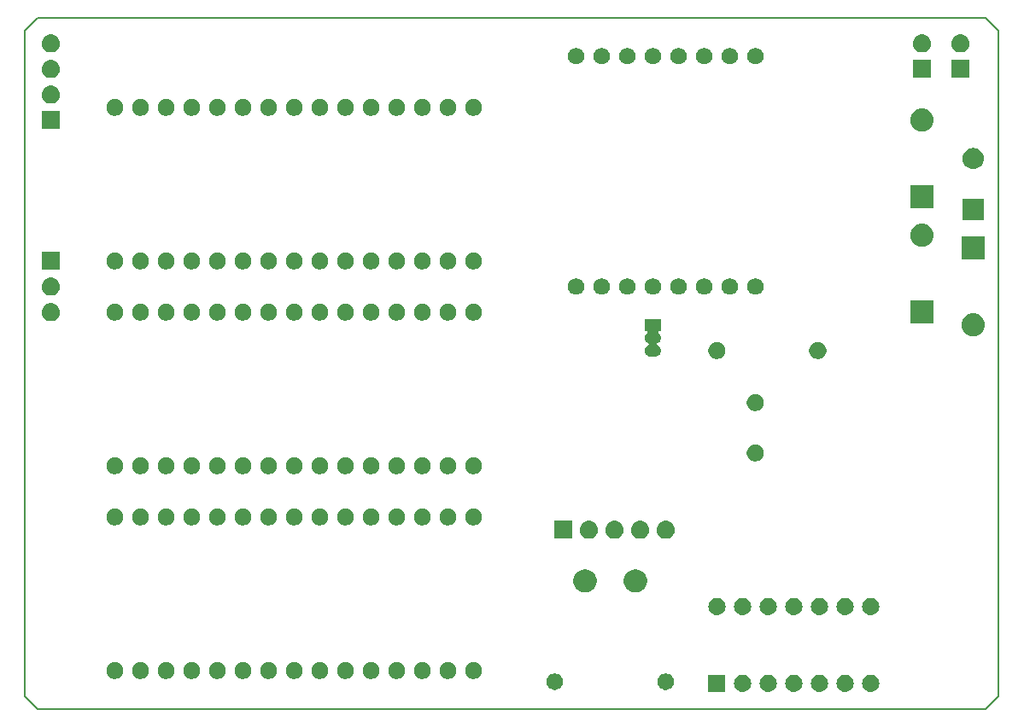
<source format=gbs>
G04 #@! TF.GenerationSoftware,KiCad,Pcbnew,6.0.0-rc1-unknown-7c960aa~66~ubuntu18.04.1*
G04 #@! TF.CreationDate,2019-03-05T20:53:04-05:00*
G04 #@! TF.ProjectId,backdash_v1.5,6261636B646173685F76312E352E6B69,rev?*
G04 #@! TF.SameCoordinates,Original*
G04 #@! TF.FileFunction,Soldermask,Bot*
G04 #@! TF.FilePolarity,Negative*
%FSLAX46Y46*%
G04 Gerber Fmt 4.6, Leading zero omitted, Abs format (unit mm)*
G04 Created by KiCad (PCBNEW 6.0.0-rc1-unknown-7c960aa~66~ubuntu18.04.1) date Tue 05 Mar 2019 08:53:04 PM EST*
%MOMM*%
%LPD*%
G01*
G04 APERTURE LIST*
%ADD10C,0.150000*%
%ADD11C,0.100000*%
G04 APERTURE END LIST*
D10*
X62230000Y-19050000D02*
X63500000Y-17780000D01*
X62230000Y-85090000D02*
X62230000Y-19050000D01*
X63500000Y-86360000D02*
X62230000Y-85090000D01*
X157480000Y-86360000D02*
X63500000Y-86360000D01*
X158750000Y-85090000D02*
X157480000Y-86360000D01*
X158750000Y-19050000D02*
X158750000Y-85090000D01*
X157480000Y-17780000D02*
X158750000Y-19050000D01*
X63500000Y-17780000D02*
X157480000Y-17780000D01*
D11*
G36*
X141136821Y-82981313D02*
X141136824Y-82981314D01*
X141136825Y-82981314D01*
X141297239Y-83029975D01*
X141297241Y-83029976D01*
X141297244Y-83029977D01*
X141445078Y-83108995D01*
X141574659Y-83215341D01*
X141681005Y-83344922D01*
X141760023Y-83492756D01*
X141808687Y-83653179D01*
X141825117Y-83820000D01*
X141808687Y-83986821D01*
X141760023Y-84147244D01*
X141681005Y-84295078D01*
X141574659Y-84424659D01*
X141445078Y-84531005D01*
X141297244Y-84610023D01*
X141297241Y-84610024D01*
X141297239Y-84610025D01*
X141136825Y-84658686D01*
X141136824Y-84658686D01*
X141136821Y-84658687D01*
X141011804Y-84671000D01*
X140928196Y-84671000D01*
X140803179Y-84658687D01*
X140803176Y-84658686D01*
X140803175Y-84658686D01*
X140642761Y-84610025D01*
X140642759Y-84610024D01*
X140642756Y-84610023D01*
X140494922Y-84531005D01*
X140365341Y-84424659D01*
X140258995Y-84295078D01*
X140179977Y-84147244D01*
X140131313Y-83986821D01*
X140114883Y-83820000D01*
X140131313Y-83653179D01*
X140179977Y-83492756D01*
X140258995Y-83344922D01*
X140365341Y-83215341D01*
X140494922Y-83108995D01*
X140642756Y-83029977D01*
X140642759Y-83029976D01*
X140642761Y-83029975D01*
X140803175Y-82981314D01*
X140803176Y-82981314D01*
X140803179Y-82981313D01*
X140928196Y-82969000D01*
X141011804Y-82969000D01*
X141136821Y-82981313D01*
X141136821Y-82981313D01*
G37*
G36*
X138596821Y-82981313D02*
X138596824Y-82981314D01*
X138596825Y-82981314D01*
X138757239Y-83029975D01*
X138757241Y-83029976D01*
X138757244Y-83029977D01*
X138905078Y-83108995D01*
X139034659Y-83215341D01*
X139141005Y-83344922D01*
X139220023Y-83492756D01*
X139268687Y-83653179D01*
X139285117Y-83820000D01*
X139268687Y-83986821D01*
X139220023Y-84147244D01*
X139141005Y-84295078D01*
X139034659Y-84424659D01*
X138905078Y-84531005D01*
X138757244Y-84610023D01*
X138757241Y-84610024D01*
X138757239Y-84610025D01*
X138596825Y-84658686D01*
X138596824Y-84658686D01*
X138596821Y-84658687D01*
X138471804Y-84671000D01*
X138388196Y-84671000D01*
X138263179Y-84658687D01*
X138263176Y-84658686D01*
X138263175Y-84658686D01*
X138102761Y-84610025D01*
X138102759Y-84610024D01*
X138102756Y-84610023D01*
X137954922Y-84531005D01*
X137825341Y-84424659D01*
X137718995Y-84295078D01*
X137639977Y-84147244D01*
X137591313Y-83986821D01*
X137574883Y-83820000D01*
X137591313Y-83653179D01*
X137639977Y-83492756D01*
X137718995Y-83344922D01*
X137825341Y-83215341D01*
X137954922Y-83108995D01*
X138102756Y-83029977D01*
X138102759Y-83029976D01*
X138102761Y-83029975D01*
X138263175Y-82981314D01*
X138263176Y-82981314D01*
X138263179Y-82981313D01*
X138388196Y-82969000D01*
X138471804Y-82969000D01*
X138596821Y-82981313D01*
X138596821Y-82981313D01*
G37*
G36*
X136056821Y-82981313D02*
X136056824Y-82981314D01*
X136056825Y-82981314D01*
X136217239Y-83029975D01*
X136217241Y-83029976D01*
X136217244Y-83029977D01*
X136365078Y-83108995D01*
X136494659Y-83215341D01*
X136601005Y-83344922D01*
X136680023Y-83492756D01*
X136728687Y-83653179D01*
X136745117Y-83820000D01*
X136728687Y-83986821D01*
X136680023Y-84147244D01*
X136601005Y-84295078D01*
X136494659Y-84424659D01*
X136365078Y-84531005D01*
X136217244Y-84610023D01*
X136217241Y-84610024D01*
X136217239Y-84610025D01*
X136056825Y-84658686D01*
X136056824Y-84658686D01*
X136056821Y-84658687D01*
X135931804Y-84671000D01*
X135848196Y-84671000D01*
X135723179Y-84658687D01*
X135723176Y-84658686D01*
X135723175Y-84658686D01*
X135562761Y-84610025D01*
X135562759Y-84610024D01*
X135562756Y-84610023D01*
X135414922Y-84531005D01*
X135285341Y-84424659D01*
X135178995Y-84295078D01*
X135099977Y-84147244D01*
X135051313Y-83986821D01*
X135034883Y-83820000D01*
X135051313Y-83653179D01*
X135099977Y-83492756D01*
X135178995Y-83344922D01*
X135285341Y-83215341D01*
X135414922Y-83108995D01*
X135562756Y-83029977D01*
X135562759Y-83029976D01*
X135562761Y-83029975D01*
X135723175Y-82981314D01*
X135723176Y-82981314D01*
X135723179Y-82981313D01*
X135848196Y-82969000D01*
X135931804Y-82969000D01*
X136056821Y-82981313D01*
X136056821Y-82981313D01*
G37*
G36*
X133516821Y-82981313D02*
X133516824Y-82981314D01*
X133516825Y-82981314D01*
X133677239Y-83029975D01*
X133677241Y-83029976D01*
X133677244Y-83029977D01*
X133825078Y-83108995D01*
X133954659Y-83215341D01*
X134061005Y-83344922D01*
X134140023Y-83492756D01*
X134188687Y-83653179D01*
X134205117Y-83820000D01*
X134188687Y-83986821D01*
X134140023Y-84147244D01*
X134061005Y-84295078D01*
X133954659Y-84424659D01*
X133825078Y-84531005D01*
X133677244Y-84610023D01*
X133677241Y-84610024D01*
X133677239Y-84610025D01*
X133516825Y-84658686D01*
X133516824Y-84658686D01*
X133516821Y-84658687D01*
X133391804Y-84671000D01*
X133308196Y-84671000D01*
X133183179Y-84658687D01*
X133183176Y-84658686D01*
X133183175Y-84658686D01*
X133022761Y-84610025D01*
X133022759Y-84610024D01*
X133022756Y-84610023D01*
X132874922Y-84531005D01*
X132745341Y-84424659D01*
X132638995Y-84295078D01*
X132559977Y-84147244D01*
X132511313Y-83986821D01*
X132494883Y-83820000D01*
X132511313Y-83653179D01*
X132559977Y-83492756D01*
X132638995Y-83344922D01*
X132745341Y-83215341D01*
X132874922Y-83108995D01*
X133022756Y-83029977D01*
X133022759Y-83029976D01*
X133022761Y-83029975D01*
X133183175Y-82981314D01*
X133183176Y-82981314D01*
X133183179Y-82981313D01*
X133308196Y-82969000D01*
X133391804Y-82969000D01*
X133516821Y-82981313D01*
X133516821Y-82981313D01*
G37*
G36*
X131661000Y-84671000D02*
X129959000Y-84671000D01*
X129959000Y-82969000D01*
X131661000Y-82969000D01*
X131661000Y-84671000D01*
X131661000Y-84671000D01*
G37*
G36*
X146216821Y-82981313D02*
X146216824Y-82981314D01*
X146216825Y-82981314D01*
X146377239Y-83029975D01*
X146377241Y-83029976D01*
X146377244Y-83029977D01*
X146525078Y-83108995D01*
X146654659Y-83215341D01*
X146761005Y-83344922D01*
X146840023Y-83492756D01*
X146888687Y-83653179D01*
X146905117Y-83820000D01*
X146888687Y-83986821D01*
X146840023Y-84147244D01*
X146761005Y-84295078D01*
X146654659Y-84424659D01*
X146525078Y-84531005D01*
X146377244Y-84610023D01*
X146377241Y-84610024D01*
X146377239Y-84610025D01*
X146216825Y-84658686D01*
X146216824Y-84658686D01*
X146216821Y-84658687D01*
X146091804Y-84671000D01*
X146008196Y-84671000D01*
X145883179Y-84658687D01*
X145883176Y-84658686D01*
X145883175Y-84658686D01*
X145722761Y-84610025D01*
X145722759Y-84610024D01*
X145722756Y-84610023D01*
X145574922Y-84531005D01*
X145445341Y-84424659D01*
X145338995Y-84295078D01*
X145259977Y-84147244D01*
X145211313Y-83986821D01*
X145194883Y-83820000D01*
X145211313Y-83653179D01*
X145259977Y-83492756D01*
X145338995Y-83344922D01*
X145445341Y-83215341D01*
X145574922Y-83108995D01*
X145722756Y-83029977D01*
X145722759Y-83029976D01*
X145722761Y-83029975D01*
X145883175Y-82981314D01*
X145883176Y-82981314D01*
X145883179Y-82981313D01*
X146008196Y-82969000D01*
X146091804Y-82969000D01*
X146216821Y-82981313D01*
X146216821Y-82981313D01*
G37*
G36*
X143676821Y-82981313D02*
X143676824Y-82981314D01*
X143676825Y-82981314D01*
X143837239Y-83029975D01*
X143837241Y-83029976D01*
X143837244Y-83029977D01*
X143985078Y-83108995D01*
X144114659Y-83215341D01*
X144221005Y-83344922D01*
X144300023Y-83492756D01*
X144348687Y-83653179D01*
X144365117Y-83820000D01*
X144348687Y-83986821D01*
X144300023Y-84147244D01*
X144221005Y-84295078D01*
X144114659Y-84424659D01*
X143985078Y-84531005D01*
X143837244Y-84610023D01*
X143837241Y-84610024D01*
X143837239Y-84610025D01*
X143676825Y-84658686D01*
X143676824Y-84658686D01*
X143676821Y-84658687D01*
X143551804Y-84671000D01*
X143468196Y-84671000D01*
X143343179Y-84658687D01*
X143343176Y-84658686D01*
X143343175Y-84658686D01*
X143182761Y-84610025D01*
X143182759Y-84610024D01*
X143182756Y-84610023D01*
X143034922Y-84531005D01*
X142905341Y-84424659D01*
X142798995Y-84295078D01*
X142719977Y-84147244D01*
X142671313Y-83986821D01*
X142654883Y-83820000D01*
X142671313Y-83653179D01*
X142719977Y-83492756D01*
X142798995Y-83344922D01*
X142905341Y-83215341D01*
X143034922Y-83108995D01*
X143182756Y-83029977D01*
X143182759Y-83029976D01*
X143182761Y-83029975D01*
X143343175Y-82981314D01*
X143343176Y-82981314D01*
X143343179Y-82981313D01*
X143468196Y-82969000D01*
X143551804Y-82969000D01*
X143676821Y-82981313D01*
X143676821Y-82981313D01*
G37*
G36*
X114967142Y-82878242D02*
X115115102Y-82939530D01*
X115248258Y-83028502D01*
X115361498Y-83141742D01*
X115450470Y-83274898D01*
X115511758Y-83422858D01*
X115543000Y-83579925D01*
X115543000Y-83740075D01*
X115511758Y-83897142D01*
X115464354Y-84011583D01*
X115450471Y-84045100D01*
X115361499Y-84178257D01*
X115248257Y-84291499D01*
X115182130Y-84335683D01*
X115115102Y-84380470D01*
X114967142Y-84441758D01*
X114810075Y-84473000D01*
X114649925Y-84473000D01*
X114492858Y-84441758D01*
X114344898Y-84380470D01*
X114277870Y-84335683D01*
X114211743Y-84291499D01*
X114098501Y-84178257D01*
X114009529Y-84045100D01*
X113995646Y-84011583D01*
X113948242Y-83897142D01*
X113917000Y-83740075D01*
X113917000Y-83579925D01*
X113948242Y-83422858D01*
X114009530Y-83274898D01*
X114098502Y-83141742D01*
X114211742Y-83028502D01*
X114344898Y-82939530D01*
X114492858Y-82878242D01*
X114649925Y-82847000D01*
X114810075Y-82847000D01*
X114967142Y-82878242D01*
X114967142Y-82878242D01*
G37*
G36*
X125967142Y-82878242D02*
X126115102Y-82939530D01*
X126248258Y-83028502D01*
X126361498Y-83141742D01*
X126450470Y-83274898D01*
X126511758Y-83422858D01*
X126543000Y-83579925D01*
X126543000Y-83740075D01*
X126511758Y-83897142D01*
X126464354Y-84011583D01*
X126450471Y-84045100D01*
X126361499Y-84178257D01*
X126248257Y-84291499D01*
X126182130Y-84335683D01*
X126115102Y-84380470D01*
X125967142Y-84441758D01*
X125810075Y-84473000D01*
X125649925Y-84473000D01*
X125492858Y-84441758D01*
X125344898Y-84380470D01*
X125277870Y-84335683D01*
X125211743Y-84291499D01*
X125098501Y-84178257D01*
X125009529Y-84045100D01*
X124995646Y-84011583D01*
X124948242Y-83897142D01*
X124917000Y-83740075D01*
X124917000Y-83579925D01*
X124948242Y-83422858D01*
X125009530Y-83274898D01*
X125098502Y-83141742D01*
X125211742Y-83028502D01*
X125344898Y-82939530D01*
X125492858Y-82878242D01*
X125649925Y-82847000D01*
X125810075Y-82847000D01*
X125967142Y-82878242D01*
X125967142Y-82878242D01*
G37*
G36*
X101790560Y-81733079D02*
X101844552Y-81743819D01*
X101997131Y-81807019D01*
X102134449Y-81898772D01*
X102251228Y-82015551D01*
X102342981Y-82152869D01*
X102406181Y-82305448D01*
X102438400Y-82467425D01*
X102438400Y-82632575D01*
X102406181Y-82794552D01*
X102342981Y-82947131D01*
X102251228Y-83084449D01*
X102134449Y-83201228D01*
X101997131Y-83292981D01*
X101844552Y-83356181D01*
X101790560Y-83366921D01*
X101682577Y-83388400D01*
X101517423Y-83388400D01*
X101409440Y-83366921D01*
X101355448Y-83356181D01*
X101202869Y-83292981D01*
X101065551Y-83201228D01*
X100948772Y-83084449D01*
X100857019Y-82947131D01*
X100793819Y-82794552D01*
X100761600Y-82632575D01*
X100761600Y-82467425D01*
X100793819Y-82305448D01*
X100857019Y-82152869D01*
X100948772Y-82015551D01*
X101065551Y-81898772D01*
X101202869Y-81807019D01*
X101355448Y-81743819D01*
X101409440Y-81733079D01*
X101517423Y-81711600D01*
X101682577Y-81711600D01*
X101790560Y-81733079D01*
X101790560Y-81733079D01*
G37*
G36*
X104330560Y-81733079D02*
X104384552Y-81743819D01*
X104537131Y-81807019D01*
X104674449Y-81898772D01*
X104791228Y-82015551D01*
X104882981Y-82152869D01*
X104946181Y-82305448D01*
X104978400Y-82467425D01*
X104978400Y-82632575D01*
X104946181Y-82794552D01*
X104882981Y-82947131D01*
X104791228Y-83084449D01*
X104674449Y-83201228D01*
X104537131Y-83292981D01*
X104384552Y-83356181D01*
X104330560Y-83366921D01*
X104222577Y-83388400D01*
X104057423Y-83388400D01*
X103949440Y-83366921D01*
X103895448Y-83356181D01*
X103742869Y-83292981D01*
X103605551Y-83201228D01*
X103488772Y-83084449D01*
X103397019Y-82947131D01*
X103333819Y-82794552D01*
X103301600Y-82632575D01*
X103301600Y-82467425D01*
X103333819Y-82305448D01*
X103397019Y-82152869D01*
X103488772Y-82015551D01*
X103605551Y-81898772D01*
X103742869Y-81807019D01*
X103895448Y-81743819D01*
X103949440Y-81733079D01*
X104057423Y-81711600D01*
X104222577Y-81711600D01*
X104330560Y-81733079D01*
X104330560Y-81733079D01*
G37*
G36*
X106870560Y-81733079D02*
X106924552Y-81743819D01*
X107077131Y-81807019D01*
X107214449Y-81898772D01*
X107331228Y-82015551D01*
X107422981Y-82152869D01*
X107486181Y-82305448D01*
X107518400Y-82467425D01*
X107518400Y-82632575D01*
X107486181Y-82794552D01*
X107422981Y-82947131D01*
X107331228Y-83084449D01*
X107214449Y-83201228D01*
X107077131Y-83292981D01*
X106924552Y-83356181D01*
X106870560Y-83366921D01*
X106762577Y-83388400D01*
X106597423Y-83388400D01*
X106489440Y-83366921D01*
X106435448Y-83356181D01*
X106282869Y-83292981D01*
X106145551Y-83201228D01*
X106028772Y-83084449D01*
X105937019Y-82947131D01*
X105873819Y-82794552D01*
X105841600Y-82632575D01*
X105841600Y-82467425D01*
X105873819Y-82305448D01*
X105937019Y-82152869D01*
X106028772Y-82015551D01*
X106145551Y-81898772D01*
X106282869Y-81807019D01*
X106435448Y-81743819D01*
X106489440Y-81733079D01*
X106597423Y-81711600D01*
X106762577Y-81711600D01*
X106870560Y-81733079D01*
X106870560Y-81733079D01*
G37*
G36*
X89090560Y-81733079D02*
X89144552Y-81743819D01*
X89297131Y-81807019D01*
X89434449Y-81898772D01*
X89551228Y-82015551D01*
X89642981Y-82152869D01*
X89706181Y-82305448D01*
X89738400Y-82467425D01*
X89738400Y-82632575D01*
X89706181Y-82794552D01*
X89642981Y-82947131D01*
X89551228Y-83084449D01*
X89434449Y-83201228D01*
X89297131Y-83292981D01*
X89144552Y-83356181D01*
X89090560Y-83366921D01*
X88982577Y-83388400D01*
X88817423Y-83388400D01*
X88709440Y-83366921D01*
X88655448Y-83356181D01*
X88502869Y-83292981D01*
X88365551Y-83201228D01*
X88248772Y-83084449D01*
X88157019Y-82947131D01*
X88093819Y-82794552D01*
X88061600Y-82632575D01*
X88061600Y-82467425D01*
X88093819Y-82305448D01*
X88157019Y-82152869D01*
X88248772Y-82015551D01*
X88365551Y-81898772D01*
X88502869Y-81807019D01*
X88655448Y-81743819D01*
X88709440Y-81733079D01*
X88817423Y-81711600D01*
X88982577Y-81711600D01*
X89090560Y-81733079D01*
X89090560Y-81733079D01*
G37*
G36*
X73850560Y-81733079D02*
X73904552Y-81743819D01*
X74057131Y-81807019D01*
X74194449Y-81898772D01*
X74311228Y-82015551D01*
X74402981Y-82152869D01*
X74466181Y-82305448D01*
X74498400Y-82467425D01*
X74498400Y-82632575D01*
X74466181Y-82794552D01*
X74402981Y-82947131D01*
X74311228Y-83084449D01*
X74194449Y-83201228D01*
X74057131Y-83292981D01*
X73904552Y-83356181D01*
X73850560Y-83366921D01*
X73742577Y-83388400D01*
X73577423Y-83388400D01*
X73469440Y-83366921D01*
X73415448Y-83356181D01*
X73262869Y-83292981D01*
X73125551Y-83201228D01*
X73008772Y-83084449D01*
X72917019Y-82947131D01*
X72853819Y-82794552D01*
X72821600Y-82632575D01*
X72821600Y-82467425D01*
X72853819Y-82305448D01*
X72917019Y-82152869D01*
X73008772Y-82015551D01*
X73125551Y-81898772D01*
X73262869Y-81807019D01*
X73415448Y-81743819D01*
X73469440Y-81733079D01*
X73577423Y-81711600D01*
X73742577Y-81711600D01*
X73850560Y-81733079D01*
X73850560Y-81733079D01*
G37*
G36*
X76390560Y-81733079D02*
X76444552Y-81743819D01*
X76597131Y-81807019D01*
X76734449Y-81898772D01*
X76851228Y-82015551D01*
X76942981Y-82152869D01*
X77006181Y-82305448D01*
X77038400Y-82467425D01*
X77038400Y-82632575D01*
X77006181Y-82794552D01*
X76942981Y-82947131D01*
X76851228Y-83084449D01*
X76734449Y-83201228D01*
X76597131Y-83292981D01*
X76444552Y-83356181D01*
X76390560Y-83366921D01*
X76282577Y-83388400D01*
X76117423Y-83388400D01*
X76009440Y-83366921D01*
X75955448Y-83356181D01*
X75802869Y-83292981D01*
X75665551Y-83201228D01*
X75548772Y-83084449D01*
X75457019Y-82947131D01*
X75393819Y-82794552D01*
X75361600Y-82632575D01*
X75361600Y-82467425D01*
X75393819Y-82305448D01*
X75457019Y-82152869D01*
X75548772Y-82015551D01*
X75665551Y-81898772D01*
X75802869Y-81807019D01*
X75955448Y-81743819D01*
X76009440Y-81733079D01*
X76117423Y-81711600D01*
X76282577Y-81711600D01*
X76390560Y-81733079D01*
X76390560Y-81733079D01*
G37*
G36*
X78930560Y-81733079D02*
X78984552Y-81743819D01*
X79137131Y-81807019D01*
X79274449Y-81898772D01*
X79391228Y-82015551D01*
X79482981Y-82152869D01*
X79546181Y-82305448D01*
X79578400Y-82467425D01*
X79578400Y-82632575D01*
X79546181Y-82794552D01*
X79482981Y-82947131D01*
X79391228Y-83084449D01*
X79274449Y-83201228D01*
X79137131Y-83292981D01*
X78984552Y-83356181D01*
X78930560Y-83366921D01*
X78822577Y-83388400D01*
X78657423Y-83388400D01*
X78549440Y-83366921D01*
X78495448Y-83356181D01*
X78342869Y-83292981D01*
X78205551Y-83201228D01*
X78088772Y-83084449D01*
X77997019Y-82947131D01*
X77933819Y-82794552D01*
X77901600Y-82632575D01*
X77901600Y-82467425D01*
X77933819Y-82305448D01*
X77997019Y-82152869D01*
X78088772Y-82015551D01*
X78205551Y-81898772D01*
X78342869Y-81807019D01*
X78495448Y-81743819D01*
X78549440Y-81733079D01*
X78657423Y-81711600D01*
X78822577Y-81711600D01*
X78930560Y-81733079D01*
X78930560Y-81733079D01*
G37*
G36*
X84010560Y-81733079D02*
X84064552Y-81743819D01*
X84217131Y-81807019D01*
X84354449Y-81898772D01*
X84471228Y-82015551D01*
X84562981Y-82152869D01*
X84626181Y-82305448D01*
X84658400Y-82467425D01*
X84658400Y-82632575D01*
X84626181Y-82794552D01*
X84562981Y-82947131D01*
X84471228Y-83084449D01*
X84354449Y-83201228D01*
X84217131Y-83292981D01*
X84064552Y-83356181D01*
X84010560Y-83366921D01*
X83902577Y-83388400D01*
X83737423Y-83388400D01*
X83629440Y-83366921D01*
X83575448Y-83356181D01*
X83422869Y-83292981D01*
X83285551Y-83201228D01*
X83168772Y-83084449D01*
X83077019Y-82947131D01*
X83013819Y-82794552D01*
X82981600Y-82632575D01*
X82981600Y-82467425D01*
X83013819Y-82305448D01*
X83077019Y-82152869D01*
X83168772Y-82015551D01*
X83285551Y-81898772D01*
X83422869Y-81807019D01*
X83575448Y-81743819D01*
X83629440Y-81733079D01*
X83737423Y-81711600D01*
X83902577Y-81711600D01*
X84010560Y-81733079D01*
X84010560Y-81733079D01*
G37*
G36*
X86550560Y-81733079D02*
X86604552Y-81743819D01*
X86757131Y-81807019D01*
X86894449Y-81898772D01*
X87011228Y-82015551D01*
X87102981Y-82152869D01*
X87166181Y-82305448D01*
X87198400Y-82467425D01*
X87198400Y-82632575D01*
X87166181Y-82794552D01*
X87102981Y-82947131D01*
X87011228Y-83084449D01*
X86894449Y-83201228D01*
X86757131Y-83292981D01*
X86604552Y-83356181D01*
X86550560Y-83366921D01*
X86442577Y-83388400D01*
X86277423Y-83388400D01*
X86169440Y-83366921D01*
X86115448Y-83356181D01*
X85962869Y-83292981D01*
X85825551Y-83201228D01*
X85708772Y-83084449D01*
X85617019Y-82947131D01*
X85553819Y-82794552D01*
X85521600Y-82632575D01*
X85521600Y-82467425D01*
X85553819Y-82305448D01*
X85617019Y-82152869D01*
X85708772Y-82015551D01*
X85825551Y-81898772D01*
X85962869Y-81807019D01*
X86115448Y-81743819D01*
X86169440Y-81733079D01*
X86277423Y-81711600D01*
X86442577Y-81711600D01*
X86550560Y-81733079D01*
X86550560Y-81733079D01*
G37*
G36*
X91630560Y-81733079D02*
X91684552Y-81743819D01*
X91837131Y-81807019D01*
X91974449Y-81898772D01*
X92091228Y-82015551D01*
X92182981Y-82152869D01*
X92246181Y-82305448D01*
X92278400Y-82467425D01*
X92278400Y-82632575D01*
X92246181Y-82794552D01*
X92182981Y-82947131D01*
X92091228Y-83084449D01*
X91974449Y-83201228D01*
X91837131Y-83292981D01*
X91684552Y-83356181D01*
X91630560Y-83366921D01*
X91522577Y-83388400D01*
X91357423Y-83388400D01*
X91249440Y-83366921D01*
X91195448Y-83356181D01*
X91042869Y-83292981D01*
X90905551Y-83201228D01*
X90788772Y-83084449D01*
X90697019Y-82947131D01*
X90633819Y-82794552D01*
X90601600Y-82632575D01*
X90601600Y-82467425D01*
X90633819Y-82305448D01*
X90697019Y-82152869D01*
X90788772Y-82015551D01*
X90905551Y-81898772D01*
X91042869Y-81807019D01*
X91195448Y-81743819D01*
X91249440Y-81733079D01*
X91357423Y-81711600D01*
X91522577Y-81711600D01*
X91630560Y-81733079D01*
X91630560Y-81733079D01*
G37*
G36*
X94170560Y-81733079D02*
X94224552Y-81743819D01*
X94377131Y-81807019D01*
X94514449Y-81898772D01*
X94631228Y-82015551D01*
X94722981Y-82152869D01*
X94786181Y-82305448D01*
X94818400Y-82467425D01*
X94818400Y-82632575D01*
X94786181Y-82794552D01*
X94722981Y-82947131D01*
X94631228Y-83084449D01*
X94514449Y-83201228D01*
X94377131Y-83292981D01*
X94224552Y-83356181D01*
X94170560Y-83366921D01*
X94062577Y-83388400D01*
X93897423Y-83388400D01*
X93789440Y-83366921D01*
X93735448Y-83356181D01*
X93582869Y-83292981D01*
X93445551Y-83201228D01*
X93328772Y-83084449D01*
X93237019Y-82947131D01*
X93173819Y-82794552D01*
X93141600Y-82632575D01*
X93141600Y-82467425D01*
X93173819Y-82305448D01*
X93237019Y-82152869D01*
X93328772Y-82015551D01*
X93445551Y-81898772D01*
X93582869Y-81807019D01*
X93735448Y-81743819D01*
X93789440Y-81733079D01*
X93897423Y-81711600D01*
X94062577Y-81711600D01*
X94170560Y-81733079D01*
X94170560Y-81733079D01*
G37*
G36*
X96710560Y-81733079D02*
X96764552Y-81743819D01*
X96917131Y-81807019D01*
X97054449Y-81898772D01*
X97171228Y-82015551D01*
X97262981Y-82152869D01*
X97326181Y-82305448D01*
X97358400Y-82467425D01*
X97358400Y-82632575D01*
X97326181Y-82794552D01*
X97262981Y-82947131D01*
X97171228Y-83084449D01*
X97054449Y-83201228D01*
X96917131Y-83292981D01*
X96764552Y-83356181D01*
X96710560Y-83366921D01*
X96602577Y-83388400D01*
X96437423Y-83388400D01*
X96329440Y-83366921D01*
X96275448Y-83356181D01*
X96122869Y-83292981D01*
X95985551Y-83201228D01*
X95868772Y-83084449D01*
X95777019Y-82947131D01*
X95713819Y-82794552D01*
X95681600Y-82632575D01*
X95681600Y-82467425D01*
X95713819Y-82305448D01*
X95777019Y-82152869D01*
X95868772Y-82015551D01*
X95985551Y-81898772D01*
X96122869Y-81807019D01*
X96275448Y-81743819D01*
X96329440Y-81733079D01*
X96437423Y-81711600D01*
X96602577Y-81711600D01*
X96710560Y-81733079D01*
X96710560Y-81733079D01*
G37*
G36*
X99250560Y-81733079D02*
X99304552Y-81743819D01*
X99457131Y-81807019D01*
X99594449Y-81898772D01*
X99711228Y-82015551D01*
X99802981Y-82152869D01*
X99866181Y-82305448D01*
X99898400Y-82467425D01*
X99898400Y-82632575D01*
X99866181Y-82794552D01*
X99802981Y-82947131D01*
X99711228Y-83084449D01*
X99594449Y-83201228D01*
X99457131Y-83292981D01*
X99304552Y-83356181D01*
X99250560Y-83366921D01*
X99142577Y-83388400D01*
X98977423Y-83388400D01*
X98869440Y-83366921D01*
X98815448Y-83356181D01*
X98662869Y-83292981D01*
X98525551Y-83201228D01*
X98408772Y-83084449D01*
X98317019Y-82947131D01*
X98253819Y-82794552D01*
X98221600Y-82632575D01*
X98221600Y-82467425D01*
X98253819Y-82305448D01*
X98317019Y-82152869D01*
X98408772Y-82015551D01*
X98525551Y-81898772D01*
X98662869Y-81807019D01*
X98815448Y-81743819D01*
X98869440Y-81733079D01*
X98977423Y-81711600D01*
X99142577Y-81711600D01*
X99250560Y-81733079D01*
X99250560Y-81733079D01*
G37*
G36*
X71310560Y-81733079D02*
X71364552Y-81743819D01*
X71517131Y-81807019D01*
X71654449Y-81898772D01*
X71771228Y-82015551D01*
X71862981Y-82152869D01*
X71926181Y-82305448D01*
X71958400Y-82467425D01*
X71958400Y-82632575D01*
X71926181Y-82794552D01*
X71862981Y-82947131D01*
X71771228Y-83084449D01*
X71654449Y-83201228D01*
X71517131Y-83292981D01*
X71364552Y-83356181D01*
X71310560Y-83366921D01*
X71202577Y-83388400D01*
X71037423Y-83388400D01*
X70929440Y-83366921D01*
X70875448Y-83356181D01*
X70722869Y-83292981D01*
X70585551Y-83201228D01*
X70468772Y-83084449D01*
X70377019Y-82947131D01*
X70313819Y-82794552D01*
X70281600Y-82632575D01*
X70281600Y-82467425D01*
X70313819Y-82305448D01*
X70377019Y-82152869D01*
X70468772Y-82015551D01*
X70585551Y-81898772D01*
X70722869Y-81807019D01*
X70875448Y-81743819D01*
X70929440Y-81733079D01*
X71037423Y-81711600D01*
X71202577Y-81711600D01*
X71310560Y-81733079D01*
X71310560Y-81733079D01*
G37*
G36*
X81470560Y-81733079D02*
X81524552Y-81743819D01*
X81677131Y-81807019D01*
X81814449Y-81898772D01*
X81931228Y-82015551D01*
X82022981Y-82152869D01*
X82086181Y-82305448D01*
X82118400Y-82467425D01*
X82118400Y-82632575D01*
X82086181Y-82794552D01*
X82022981Y-82947131D01*
X81931228Y-83084449D01*
X81814449Y-83201228D01*
X81677131Y-83292981D01*
X81524552Y-83356181D01*
X81470560Y-83366921D01*
X81362577Y-83388400D01*
X81197423Y-83388400D01*
X81089440Y-83366921D01*
X81035448Y-83356181D01*
X80882869Y-83292981D01*
X80745551Y-83201228D01*
X80628772Y-83084449D01*
X80537019Y-82947131D01*
X80473819Y-82794552D01*
X80441600Y-82632575D01*
X80441600Y-82467425D01*
X80473819Y-82305448D01*
X80537019Y-82152869D01*
X80628772Y-82015551D01*
X80745551Y-81898772D01*
X80882869Y-81807019D01*
X81035448Y-81743819D01*
X81089440Y-81733079D01*
X81197423Y-81711600D01*
X81362577Y-81711600D01*
X81470560Y-81733079D01*
X81470560Y-81733079D01*
G37*
G36*
X133516821Y-75361313D02*
X133516824Y-75361314D01*
X133516825Y-75361314D01*
X133677239Y-75409975D01*
X133677241Y-75409976D01*
X133677244Y-75409977D01*
X133825078Y-75488995D01*
X133954659Y-75595341D01*
X134061005Y-75724922D01*
X134140023Y-75872756D01*
X134188687Y-76033179D01*
X134205117Y-76200000D01*
X134188687Y-76366821D01*
X134140023Y-76527244D01*
X134061005Y-76675078D01*
X133954659Y-76804659D01*
X133825078Y-76911005D01*
X133677244Y-76990023D01*
X133677241Y-76990024D01*
X133677239Y-76990025D01*
X133516825Y-77038686D01*
X133516824Y-77038686D01*
X133516821Y-77038687D01*
X133391804Y-77051000D01*
X133308196Y-77051000D01*
X133183179Y-77038687D01*
X133183176Y-77038686D01*
X133183175Y-77038686D01*
X133022761Y-76990025D01*
X133022759Y-76990024D01*
X133022756Y-76990023D01*
X132874922Y-76911005D01*
X132745341Y-76804659D01*
X132638995Y-76675078D01*
X132559977Y-76527244D01*
X132511313Y-76366821D01*
X132494883Y-76200000D01*
X132511313Y-76033179D01*
X132559977Y-75872756D01*
X132638995Y-75724922D01*
X132745341Y-75595341D01*
X132874922Y-75488995D01*
X133022756Y-75409977D01*
X133022759Y-75409976D01*
X133022761Y-75409975D01*
X133183175Y-75361314D01*
X133183176Y-75361314D01*
X133183179Y-75361313D01*
X133308196Y-75349000D01*
X133391804Y-75349000D01*
X133516821Y-75361313D01*
X133516821Y-75361313D01*
G37*
G36*
X146216821Y-75361313D02*
X146216824Y-75361314D01*
X146216825Y-75361314D01*
X146377239Y-75409975D01*
X146377241Y-75409976D01*
X146377244Y-75409977D01*
X146525078Y-75488995D01*
X146654659Y-75595341D01*
X146761005Y-75724922D01*
X146840023Y-75872756D01*
X146888687Y-76033179D01*
X146905117Y-76200000D01*
X146888687Y-76366821D01*
X146840023Y-76527244D01*
X146761005Y-76675078D01*
X146654659Y-76804659D01*
X146525078Y-76911005D01*
X146377244Y-76990023D01*
X146377241Y-76990024D01*
X146377239Y-76990025D01*
X146216825Y-77038686D01*
X146216824Y-77038686D01*
X146216821Y-77038687D01*
X146091804Y-77051000D01*
X146008196Y-77051000D01*
X145883179Y-77038687D01*
X145883176Y-77038686D01*
X145883175Y-77038686D01*
X145722761Y-76990025D01*
X145722759Y-76990024D01*
X145722756Y-76990023D01*
X145574922Y-76911005D01*
X145445341Y-76804659D01*
X145338995Y-76675078D01*
X145259977Y-76527244D01*
X145211313Y-76366821D01*
X145194883Y-76200000D01*
X145211313Y-76033179D01*
X145259977Y-75872756D01*
X145338995Y-75724922D01*
X145445341Y-75595341D01*
X145574922Y-75488995D01*
X145722756Y-75409977D01*
X145722759Y-75409976D01*
X145722761Y-75409975D01*
X145883175Y-75361314D01*
X145883176Y-75361314D01*
X145883179Y-75361313D01*
X146008196Y-75349000D01*
X146091804Y-75349000D01*
X146216821Y-75361313D01*
X146216821Y-75361313D01*
G37*
G36*
X143676821Y-75361313D02*
X143676824Y-75361314D01*
X143676825Y-75361314D01*
X143837239Y-75409975D01*
X143837241Y-75409976D01*
X143837244Y-75409977D01*
X143985078Y-75488995D01*
X144114659Y-75595341D01*
X144221005Y-75724922D01*
X144300023Y-75872756D01*
X144348687Y-76033179D01*
X144365117Y-76200000D01*
X144348687Y-76366821D01*
X144300023Y-76527244D01*
X144221005Y-76675078D01*
X144114659Y-76804659D01*
X143985078Y-76911005D01*
X143837244Y-76990023D01*
X143837241Y-76990024D01*
X143837239Y-76990025D01*
X143676825Y-77038686D01*
X143676824Y-77038686D01*
X143676821Y-77038687D01*
X143551804Y-77051000D01*
X143468196Y-77051000D01*
X143343179Y-77038687D01*
X143343176Y-77038686D01*
X143343175Y-77038686D01*
X143182761Y-76990025D01*
X143182759Y-76990024D01*
X143182756Y-76990023D01*
X143034922Y-76911005D01*
X142905341Y-76804659D01*
X142798995Y-76675078D01*
X142719977Y-76527244D01*
X142671313Y-76366821D01*
X142654883Y-76200000D01*
X142671313Y-76033179D01*
X142719977Y-75872756D01*
X142798995Y-75724922D01*
X142905341Y-75595341D01*
X143034922Y-75488995D01*
X143182756Y-75409977D01*
X143182759Y-75409976D01*
X143182761Y-75409975D01*
X143343175Y-75361314D01*
X143343176Y-75361314D01*
X143343179Y-75361313D01*
X143468196Y-75349000D01*
X143551804Y-75349000D01*
X143676821Y-75361313D01*
X143676821Y-75361313D01*
G37*
G36*
X141136821Y-75361313D02*
X141136824Y-75361314D01*
X141136825Y-75361314D01*
X141297239Y-75409975D01*
X141297241Y-75409976D01*
X141297244Y-75409977D01*
X141445078Y-75488995D01*
X141574659Y-75595341D01*
X141681005Y-75724922D01*
X141760023Y-75872756D01*
X141808687Y-76033179D01*
X141825117Y-76200000D01*
X141808687Y-76366821D01*
X141760023Y-76527244D01*
X141681005Y-76675078D01*
X141574659Y-76804659D01*
X141445078Y-76911005D01*
X141297244Y-76990023D01*
X141297241Y-76990024D01*
X141297239Y-76990025D01*
X141136825Y-77038686D01*
X141136824Y-77038686D01*
X141136821Y-77038687D01*
X141011804Y-77051000D01*
X140928196Y-77051000D01*
X140803179Y-77038687D01*
X140803176Y-77038686D01*
X140803175Y-77038686D01*
X140642761Y-76990025D01*
X140642759Y-76990024D01*
X140642756Y-76990023D01*
X140494922Y-76911005D01*
X140365341Y-76804659D01*
X140258995Y-76675078D01*
X140179977Y-76527244D01*
X140131313Y-76366821D01*
X140114883Y-76200000D01*
X140131313Y-76033179D01*
X140179977Y-75872756D01*
X140258995Y-75724922D01*
X140365341Y-75595341D01*
X140494922Y-75488995D01*
X140642756Y-75409977D01*
X140642759Y-75409976D01*
X140642761Y-75409975D01*
X140803175Y-75361314D01*
X140803176Y-75361314D01*
X140803179Y-75361313D01*
X140928196Y-75349000D01*
X141011804Y-75349000D01*
X141136821Y-75361313D01*
X141136821Y-75361313D01*
G37*
G36*
X138596821Y-75361313D02*
X138596824Y-75361314D01*
X138596825Y-75361314D01*
X138757239Y-75409975D01*
X138757241Y-75409976D01*
X138757244Y-75409977D01*
X138905078Y-75488995D01*
X139034659Y-75595341D01*
X139141005Y-75724922D01*
X139220023Y-75872756D01*
X139268687Y-76033179D01*
X139285117Y-76200000D01*
X139268687Y-76366821D01*
X139220023Y-76527244D01*
X139141005Y-76675078D01*
X139034659Y-76804659D01*
X138905078Y-76911005D01*
X138757244Y-76990023D01*
X138757241Y-76990024D01*
X138757239Y-76990025D01*
X138596825Y-77038686D01*
X138596824Y-77038686D01*
X138596821Y-77038687D01*
X138471804Y-77051000D01*
X138388196Y-77051000D01*
X138263179Y-77038687D01*
X138263176Y-77038686D01*
X138263175Y-77038686D01*
X138102761Y-76990025D01*
X138102759Y-76990024D01*
X138102756Y-76990023D01*
X137954922Y-76911005D01*
X137825341Y-76804659D01*
X137718995Y-76675078D01*
X137639977Y-76527244D01*
X137591313Y-76366821D01*
X137574883Y-76200000D01*
X137591313Y-76033179D01*
X137639977Y-75872756D01*
X137718995Y-75724922D01*
X137825341Y-75595341D01*
X137954922Y-75488995D01*
X138102756Y-75409977D01*
X138102759Y-75409976D01*
X138102761Y-75409975D01*
X138263175Y-75361314D01*
X138263176Y-75361314D01*
X138263179Y-75361313D01*
X138388196Y-75349000D01*
X138471804Y-75349000D01*
X138596821Y-75361313D01*
X138596821Y-75361313D01*
G37*
G36*
X136056821Y-75361313D02*
X136056824Y-75361314D01*
X136056825Y-75361314D01*
X136217239Y-75409975D01*
X136217241Y-75409976D01*
X136217244Y-75409977D01*
X136365078Y-75488995D01*
X136494659Y-75595341D01*
X136601005Y-75724922D01*
X136680023Y-75872756D01*
X136728687Y-76033179D01*
X136745117Y-76200000D01*
X136728687Y-76366821D01*
X136680023Y-76527244D01*
X136601005Y-76675078D01*
X136494659Y-76804659D01*
X136365078Y-76911005D01*
X136217244Y-76990023D01*
X136217241Y-76990024D01*
X136217239Y-76990025D01*
X136056825Y-77038686D01*
X136056824Y-77038686D01*
X136056821Y-77038687D01*
X135931804Y-77051000D01*
X135848196Y-77051000D01*
X135723179Y-77038687D01*
X135723176Y-77038686D01*
X135723175Y-77038686D01*
X135562761Y-76990025D01*
X135562759Y-76990024D01*
X135562756Y-76990023D01*
X135414922Y-76911005D01*
X135285341Y-76804659D01*
X135178995Y-76675078D01*
X135099977Y-76527244D01*
X135051313Y-76366821D01*
X135034883Y-76200000D01*
X135051313Y-76033179D01*
X135099977Y-75872756D01*
X135178995Y-75724922D01*
X135285341Y-75595341D01*
X135414922Y-75488995D01*
X135562756Y-75409977D01*
X135562759Y-75409976D01*
X135562761Y-75409975D01*
X135723175Y-75361314D01*
X135723176Y-75361314D01*
X135723179Y-75361313D01*
X135848196Y-75349000D01*
X135931804Y-75349000D01*
X136056821Y-75361313D01*
X136056821Y-75361313D01*
G37*
G36*
X130976821Y-75361313D02*
X130976824Y-75361314D01*
X130976825Y-75361314D01*
X131137239Y-75409975D01*
X131137241Y-75409976D01*
X131137244Y-75409977D01*
X131285078Y-75488995D01*
X131414659Y-75595341D01*
X131521005Y-75724922D01*
X131600023Y-75872756D01*
X131648687Y-76033179D01*
X131665117Y-76200000D01*
X131648687Y-76366821D01*
X131600023Y-76527244D01*
X131521005Y-76675078D01*
X131414659Y-76804659D01*
X131285078Y-76911005D01*
X131137244Y-76990023D01*
X131137241Y-76990024D01*
X131137239Y-76990025D01*
X130976825Y-77038686D01*
X130976824Y-77038686D01*
X130976821Y-77038687D01*
X130851804Y-77051000D01*
X130768196Y-77051000D01*
X130643179Y-77038687D01*
X130643176Y-77038686D01*
X130643175Y-77038686D01*
X130482761Y-76990025D01*
X130482759Y-76990024D01*
X130482756Y-76990023D01*
X130334922Y-76911005D01*
X130205341Y-76804659D01*
X130098995Y-76675078D01*
X130019977Y-76527244D01*
X129971313Y-76366821D01*
X129954883Y-76200000D01*
X129971313Y-76033179D01*
X130019977Y-75872756D01*
X130098995Y-75724922D01*
X130205341Y-75595341D01*
X130334922Y-75488995D01*
X130482756Y-75409977D01*
X130482759Y-75409976D01*
X130482761Y-75409975D01*
X130643175Y-75361314D01*
X130643176Y-75361314D01*
X130643179Y-75361313D01*
X130768196Y-75349000D01*
X130851804Y-75349000D01*
X130976821Y-75361313D01*
X130976821Y-75361313D01*
G37*
G36*
X123065734Y-72553232D02*
X123275202Y-72639996D01*
X123463723Y-72765962D01*
X123624038Y-72926277D01*
X123750004Y-73114798D01*
X123836768Y-73324266D01*
X123881000Y-73546635D01*
X123881000Y-73773365D01*
X123836768Y-73995734D01*
X123750004Y-74205202D01*
X123624038Y-74393723D01*
X123463723Y-74554038D01*
X123275202Y-74680004D01*
X123065734Y-74766768D01*
X122843365Y-74811000D01*
X122616635Y-74811000D01*
X122394266Y-74766768D01*
X122184798Y-74680004D01*
X121996277Y-74554038D01*
X121835962Y-74393723D01*
X121709996Y-74205202D01*
X121623232Y-73995734D01*
X121579000Y-73773365D01*
X121579000Y-73546635D01*
X121623232Y-73324266D01*
X121709996Y-73114798D01*
X121835962Y-72926277D01*
X121996277Y-72765962D01*
X122184798Y-72639996D01*
X122394266Y-72553232D01*
X122616635Y-72509000D01*
X122843365Y-72509000D01*
X123065734Y-72553232D01*
X123065734Y-72553232D01*
G37*
G36*
X118065734Y-72553232D02*
X118275202Y-72639996D01*
X118463723Y-72765962D01*
X118624038Y-72926277D01*
X118750004Y-73114798D01*
X118836768Y-73324266D01*
X118881000Y-73546635D01*
X118881000Y-73773365D01*
X118836768Y-73995734D01*
X118750004Y-74205202D01*
X118624038Y-74393723D01*
X118463723Y-74554038D01*
X118275202Y-74680004D01*
X118065734Y-74766768D01*
X117843365Y-74811000D01*
X117616635Y-74811000D01*
X117394266Y-74766768D01*
X117184798Y-74680004D01*
X116996277Y-74554038D01*
X116835962Y-74393723D01*
X116709996Y-74205202D01*
X116623232Y-73995734D01*
X116579000Y-73773365D01*
X116579000Y-73546635D01*
X116623232Y-73324266D01*
X116709996Y-73114798D01*
X116835962Y-72926277D01*
X116996277Y-72765962D01*
X117184798Y-72639996D01*
X117394266Y-72553232D01*
X117616635Y-72509000D01*
X117843365Y-72509000D01*
X118065734Y-72553232D01*
X118065734Y-72553232D01*
G37*
G36*
X123300443Y-67685519D02*
X123366627Y-67692037D01*
X123479853Y-67726384D01*
X123536467Y-67743557D01*
X123675087Y-67817652D01*
X123692991Y-67827222D01*
X123713982Y-67844449D01*
X123830186Y-67939814D01*
X123913448Y-68041271D01*
X123942778Y-68077009D01*
X123942779Y-68077011D01*
X124026443Y-68233533D01*
X124026443Y-68233534D01*
X124077963Y-68403373D01*
X124095359Y-68580000D01*
X124077963Y-68756627D01*
X124043616Y-68869853D01*
X124026443Y-68926467D01*
X123952348Y-69065087D01*
X123942778Y-69082991D01*
X123913448Y-69118729D01*
X123830186Y-69220186D01*
X123728729Y-69303448D01*
X123692991Y-69332778D01*
X123692989Y-69332779D01*
X123536467Y-69416443D01*
X123479853Y-69433616D01*
X123366627Y-69467963D01*
X123300442Y-69474482D01*
X123234260Y-69481000D01*
X123145740Y-69481000D01*
X123079558Y-69474482D01*
X123013373Y-69467963D01*
X122900147Y-69433616D01*
X122843533Y-69416443D01*
X122687011Y-69332779D01*
X122687009Y-69332778D01*
X122651271Y-69303448D01*
X122549814Y-69220186D01*
X122466552Y-69118729D01*
X122437222Y-69082991D01*
X122427652Y-69065087D01*
X122353557Y-68926467D01*
X122336384Y-68869853D01*
X122302037Y-68756627D01*
X122284641Y-68580000D01*
X122302037Y-68403373D01*
X122353557Y-68233534D01*
X122353557Y-68233533D01*
X122437221Y-68077011D01*
X122437222Y-68077009D01*
X122466552Y-68041271D01*
X122549814Y-67939814D01*
X122666018Y-67844449D01*
X122687009Y-67827222D01*
X122704913Y-67817652D01*
X122843533Y-67743557D01*
X122900147Y-67726384D01*
X123013373Y-67692037D01*
X123079557Y-67685519D01*
X123145740Y-67679000D01*
X123234260Y-67679000D01*
X123300443Y-67685519D01*
X123300443Y-67685519D01*
G37*
G36*
X125840443Y-67685519D02*
X125906627Y-67692037D01*
X126019853Y-67726384D01*
X126076467Y-67743557D01*
X126215087Y-67817652D01*
X126232991Y-67827222D01*
X126253982Y-67844449D01*
X126370186Y-67939814D01*
X126453448Y-68041271D01*
X126482778Y-68077009D01*
X126482779Y-68077011D01*
X126566443Y-68233533D01*
X126566443Y-68233534D01*
X126617963Y-68403373D01*
X126635359Y-68580000D01*
X126617963Y-68756627D01*
X126583616Y-68869853D01*
X126566443Y-68926467D01*
X126492348Y-69065087D01*
X126482778Y-69082991D01*
X126453448Y-69118729D01*
X126370186Y-69220186D01*
X126268729Y-69303448D01*
X126232991Y-69332778D01*
X126232989Y-69332779D01*
X126076467Y-69416443D01*
X126019853Y-69433616D01*
X125906627Y-69467963D01*
X125840442Y-69474482D01*
X125774260Y-69481000D01*
X125685740Y-69481000D01*
X125619558Y-69474482D01*
X125553373Y-69467963D01*
X125440147Y-69433616D01*
X125383533Y-69416443D01*
X125227011Y-69332779D01*
X125227009Y-69332778D01*
X125191271Y-69303448D01*
X125089814Y-69220186D01*
X125006552Y-69118729D01*
X124977222Y-69082991D01*
X124967652Y-69065087D01*
X124893557Y-68926467D01*
X124876384Y-68869853D01*
X124842037Y-68756627D01*
X124824641Y-68580000D01*
X124842037Y-68403373D01*
X124893557Y-68233534D01*
X124893557Y-68233533D01*
X124977221Y-68077011D01*
X124977222Y-68077009D01*
X125006552Y-68041271D01*
X125089814Y-67939814D01*
X125206018Y-67844449D01*
X125227009Y-67827222D01*
X125244913Y-67817652D01*
X125383533Y-67743557D01*
X125440147Y-67726384D01*
X125553373Y-67692037D01*
X125619557Y-67685519D01*
X125685740Y-67679000D01*
X125774260Y-67679000D01*
X125840443Y-67685519D01*
X125840443Y-67685519D01*
G37*
G36*
X120760443Y-67685519D02*
X120826627Y-67692037D01*
X120939853Y-67726384D01*
X120996467Y-67743557D01*
X121135087Y-67817652D01*
X121152991Y-67827222D01*
X121173982Y-67844449D01*
X121290186Y-67939814D01*
X121373448Y-68041271D01*
X121402778Y-68077009D01*
X121402779Y-68077011D01*
X121486443Y-68233533D01*
X121486443Y-68233534D01*
X121537963Y-68403373D01*
X121555359Y-68580000D01*
X121537963Y-68756627D01*
X121503616Y-68869853D01*
X121486443Y-68926467D01*
X121412348Y-69065087D01*
X121402778Y-69082991D01*
X121373448Y-69118729D01*
X121290186Y-69220186D01*
X121188729Y-69303448D01*
X121152991Y-69332778D01*
X121152989Y-69332779D01*
X120996467Y-69416443D01*
X120939853Y-69433616D01*
X120826627Y-69467963D01*
X120760442Y-69474482D01*
X120694260Y-69481000D01*
X120605740Y-69481000D01*
X120539558Y-69474482D01*
X120473373Y-69467963D01*
X120360147Y-69433616D01*
X120303533Y-69416443D01*
X120147011Y-69332779D01*
X120147009Y-69332778D01*
X120111271Y-69303448D01*
X120009814Y-69220186D01*
X119926552Y-69118729D01*
X119897222Y-69082991D01*
X119887652Y-69065087D01*
X119813557Y-68926467D01*
X119796384Y-68869853D01*
X119762037Y-68756627D01*
X119744641Y-68580000D01*
X119762037Y-68403373D01*
X119813557Y-68233534D01*
X119813557Y-68233533D01*
X119897221Y-68077011D01*
X119897222Y-68077009D01*
X119926552Y-68041271D01*
X120009814Y-67939814D01*
X120126018Y-67844449D01*
X120147009Y-67827222D01*
X120164913Y-67817652D01*
X120303533Y-67743557D01*
X120360147Y-67726384D01*
X120473373Y-67692037D01*
X120539557Y-67685519D01*
X120605740Y-67679000D01*
X120694260Y-67679000D01*
X120760443Y-67685519D01*
X120760443Y-67685519D01*
G37*
G36*
X118220443Y-67685519D02*
X118286627Y-67692037D01*
X118399853Y-67726384D01*
X118456467Y-67743557D01*
X118595087Y-67817652D01*
X118612991Y-67827222D01*
X118633982Y-67844449D01*
X118750186Y-67939814D01*
X118833448Y-68041271D01*
X118862778Y-68077009D01*
X118862779Y-68077011D01*
X118946443Y-68233533D01*
X118946443Y-68233534D01*
X118997963Y-68403373D01*
X119015359Y-68580000D01*
X118997963Y-68756627D01*
X118963616Y-68869853D01*
X118946443Y-68926467D01*
X118872348Y-69065087D01*
X118862778Y-69082991D01*
X118833448Y-69118729D01*
X118750186Y-69220186D01*
X118648729Y-69303448D01*
X118612991Y-69332778D01*
X118612989Y-69332779D01*
X118456467Y-69416443D01*
X118399853Y-69433616D01*
X118286627Y-69467963D01*
X118220442Y-69474482D01*
X118154260Y-69481000D01*
X118065740Y-69481000D01*
X117999558Y-69474482D01*
X117933373Y-69467963D01*
X117820147Y-69433616D01*
X117763533Y-69416443D01*
X117607011Y-69332779D01*
X117607009Y-69332778D01*
X117571271Y-69303448D01*
X117469814Y-69220186D01*
X117386552Y-69118729D01*
X117357222Y-69082991D01*
X117347652Y-69065087D01*
X117273557Y-68926467D01*
X117256384Y-68869853D01*
X117222037Y-68756627D01*
X117204641Y-68580000D01*
X117222037Y-68403373D01*
X117273557Y-68233534D01*
X117273557Y-68233533D01*
X117357221Y-68077011D01*
X117357222Y-68077009D01*
X117386552Y-68041271D01*
X117469814Y-67939814D01*
X117586018Y-67844449D01*
X117607009Y-67827222D01*
X117624913Y-67817652D01*
X117763533Y-67743557D01*
X117820147Y-67726384D01*
X117933373Y-67692037D01*
X117999557Y-67685519D01*
X118065740Y-67679000D01*
X118154260Y-67679000D01*
X118220443Y-67685519D01*
X118220443Y-67685519D01*
G37*
G36*
X116471000Y-69481000D02*
X114669000Y-69481000D01*
X114669000Y-67679000D01*
X116471000Y-67679000D01*
X116471000Y-69481000D01*
X116471000Y-69481000D01*
G37*
G36*
X84010560Y-66493079D02*
X84064552Y-66503819D01*
X84217131Y-66567019D01*
X84354449Y-66658772D01*
X84471228Y-66775551D01*
X84562981Y-66912869D01*
X84626181Y-67065448D01*
X84658400Y-67227425D01*
X84658400Y-67392575D01*
X84626181Y-67554552D01*
X84562981Y-67707131D01*
X84471228Y-67844449D01*
X84354449Y-67961228D01*
X84217131Y-68052981D01*
X84064552Y-68116181D01*
X84010560Y-68126921D01*
X83902577Y-68148400D01*
X83737423Y-68148400D01*
X83629440Y-68126921D01*
X83575448Y-68116181D01*
X83422869Y-68052981D01*
X83285551Y-67961228D01*
X83168772Y-67844449D01*
X83077019Y-67707131D01*
X83013819Y-67554552D01*
X82981600Y-67392575D01*
X82981600Y-67227425D01*
X83013819Y-67065448D01*
X83077019Y-66912869D01*
X83168772Y-66775551D01*
X83285551Y-66658772D01*
X83422869Y-66567019D01*
X83575448Y-66503819D01*
X83629440Y-66493079D01*
X83737423Y-66471600D01*
X83902577Y-66471600D01*
X84010560Y-66493079D01*
X84010560Y-66493079D01*
G37*
G36*
X76390560Y-66493079D02*
X76444552Y-66503819D01*
X76597131Y-66567019D01*
X76734449Y-66658772D01*
X76851228Y-66775551D01*
X76942981Y-66912869D01*
X77006181Y-67065448D01*
X77038400Y-67227425D01*
X77038400Y-67392575D01*
X77006181Y-67554552D01*
X76942981Y-67707131D01*
X76851228Y-67844449D01*
X76734449Y-67961228D01*
X76597131Y-68052981D01*
X76444552Y-68116181D01*
X76390560Y-68126921D01*
X76282577Y-68148400D01*
X76117423Y-68148400D01*
X76009440Y-68126921D01*
X75955448Y-68116181D01*
X75802869Y-68052981D01*
X75665551Y-67961228D01*
X75548772Y-67844449D01*
X75457019Y-67707131D01*
X75393819Y-67554552D01*
X75361600Y-67392575D01*
X75361600Y-67227425D01*
X75393819Y-67065448D01*
X75457019Y-66912869D01*
X75548772Y-66775551D01*
X75665551Y-66658772D01*
X75802869Y-66567019D01*
X75955448Y-66503819D01*
X76009440Y-66493079D01*
X76117423Y-66471600D01*
X76282577Y-66471600D01*
X76390560Y-66493079D01*
X76390560Y-66493079D01*
G37*
G36*
X73850560Y-66493079D02*
X73904552Y-66503819D01*
X74057131Y-66567019D01*
X74194449Y-66658772D01*
X74311228Y-66775551D01*
X74402981Y-66912869D01*
X74466181Y-67065448D01*
X74498400Y-67227425D01*
X74498400Y-67392575D01*
X74466181Y-67554552D01*
X74402981Y-67707131D01*
X74311228Y-67844449D01*
X74194449Y-67961228D01*
X74057131Y-68052981D01*
X73904552Y-68116181D01*
X73850560Y-68126921D01*
X73742577Y-68148400D01*
X73577423Y-68148400D01*
X73469440Y-68126921D01*
X73415448Y-68116181D01*
X73262869Y-68052981D01*
X73125551Y-67961228D01*
X73008772Y-67844449D01*
X72917019Y-67707131D01*
X72853819Y-67554552D01*
X72821600Y-67392575D01*
X72821600Y-67227425D01*
X72853819Y-67065448D01*
X72917019Y-66912869D01*
X73008772Y-66775551D01*
X73125551Y-66658772D01*
X73262869Y-66567019D01*
X73415448Y-66503819D01*
X73469440Y-66493079D01*
X73577423Y-66471600D01*
X73742577Y-66471600D01*
X73850560Y-66493079D01*
X73850560Y-66493079D01*
G37*
G36*
X71310560Y-66493079D02*
X71364552Y-66503819D01*
X71517131Y-66567019D01*
X71654449Y-66658772D01*
X71771228Y-66775551D01*
X71862981Y-66912869D01*
X71926181Y-67065448D01*
X71958400Y-67227425D01*
X71958400Y-67392575D01*
X71926181Y-67554552D01*
X71862981Y-67707131D01*
X71771228Y-67844449D01*
X71654449Y-67961228D01*
X71517131Y-68052981D01*
X71364552Y-68116181D01*
X71310560Y-68126921D01*
X71202577Y-68148400D01*
X71037423Y-68148400D01*
X70929440Y-68126921D01*
X70875448Y-68116181D01*
X70722869Y-68052981D01*
X70585551Y-67961228D01*
X70468772Y-67844449D01*
X70377019Y-67707131D01*
X70313819Y-67554552D01*
X70281600Y-67392575D01*
X70281600Y-67227425D01*
X70313819Y-67065448D01*
X70377019Y-66912869D01*
X70468772Y-66775551D01*
X70585551Y-66658772D01*
X70722869Y-66567019D01*
X70875448Y-66503819D01*
X70929440Y-66493079D01*
X71037423Y-66471600D01*
X71202577Y-66471600D01*
X71310560Y-66493079D01*
X71310560Y-66493079D01*
G37*
G36*
X78930560Y-66493079D02*
X78984552Y-66503819D01*
X79137131Y-66567019D01*
X79274449Y-66658772D01*
X79391228Y-66775551D01*
X79482981Y-66912869D01*
X79546181Y-67065448D01*
X79578400Y-67227425D01*
X79578400Y-67392575D01*
X79546181Y-67554552D01*
X79482981Y-67707131D01*
X79391228Y-67844449D01*
X79274449Y-67961228D01*
X79137131Y-68052981D01*
X78984552Y-68116181D01*
X78930560Y-68126921D01*
X78822577Y-68148400D01*
X78657423Y-68148400D01*
X78549440Y-68126921D01*
X78495448Y-68116181D01*
X78342869Y-68052981D01*
X78205551Y-67961228D01*
X78088772Y-67844449D01*
X77997019Y-67707131D01*
X77933819Y-67554552D01*
X77901600Y-67392575D01*
X77901600Y-67227425D01*
X77933819Y-67065448D01*
X77997019Y-66912869D01*
X78088772Y-66775551D01*
X78205551Y-66658772D01*
X78342869Y-66567019D01*
X78495448Y-66503819D01*
X78549440Y-66493079D01*
X78657423Y-66471600D01*
X78822577Y-66471600D01*
X78930560Y-66493079D01*
X78930560Y-66493079D01*
G37*
G36*
X106870560Y-66493079D02*
X106924552Y-66503819D01*
X107077131Y-66567019D01*
X107214449Y-66658772D01*
X107331228Y-66775551D01*
X107422981Y-66912869D01*
X107486181Y-67065448D01*
X107518400Y-67227425D01*
X107518400Y-67392575D01*
X107486181Y-67554552D01*
X107422981Y-67707131D01*
X107331228Y-67844449D01*
X107214449Y-67961228D01*
X107077131Y-68052981D01*
X106924552Y-68116181D01*
X106870560Y-68126921D01*
X106762577Y-68148400D01*
X106597423Y-68148400D01*
X106489440Y-68126921D01*
X106435448Y-68116181D01*
X106282869Y-68052981D01*
X106145551Y-67961228D01*
X106028772Y-67844449D01*
X105937019Y-67707131D01*
X105873819Y-67554552D01*
X105841600Y-67392575D01*
X105841600Y-67227425D01*
X105873819Y-67065448D01*
X105937019Y-66912869D01*
X106028772Y-66775551D01*
X106145551Y-66658772D01*
X106282869Y-66567019D01*
X106435448Y-66503819D01*
X106489440Y-66493079D01*
X106597423Y-66471600D01*
X106762577Y-66471600D01*
X106870560Y-66493079D01*
X106870560Y-66493079D01*
G37*
G36*
X104330560Y-66493079D02*
X104384552Y-66503819D01*
X104537131Y-66567019D01*
X104674449Y-66658772D01*
X104791228Y-66775551D01*
X104882981Y-66912869D01*
X104946181Y-67065448D01*
X104978400Y-67227425D01*
X104978400Y-67392575D01*
X104946181Y-67554552D01*
X104882981Y-67707131D01*
X104791228Y-67844449D01*
X104674449Y-67961228D01*
X104537131Y-68052981D01*
X104384552Y-68116181D01*
X104330560Y-68126921D01*
X104222577Y-68148400D01*
X104057423Y-68148400D01*
X103949440Y-68126921D01*
X103895448Y-68116181D01*
X103742869Y-68052981D01*
X103605551Y-67961228D01*
X103488772Y-67844449D01*
X103397019Y-67707131D01*
X103333819Y-67554552D01*
X103301600Y-67392575D01*
X103301600Y-67227425D01*
X103333819Y-67065448D01*
X103397019Y-66912869D01*
X103488772Y-66775551D01*
X103605551Y-66658772D01*
X103742869Y-66567019D01*
X103895448Y-66503819D01*
X103949440Y-66493079D01*
X104057423Y-66471600D01*
X104222577Y-66471600D01*
X104330560Y-66493079D01*
X104330560Y-66493079D01*
G37*
G36*
X101790560Y-66493079D02*
X101844552Y-66503819D01*
X101997131Y-66567019D01*
X102134449Y-66658772D01*
X102251228Y-66775551D01*
X102342981Y-66912869D01*
X102406181Y-67065448D01*
X102438400Y-67227425D01*
X102438400Y-67392575D01*
X102406181Y-67554552D01*
X102342981Y-67707131D01*
X102251228Y-67844449D01*
X102134449Y-67961228D01*
X101997131Y-68052981D01*
X101844552Y-68116181D01*
X101790560Y-68126921D01*
X101682577Y-68148400D01*
X101517423Y-68148400D01*
X101409440Y-68126921D01*
X101355448Y-68116181D01*
X101202869Y-68052981D01*
X101065551Y-67961228D01*
X100948772Y-67844449D01*
X100857019Y-67707131D01*
X100793819Y-67554552D01*
X100761600Y-67392575D01*
X100761600Y-67227425D01*
X100793819Y-67065448D01*
X100857019Y-66912869D01*
X100948772Y-66775551D01*
X101065551Y-66658772D01*
X101202869Y-66567019D01*
X101355448Y-66503819D01*
X101409440Y-66493079D01*
X101517423Y-66471600D01*
X101682577Y-66471600D01*
X101790560Y-66493079D01*
X101790560Y-66493079D01*
G37*
G36*
X96710560Y-66493079D02*
X96764552Y-66503819D01*
X96917131Y-66567019D01*
X97054449Y-66658772D01*
X97171228Y-66775551D01*
X97262981Y-66912869D01*
X97326181Y-67065448D01*
X97358400Y-67227425D01*
X97358400Y-67392575D01*
X97326181Y-67554552D01*
X97262981Y-67707131D01*
X97171228Y-67844449D01*
X97054449Y-67961228D01*
X96917131Y-68052981D01*
X96764552Y-68116181D01*
X96710560Y-68126921D01*
X96602577Y-68148400D01*
X96437423Y-68148400D01*
X96329440Y-68126921D01*
X96275448Y-68116181D01*
X96122869Y-68052981D01*
X95985551Y-67961228D01*
X95868772Y-67844449D01*
X95777019Y-67707131D01*
X95713819Y-67554552D01*
X95681600Y-67392575D01*
X95681600Y-67227425D01*
X95713819Y-67065448D01*
X95777019Y-66912869D01*
X95868772Y-66775551D01*
X95985551Y-66658772D01*
X96122869Y-66567019D01*
X96275448Y-66503819D01*
X96329440Y-66493079D01*
X96437423Y-66471600D01*
X96602577Y-66471600D01*
X96710560Y-66493079D01*
X96710560Y-66493079D01*
G37*
G36*
X91630560Y-66493079D02*
X91684552Y-66503819D01*
X91837131Y-66567019D01*
X91974449Y-66658772D01*
X92091228Y-66775551D01*
X92182981Y-66912869D01*
X92246181Y-67065448D01*
X92278400Y-67227425D01*
X92278400Y-67392575D01*
X92246181Y-67554552D01*
X92182981Y-67707131D01*
X92091228Y-67844449D01*
X91974449Y-67961228D01*
X91837131Y-68052981D01*
X91684552Y-68116181D01*
X91630560Y-68126921D01*
X91522577Y-68148400D01*
X91357423Y-68148400D01*
X91249440Y-68126921D01*
X91195448Y-68116181D01*
X91042869Y-68052981D01*
X90905551Y-67961228D01*
X90788772Y-67844449D01*
X90697019Y-67707131D01*
X90633819Y-67554552D01*
X90601600Y-67392575D01*
X90601600Y-67227425D01*
X90633819Y-67065448D01*
X90697019Y-66912869D01*
X90788772Y-66775551D01*
X90905551Y-66658772D01*
X91042869Y-66567019D01*
X91195448Y-66503819D01*
X91249440Y-66493079D01*
X91357423Y-66471600D01*
X91522577Y-66471600D01*
X91630560Y-66493079D01*
X91630560Y-66493079D01*
G37*
G36*
X94170560Y-66493079D02*
X94224552Y-66503819D01*
X94377131Y-66567019D01*
X94514449Y-66658772D01*
X94631228Y-66775551D01*
X94722981Y-66912869D01*
X94786181Y-67065448D01*
X94818400Y-67227425D01*
X94818400Y-67392575D01*
X94786181Y-67554552D01*
X94722981Y-67707131D01*
X94631228Y-67844449D01*
X94514449Y-67961228D01*
X94377131Y-68052981D01*
X94224552Y-68116181D01*
X94170560Y-68126921D01*
X94062577Y-68148400D01*
X93897423Y-68148400D01*
X93789440Y-68126921D01*
X93735448Y-68116181D01*
X93582869Y-68052981D01*
X93445551Y-67961228D01*
X93328772Y-67844449D01*
X93237019Y-67707131D01*
X93173819Y-67554552D01*
X93141600Y-67392575D01*
X93141600Y-67227425D01*
X93173819Y-67065448D01*
X93237019Y-66912869D01*
X93328772Y-66775551D01*
X93445551Y-66658772D01*
X93582869Y-66567019D01*
X93735448Y-66503819D01*
X93789440Y-66493079D01*
X93897423Y-66471600D01*
X94062577Y-66471600D01*
X94170560Y-66493079D01*
X94170560Y-66493079D01*
G37*
G36*
X89090560Y-66493079D02*
X89144552Y-66503819D01*
X89297131Y-66567019D01*
X89434449Y-66658772D01*
X89551228Y-66775551D01*
X89642981Y-66912869D01*
X89706181Y-67065448D01*
X89738400Y-67227425D01*
X89738400Y-67392575D01*
X89706181Y-67554552D01*
X89642981Y-67707131D01*
X89551228Y-67844449D01*
X89434449Y-67961228D01*
X89297131Y-68052981D01*
X89144552Y-68116181D01*
X89090560Y-68126921D01*
X88982577Y-68148400D01*
X88817423Y-68148400D01*
X88709440Y-68126921D01*
X88655448Y-68116181D01*
X88502869Y-68052981D01*
X88365551Y-67961228D01*
X88248772Y-67844449D01*
X88157019Y-67707131D01*
X88093819Y-67554552D01*
X88061600Y-67392575D01*
X88061600Y-67227425D01*
X88093819Y-67065448D01*
X88157019Y-66912869D01*
X88248772Y-66775551D01*
X88365551Y-66658772D01*
X88502869Y-66567019D01*
X88655448Y-66503819D01*
X88709440Y-66493079D01*
X88817423Y-66471600D01*
X88982577Y-66471600D01*
X89090560Y-66493079D01*
X89090560Y-66493079D01*
G37*
G36*
X81470560Y-66493079D02*
X81524552Y-66503819D01*
X81677131Y-66567019D01*
X81814449Y-66658772D01*
X81931228Y-66775551D01*
X82022981Y-66912869D01*
X82086181Y-67065448D01*
X82118400Y-67227425D01*
X82118400Y-67392575D01*
X82086181Y-67554552D01*
X82022981Y-67707131D01*
X81931228Y-67844449D01*
X81814449Y-67961228D01*
X81677131Y-68052981D01*
X81524552Y-68116181D01*
X81470560Y-68126921D01*
X81362577Y-68148400D01*
X81197423Y-68148400D01*
X81089440Y-68126921D01*
X81035448Y-68116181D01*
X80882869Y-68052981D01*
X80745551Y-67961228D01*
X80628772Y-67844449D01*
X80537019Y-67707131D01*
X80473819Y-67554552D01*
X80441600Y-67392575D01*
X80441600Y-67227425D01*
X80473819Y-67065448D01*
X80537019Y-66912869D01*
X80628772Y-66775551D01*
X80745551Y-66658772D01*
X80882869Y-66567019D01*
X81035448Y-66503819D01*
X81089440Y-66493079D01*
X81197423Y-66471600D01*
X81362577Y-66471600D01*
X81470560Y-66493079D01*
X81470560Y-66493079D01*
G37*
G36*
X86550560Y-66493079D02*
X86604552Y-66503819D01*
X86757131Y-66567019D01*
X86894449Y-66658772D01*
X87011228Y-66775551D01*
X87102981Y-66912869D01*
X87166181Y-67065448D01*
X87198400Y-67227425D01*
X87198400Y-67392575D01*
X87166181Y-67554552D01*
X87102981Y-67707131D01*
X87011228Y-67844449D01*
X86894449Y-67961228D01*
X86757131Y-68052981D01*
X86604552Y-68116181D01*
X86550560Y-68126921D01*
X86442577Y-68148400D01*
X86277423Y-68148400D01*
X86169440Y-68126921D01*
X86115448Y-68116181D01*
X85962869Y-68052981D01*
X85825551Y-67961228D01*
X85708772Y-67844449D01*
X85617019Y-67707131D01*
X85553819Y-67554552D01*
X85521600Y-67392575D01*
X85521600Y-67227425D01*
X85553819Y-67065448D01*
X85617019Y-66912869D01*
X85708772Y-66775551D01*
X85825551Y-66658772D01*
X85962869Y-66567019D01*
X86115448Y-66503819D01*
X86169440Y-66493079D01*
X86277423Y-66471600D01*
X86442577Y-66471600D01*
X86550560Y-66493079D01*
X86550560Y-66493079D01*
G37*
G36*
X99250560Y-66493079D02*
X99304552Y-66503819D01*
X99457131Y-66567019D01*
X99594449Y-66658772D01*
X99711228Y-66775551D01*
X99802981Y-66912869D01*
X99866181Y-67065448D01*
X99898400Y-67227425D01*
X99898400Y-67392575D01*
X99866181Y-67554552D01*
X99802981Y-67707131D01*
X99711228Y-67844449D01*
X99594449Y-67961228D01*
X99457131Y-68052981D01*
X99304552Y-68116181D01*
X99250560Y-68126921D01*
X99142577Y-68148400D01*
X98977423Y-68148400D01*
X98869440Y-68126921D01*
X98815448Y-68116181D01*
X98662869Y-68052981D01*
X98525551Y-67961228D01*
X98408772Y-67844449D01*
X98317019Y-67707131D01*
X98253819Y-67554552D01*
X98221600Y-67392575D01*
X98221600Y-67227425D01*
X98253819Y-67065448D01*
X98317019Y-66912869D01*
X98408772Y-66775551D01*
X98525551Y-66658772D01*
X98662869Y-66567019D01*
X98815448Y-66503819D01*
X98869440Y-66493079D01*
X98977423Y-66471600D01*
X99142577Y-66471600D01*
X99250560Y-66493079D01*
X99250560Y-66493079D01*
G37*
G36*
X99250560Y-61413079D02*
X99304552Y-61423819D01*
X99457131Y-61487019D01*
X99594449Y-61578772D01*
X99711228Y-61695551D01*
X99802981Y-61832869D01*
X99866181Y-61985448D01*
X99898400Y-62147425D01*
X99898400Y-62312575D01*
X99866181Y-62474552D01*
X99802981Y-62627131D01*
X99711228Y-62764449D01*
X99594449Y-62881228D01*
X99457131Y-62972981D01*
X99304552Y-63036181D01*
X99250560Y-63046921D01*
X99142577Y-63068400D01*
X98977423Y-63068400D01*
X98869440Y-63046921D01*
X98815448Y-63036181D01*
X98662869Y-62972981D01*
X98525551Y-62881228D01*
X98408772Y-62764449D01*
X98317019Y-62627131D01*
X98253819Y-62474552D01*
X98221600Y-62312575D01*
X98221600Y-62147425D01*
X98253819Y-61985448D01*
X98317019Y-61832869D01*
X98408772Y-61695551D01*
X98525551Y-61578772D01*
X98662869Y-61487019D01*
X98815448Y-61423819D01*
X98869440Y-61413079D01*
X98977423Y-61391600D01*
X99142577Y-61391600D01*
X99250560Y-61413079D01*
X99250560Y-61413079D01*
G37*
G36*
X104330560Y-61413079D02*
X104384552Y-61423819D01*
X104537131Y-61487019D01*
X104674449Y-61578772D01*
X104791228Y-61695551D01*
X104882981Y-61832869D01*
X104946181Y-61985448D01*
X104978400Y-62147425D01*
X104978400Y-62312575D01*
X104946181Y-62474552D01*
X104882981Y-62627131D01*
X104791228Y-62764449D01*
X104674449Y-62881228D01*
X104537131Y-62972981D01*
X104384552Y-63036181D01*
X104330560Y-63046921D01*
X104222577Y-63068400D01*
X104057423Y-63068400D01*
X103949440Y-63046921D01*
X103895448Y-63036181D01*
X103742869Y-62972981D01*
X103605551Y-62881228D01*
X103488772Y-62764449D01*
X103397019Y-62627131D01*
X103333819Y-62474552D01*
X103301600Y-62312575D01*
X103301600Y-62147425D01*
X103333819Y-61985448D01*
X103397019Y-61832869D01*
X103488772Y-61695551D01*
X103605551Y-61578772D01*
X103742869Y-61487019D01*
X103895448Y-61423819D01*
X103949440Y-61413079D01*
X104057423Y-61391600D01*
X104222577Y-61391600D01*
X104330560Y-61413079D01*
X104330560Y-61413079D01*
G37*
G36*
X101790560Y-61413079D02*
X101844552Y-61423819D01*
X101997131Y-61487019D01*
X102134449Y-61578772D01*
X102251228Y-61695551D01*
X102342981Y-61832869D01*
X102406181Y-61985448D01*
X102438400Y-62147425D01*
X102438400Y-62312575D01*
X102406181Y-62474552D01*
X102342981Y-62627131D01*
X102251228Y-62764449D01*
X102134449Y-62881228D01*
X101997131Y-62972981D01*
X101844552Y-63036181D01*
X101790560Y-63046921D01*
X101682577Y-63068400D01*
X101517423Y-63068400D01*
X101409440Y-63046921D01*
X101355448Y-63036181D01*
X101202869Y-62972981D01*
X101065551Y-62881228D01*
X100948772Y-62764449D01*
X100857019Y-62627131D01*
X100793819Y-62474552D01*
X100761600Y-62312575D01*
X100761600Y-62147425D01*
X100793819Y-61985448D01*
X100857019Y-61832869D01*
X100948772Y-61695551D01*
X101065551Y-61578772D01*
X101202869Y-61487019D01*
X101355448Y-61423819D01*
X101409440Y-61413079D01*
X101517423Y-61391600D01*
X101682577Y-61391600D01*
X101790560Y-61413079D01*
X101790560Y-61413079D01*
G37*
G36*
X96710560Y-61413079D02*
X96764552Y-61423819D01*
X96917131Y-61487019D01*
X97054449Y-61578772D01*
X97171228Y-61695551D01*
X97262981Y-61832869D01*
X97326181Y-61985448D01*
X97358400Y-62147425D01*
X97358400Y-62312575D01*
X97326181Y-62474552D01*
X97262981Y-62627131D01*
X97171228Y-62764449D01*
X97054449Y-62881228D01*
X96917131Y-62972981D01*
X96764552Y-63036181D01*
X96710560Y-63046921D01*
X96602577Y-63068400D01*
X96437423Y-63068400D01*
X96329440Y-63046921D01*
X96275448Y-63036181D01*
X96122869Y-62972981D01*
X95985551Y-62881228D01*
X95868772Y-62764449D01*
X95777019Y-62627131D01*
X95713819Y-62474552D01*
X95681600Y-62312575D01*
X95681600Y-62147425D01*
X95713819Y-61985448D01*
X95777019Y-61832869D01*
X95868772Y-61695551D01*
X95985551Y-61578772D01*
X96122869Y-61487019D01*
X96275448Y-61423819D01*
X96329440Y-61413079D01*
X96437423Y-61391600D01*
X96602577Y-61391600D01*
X96710560Y-61413079D01*
X96710560Y-61413079D01*
G37*
G36*
X94170560Y-61413079D02*
X94224552Y-61423819D01*
X94377131Y-61487019D01*
X94514449Y-61578772D01*
X94631228Y-61695551D01*
X94722981Y-61832869D01*
X94786181Y-61985448D01*
X94818400Y-62147425D01*
X94818400Y-62312575D01*
X94786181Y-62474552D01*
X94722981Y-62627131D01*
X94631228Y-62764449D01*
X94514449Y-62881228D01*
X94377131Y-62972981D01*
X94224552Y-63036181D01*
X94170560Y-63046921D01*
X94062577Y-63068400D01*
X93897423Y-63068400D01*
X93789440Y-63046921D01*
X93735448Y-63036181D01*
X93582869Y-62972981D01*
X93445551Y-62881228D01*
X93328772Y-62764449D01*
X93237019Y-62627131D01*
X93173819Y-62474552D01*
X93141600Y-62312575D01*
X93141600Y-62147425D01*
X93173819Y-61985448D01*
X93237019Y-61832869D01*
X93328772Y-61695551D01*
X93445551Y-61578772D01*
X93582869Y-61487019D01*
X93735448Y-61423819D01*
X93789440Y-61413079D01*
X93897423Y-61391600D01*
X94062577Y-61391600D01*
X94170560Y-61413079D01*
X94170560Y-61413079D01*
G37*
G36*
X91630560Y-61413079D02*
X91684552Y-61423819D01*
X91837131Y-61487019D01*
X91974449Y-61578772D01*
X92091228Y-61695551D01*
X92182981Y-61832869D01*
X92246181Y-61985448D01*
X92278400Y-62147425D01*
X92278400Y-62312575D01*
X92246181Y-62474552D01*
X92182981Y-62627131D01*
X92091228Y-62764449D01*
X91974449Y-62881228D01*
X91837131Y-62972981D01*
X91684552Y-63036181D01*
X91630560Y-63046921D01*
X91522577Y-63068400D01*
X91357423Y-63068400D01*
X91249440Y-63046921D01*
X91195448Y-63036181D01*
X91042869Y-62972981D01*
X90905551Y-62881228D01*
X90788772Y-62764449D01*
X90697019Y-62627131D01*
X90633819Y-62474552D01*
X90601600Y-62312575D01*
X90601600Y-62147425D01*
X90633819Y-61985448D01*
X90697019Y-61832869D01*
X90788772Y-61695551D01*
X90905551Y-61578772D01*
X91042869Y-61487019D01*
X91195448Y-61423819D01*
X91249440Y-61413079D01*
X91357423Y-61391600D01*
X91522577Y-61391600D01*
X91630560Y-61413079D01*
X91630560Y-61413079D01*
G37*
G36*
X89090560Y-61413079D02*
X89144552Y-61423819D01*
X89297131Y-61487019D01*
X89434449Y-61578772D01*
X89551228Y-61695551D01*
X89642981Y-61832869D01*
X89706181Y-61985448D01*
X89738400Y-62147425D01*
X89738400Y-62312575D01*
X89706181Y-62474552D01*
X89642981Y-62627131D01*
X89551228Y-62764449D01*
X89434449Y-62881228D01*
X89297131Y-62972981D01*
X89144552Y-63036181D01*
X89090560Y-63046921D01*
X88982577Y-63068400D01*
X88817423Y-63068400D01*
X88709440Y-63046921D01*
X88655448Y-63036181D01*
X88502869Y-62972981D01*
X88365551Y-62881228D01*
X88248772Y-62764449D01*
X88157019Y-62627131D01*
X88093819Y-62474552D01*
X88061600Y-62312575D01*
X88061600Y-62147425D01*
X88093819Y-61985448D01*
X88157019Y-61832869D01*
X88248772Y-61695551D01*
X88365551Y-61578772D01*
X88502869Y-61487019D01*
X88655448Y-61423819D01*
X88709440Y-61413079D01*
X88817423Y-61391600D01*
X88982577Y-61391600D01*
X89090560Y-61413079D01*
X89090560Y-61413079D01*
G37*
G36*
X84010560Y-61413079D02*
X84064552Y-61423819D01*
X84217131Y-61487019D01*
X84354449Y-61578772D01*
X84471228Y-61695551D01*
X84562981Y-61832869D01*
X84626181Y-61985448D01*
X84658400Y-62147425D01*
X84658400Y-62312575D01*
X84626181Y-62474552D01*
X84562981Y-62627131D01*
X84471228Y-62764449D01*
X84354449Y-62881228D01*
X84217131Y-62972981D01*
X84064552Y-63036181D01*
X84010560Y-63046921D01*
X83902577Y-63068400D01*
X83737423Y-63068400D01*
X83629440Y-63046921D01*
X83575448Y-63036181D01*
X83422869Y-62972981D01*
X83285551Y-62881228D01*
X83168772Y-62764449D01*
X83077019Y-62627131D01*
X83013819Y-62474552D01*
X82981600Y-62312575D01*
X82981600Y-62147425D01*
X83013819Y-61985448D01*
X83077019Y-61832869D01*
X83168772Y-61695551D01*
X83285551Y-61578772D01*
X83422869Y-61487019D01*
X83575448Y-61423819D01*
X83629440Y-61413079D01*
X83737423Y-61391600D01*
X83902577Y-61391600D01*
X84010560Y-61413079D01*
X84010560Y-61413079D01*
G37*
G36*
X81470560Y-61413079D02*
X81524552Y-61423819D01*
X81677131Y-61487019D01*
X81814449Y-61578772D01*
X81931228Y-61695551D01*
X82022981Y-61832869D01*
X82086181Y-61985448D01*
X82118400Y-62147425D01*
X82118400Y-62312575D01*
X82086181Y-62474552D01*
X82022981Y-62627131D01*
X81931228Y-62764449D01*
X81814449Y-62881228D01*
X81677131Y-62972981D01*
X81524552Y-63036181D01*
X81470560Y-63046921D01*
X81362577Y-63068400D01*
X81197423Y-63068400D01*
X81089440Y-63046921D01*
X81035448Y-63036181D01*
X80882869Y-62972981D01*
X80745551Y-62881228D01*
X80628772Y-62764449D01*
X80537019Y-62627131D01*
X80473819Y-62474552D01*
X80441600Y-62312575D01*
X80441600Y-62147425D01*
X80473819Y-61985448D01*
X80537019Y-61832869D01*
X80628772Y-61695551D01*
X80745551Y-61578772D01*
X80882869Y-61487019D01*
X81035448Y-61423819D01*
X81089440Y-61413079D01*
X81197423Y-61391600D01*
X81362577Y-61391600D01*
X81470560Y-61413079D01*
X81470560Y-61413079D01*
G37*
G36*
X78930560Y-61413079D02*
X78984552Y-61423819D01*
X79137131Y-61487019D01*
X79274449Y-61578772D01*
X79391228Y-61695551D01*
X79482981Y-61832869D01*
X79546181Y-61985448D01*
X79578400Y-62147425D01*
X79578400Y-62312575D01*
X79546181Y-62474552D01*
X79482981Y-62627131D01*
X79391228Y-62764449D01*
X79274449Y-62881228D01*
X79137131Y-62972981D01*
X78984552Y-63036181D01*
X78930560Y-63046921D01*
X78822577Y-63068400D01*
X78657423Y-63068400D01*
X78549440Y-63046921D01*
X78495448Y-63036181D01*
X78342869Y-62972981D01*
X78205551Y-62881228D01*
X78088772Y-62764449D01*
X77997019Y-62627131D01*
X77933819Y-62474552D01*
X77901600Y-62312575D01*
X77901600Y-62147425D01*
X77933819Y-61985448D01*
X77997019Y-61832869D01*
X78088772Y-61695551D01*
X78205551Y-61578772D01*
X78342869Y-61487019D01*
X78495448Y-61423819D01*
X78549440Y-61413079D01*
X78657423Y-61391600D01*
X78822577Y-61391600D01*
X78930560Y-61413079D01*
X78930560Y-61413079D01*
G37*
G36*
X76390560Y-61413079D02*
X76444552Y-61423819D01*
X76597131Y-61487019D01*
X76734449Y-61578772D01*
X76851228Y-61695551D01*
X76942981Y-61832869D01*
X77006181Y-61985448D01*
X77038400Y-62147425D01*
X77038400Y-62312575D01*
X77006181Y-62474552D01*
X76942981Y-62627131D01*
X76851228Y-62764449D01*
X76734449Y-62881228D01*
X76597131Y-62972981D01*
X76444552Y-63036181D01*
X76390560Y-63046921D01*
X76282577Y-63068400D01*
X76117423Y-63068400D01*
X76009440Y-63046921D01*
X75955448Y-63036181D01*
X75802869Y-62972981D01*
X75665551Y-62881228D01*
X75548772Y-62764449D01*
X75457019Y-62627131D01*
X75393819Y-62474552D01*
X75361600Y-62312575D01*
X75361600Y-62147425D01*
X75393819Y-61985448D01*
X75457019Y-61832869D01*
X75548772Y-61695551D01*
X75665551Y-61578772D01*
X75802869Y-61487019D01*
X75955448Y-61423819D01*
X76009440Y-61413079D01*
X76117423Y-61391600D01*
X76282577Y-61391600D01*
X76390560Y-61413079D01*
X76390560Y-61413079D01*
G37*
G36*
X73850560Y-61413079D02*
X73904552Y-61423819D01*
X74057131Y-61487019D01*
X74194449Y-61578772D01*
X74311228Y-61695551D01*
X74402981Y-61832869D01*
X74466181Y-61985448D01*
X74498400Y-62147425D01*
X74498400Y-62312575D01*
X74466181Y-62474552D01*
X74402981Y-62627131D01*
X74311228Y-62764449D01*
X74194449Y-62881228D01*
X74057131Y-62972981D01*
X73904552Y-63036181D01*
X73850560Y-63046921D01*
X73742577Y-63068400D01*
X73577423Y-63068400D01*
X73469440Y-63046921D01*
X73415448Y-63036181D01*
X73262869Y-62972981D01*
X73125551Y-62881228D01*
X73008772Y-62764449D01*
X72917019Y-62627131D01*
X72853819Y-62474552D01*
X72821600Y-62312575D01*
X72821600Y-62147425D01*
X72853819Y-61985448D01*
X72917019Y-61832869D01*
X73008772Y-61695551D01*
X73125551Y-61578772D01*
X73262869Y-61487019D01*
X73415448Y-61423819D01*
X73469440Y-61413079D01*
X73577423Y-61391600D01*
X73742577Y-61391600D01*
X73850560Y-61413079D01*
X73850560Y-61413079D01*
G37*
G36*
X71310560Y-61413079D02*
X71364552Y-61423819D01*
X71517131Y-61487019D01*
X71654449Y-61578772D01*
X71771228Y-61695551D01*
X71862981Y-61832869D01*
X71926181Y-61985448D01*
X71958400Y-62147425D01*
X71958400Y-62312575D01*
X71926181Y-62474552D01*
X71862981Y-62627131D01*
X71771228Y-62764449D01*
X71654449Y-62881228D01*
X71517131Y-62972981D01*
X71364552Y-63036181D01*
X71310560Y-63046921D01*
X71202577Y-63068400D01*
X71037423Y-63068400D01*
X70929440Y-63046921D01*
X70875448Y-63036181D01*
X70722869Y-62972981D01*
X70585551Y-62881228D01*
X70468772Y-62764449D01*
X70377019Y-62627131D01*
X70313819Y-62474552D01*
X70281600Y-62312575D01*
X70281600Y-62147425D01*
X70313819Y-61985448D01*
X70377019Y-61832869D01*
X70468772Y-61695551D01*
X70585551Y-61578772D01*
X70722869Y-61487019D01*
X70875448Y-61423819D01*
X70929440Y-61413079D01*
X71037423Y-61391600D01*
X71202577Y-61391600D01*
X71310560Y-61413079D01*
X71310560Y-61413079D01*
G37*
G36*
X106870560Y-61413079D02*
X106924552Y-61423819D01*
X107077131Y-61487019D01*
X107214449Y-61578772D01*
X107331228Y-61695551D01*
X107422981Y-61832869D01*
X107486181Y-61985448D01*
X107518400Y-62147425D01*
X107518400Y-62312575D01*
X107486181Y-62474552D01*
X107422981Y-62627131D01*
X107331228Y-62764449D01*
X107214449Y-62881228D01*
X107077131Y-62972981D01*
X106924552Y-63036181D01*
X106870560Y-63046921D01*
X106762577Y-63068400D01*
X106597423Y-63068400D01*
X106489440Y-63046921D01*
X106435448Y-63036181D01*
X106282869Y-62972981D01*
X106145551Y-62881228D01*
X106028772Y-62764449D01*
X105937019Y-62627131D01*
X105873819Y-62474552D01*
X105841600Y-62312575D01*
X105841600Y-62147425D01*
X105873819Y-61985448D01*
X105937019Y-61832869D01*
X106028772Y-61695551D01*
X106145551Y-61578772D01*
X106282869Y-61487019D01*
X106435448Y-61423819D01*
X106489440Y-61413079D01*
X106597423Y-61391600D01*
X106762577Y-61391600D01*
X106870560Y-61413079D01*
X106870560Y-61413079D01*
G37*
G36*
X86550560Y-61413079D02*
X86604552Y-61423819D01*
X86757131Y-61487019D01*
X86894449Y-61578772D01*
X87011228Y-61695551D01*
X87102981Y-61832869D01*
X87166181Y-61985448D01*
X87198400Y-62147425D01*
X87198400Y-62312575D01*
X87166181Y-62474552D01*
X87102981Y-62627131D01*
X87011228Y-62764449D01*
X86894449Y-62881228D01*
X86757131Y-62972981D01*
X86604552Y-63036181D01*
X86550560Y-63046921D01*
X86442577Y-63068400D01*
X86277423Y-63068400D01*
X86169440Y-63046921D01*
X86115448Y-63036181D01*
X85962869Y-62972981D01*
X85825551Y-62881228D01*
X85708772Y-62764449D01*
X85617019Y-62627131D01*
X85553819Y-62474552D01*
X85521600Y-62312575D01*
X85521600Y-62147425D01*
X85553819Y-61985448D01*
X85617019Y-61832869D01*
X85708772Y-61695551D01*
X85825551Y-61578772D01*
X85962869Y-61487019D01*
X86115448Y-61423819D01*
X86169440Y-61413079D01*
X86277423Y-61391600D01*
X86442577Y-61391600D01*
X86550560Y-61413079D01*
X86550560Y-61413079D01*
G37*
G36*
X134868228Y-60141703D02*
X135023100Y-60205853D01*
X135162481Y-60298985D01*
X135281015Y-60417519D01*
X135374147Y-60556900D01*
X135438297Y-60711772D01*
X135471000Y-60876184D01*
X135471000Y-61043816D01*
X135438297Y-61208228D01*
X135374147Y-61363100D01*
X135281015Y-61502481D01*
X135162481Y-61621015D01*
X135023100Y-61714147D01*
X134868228Y-61778297D01*
X134703816Y-61811000D01*
X134536184Y-61811000D01*
X134371772Y-61778297D01*
X134216900Y-61714147D01*
X134077519Y-61621015D01*
X133958985Y-61502481D01*
X133865853Y-61363100D01*
X133801703Y-61208228D01*
X133769000Y-61043816D01*
X133769000Y-60876184D01*
X133801703Y-60711772D01*
X133865853Y-60556900D01*
X133958985Y-60417519D01*
X134077519Y-60298985D01*
X134216900Y-60205853D01*
X134371772Y-60141703D01*
X134536184Y-60109000D01*
X134703816Y-60109000D01*
X134868228Y-60141703D01*
X134868228Y-60141703D01*
G37*
G36*
X134868228Y-55141703D02*
X135023100Y-55205853D01*
X135162481Y-55298985D01*
X135281015Y-55417519D01*
X135374147Y-55556900D01*
X135438297Y-55711772D01*
X135471000Y-55876184D01*
X135471000Y-56043816D01*
X135438297Y-56208228D01*
X135374147Y-56363100D01*
X135281015Y-56502481D01*
X135162481Y-56621015D01*
X135023100Y-56714147D01*
X134868228Y-56778297D01*
X134703816Y-56811000D01*
X134536184Y-56811000D01*
X134371772Y-56778297D01*
X134216900Y-56714147D01*
X134077519Y-56621015D01*
X133958985Y-56502481D01*
X133865853Y-56363100D01*
X133801703Y-56208228D01*
X133769000Y-56043816D01*
X133769000Y-55876184D01*
X133801703Y-55711772D01*
X133865853Y-55556900D01*
X133958985Y-55417519D01*
X134077519Y-55298985D01*
X134216900Y-55205853D01*
X134371772Y-55141703D01*
X134536184Y-55109000D01*
X134703816Y-55109000D01*
X134868228Y-55141703D01*
X134868228Y-55141703D01*
G37*
G36*
X141058228Y-49981703D02*
X141213100Y-50045853D01*
X141352481Y-50138985D01*
X141471015Y-50257519D01*
X141564147Y-50396900D01*
X141628297Y-50551772D01*
X141661000Y-50716184D01*
X141661000Y-50883816D01*
X141628297Y-51048228D01*
X141564147Y-51203100D01*
X141471015Y-51342481D01*
X141352481Y-51461015D01*
X141213100Y-51554147D01*
X141058228Y-51618297D01*
X140893816Y-51651000D01*
X140726184Y-51651000D01*
X140561772Y-51618297D01*
X140406900Y-51554147D01*
X140267519Y-51461015D01*
X140148985Y-51342481D01*
X140055853Y-51203100D01*
X139991703Y-51048228D01*
X139959000Y-50883816D01*
X139959000Y-50716184D01*
X139991703Y-50551772D01*
X140055853Y-50396900D01*
X140148985Y-50257519D01*
X140267519Y-50138985D01*
X140406900Y-50045853D01*
X140561772Y-49981703D01*
X140726184Y-49949000D01*
X140893816Y-49949000D01*
X141058228Y-49981703D01*
X141058228Y-49981703D01*
G37*
G36*
X131058228Y-49981703D02*
X131213100Y-50045853D01*
X131352481Y-50138985D01*
X131471015Y-50257519D01*
X131564147Y-50396900D01*
X131628297Y-50551772D01*
X131661000Y-50716184D01*
X131661000Y-50883816D01*
X131628297Y-51048228D01*
X131564147Y-51203100D01*
X131471015Y-51342481D01*
X131352481Y-51461015D01*
X131213100Y-51554147D01*
X131058228Y-51618297D01*
X130893816Y-51651000D01*
X130726184Y-51651000D01*
X130561772Y-51618297D01*
X130406900Y-51554147D01*
X130267519Y-51461015D01*
X130148985Y-51342481D01*
X130055853Y-51203100D01*
X129991703Y-51048228D01*
X129959000Y-50883816D01*
X129959000Y-50716184D01*
X129991703Y-50551772D01*
X130055853Y-50396900D01*
X130148985Y-50257519D01*
X130267519Y-50138985D01*
X130406900Y-50045853D01*
X130561772Y-49981703D01*
X130726184Y-49949000D01*
X130893816Y-49949000D01*
X131058228Y-49981703D01*
X131058228Y-49981703D01*
G37*
G36*
X125261000Y-48836000D02*
X125096664Y-48836000D01*
X125072278Y-48838402D01*
X125048829Y-48845515D01*
X125027218Y-48857066D01*
X125008276Y-48872612D01*
X124992730Y-48891554D01*
X124981179Y-48913165D01*
X124974066Y-48936614D01*
X124971664Y-48961000D01*
X124974066Y-48985386D01*
X124981179Y-49008835D01*
X124992730Y-49030446D01*
X125017365Y-49057626D01*
X125094264Y-49120736D01*
X125166244Y-49208443D01*
X125219729Y-49308508D01*
X125252666Y-49417084D01*
X125263787Y-49530000D01*
X125252666Y-49642916D01*
X125219729Y-49751492D01*
X125219726Y-49751497D01*
X125166244Y-49851557D01*
X125094264Y-49939264D01*
X125006557Y-50011244D01*
X124925143Y-50054760D01*
X124904768Y-50068373D01*
X124887441Y-50085701D01*
X124873827Y-50106075D01*
X124864450Y-50128714D01*
X124859669Y-50152747D01*
X124859669Y-50177252D01*
X124864449Y-50201285D01*
X124873827Y-50223924D01*
X124887440Y-50244299D01*
X124904768Y-50261626D01*
X124925143Y-50275240D01*
X125006557Y-50318756D01*
X125094264Y-50390736D01*
X125166244Y-50478443D01*
X125219729Y-50578508D01*
X125252666Y-50687084D01*
X125263787Y-50800000D01*
X125252666Y-50912916D01*
X125219729Y-51021492D01*
X125166244Y-51121557D01*
X125094264Y-51209264D01*
X125006557Y-51281244D01*
X124906492Y-51334729D01*
X124797916Y-51367666D01*
X124713298Y-51376000D01*
X124206702Y-51376000D01*
X124122084Y-51367666D01*
X124013508Y-51334729D01*
X123913443Y-51281244D01*
X123825736Y-51209264D01*
X123753756Y-51121557D01*
X123700271Y-51021492D01*
X123667334Y-50912916D01*
X123656213Y-50800000D01*
X123667334Y-50687084D01*
X123700271Y-50578508D01*
X123753756Y-50478443D01*
X123825736Y-50390736D01*
X123913443Y-50318756D01*
X123994857Y-50275240D01*
X124015232Y-50261627D01*
X124032559Y-50244299D01*
X124046173Y-50223925D01*
X124055550Y-50201286D01*
X124060331Y-50177253D01*
X124060331Y-50152748D01*
X124055551Y-50128715D01*
X124046173Y-50106076D01*
X124032560Y-50085701D01*
X124015232Y-50068374D01*
X123994857Y-50054760D01*
X123913443Y-50011244D01*
X123825736Y-49939264D01*
X123753756Y-49851557D01*
X123700274Y-49751497D01*
X123700271Y-49751492D01*
X123667334Y-49642916D01*
X123656213Y-49530000D01*
X123667334Y-49417084D01*
X123700271Y-49308508D01*
X123753756Y-49208443D01*
X123825736Y-49120736D01*
X123902635Y-49057626D01*
X123919962Y-49040299D01*
X123933576Y-49019924D01*
X123942954Y-48997285D01*
X123947734Y-48973252D01*
X123947734Y-48948748D01*
X123942953Y-48924714D01*
X123933576Y-48902075D01*
X123919962Y-48881701D01*
X123902635Y-48864374D01*
X123882260Y-48850760D01*
X123859621Y-48841382D01*
X123823336Y-48836000D01*
X123659000Y-48836000D01*
X123659000Y-47684000D01*
X125261000Y-47684000D01*
X125261000Y-48836000D01*
X125261000Y-48836000D01*
G37*
G36*
X156334180Y-47115662D02*
X156435635Y-47125654D01*
X156652600Y-47191470D01*
X156652602Y-47191471D01*
X156652605Y-47191472D01*
X156852556Y-47298347D01*
X157027818Y-47442182D01*
X157171653Y-47617444D01*
X157278528Y-47817395D01*
X157278529Y-47817398D01*
X157278530Y-47817400D01*
X157344346Y-48034365D01*
X157366569Y-48260000D01*
X157344346Y-48485635D01*
X157278530Y-48702600D01*
X157278528Y-48702605D01*
X157171653Y-48902556D01*
X157027818Y-49077818D01*
X156852556Y-49221653D01*
X156652605Y-49328528D01*
X156652602Y-49328529D01*
X156652600Y-49328530D01*
X156435635Y-49394346D01*
X156334180Y-49404338D01*
X156266545Y-49411000D01*
X156153455Y-49411000D01*
X156085820Y-49404338D01*
X155984365Y-49394346D01*
X155767400Y-49328530D01*
X155767398Y-49328529D01*
X155767395Y-49328528D01*
X155567444Y-49221653D01*
X155392182Y-49077818D01*
X155248347Y-48902556D01*
X155141472Y-48702605D01*
X155141470Y-48702600D01*
X155075654Y-48485635D01*
X155053431Y-48260000D01*
X155075654Y-48034365D01*
X155141470Y-47817400D01*
X155141471Y-47817398D01*
X155141472Y-47817395D01*
X155248347Y-47617444D01*
X155392182Y-47442182D01*
X155567444Y-47298347D01*
X155767395Y-47191472D01*
X155767398Y-47191471D01*
X155767400Y-47191470D01*
X155984365Y-47125654D01*
X156085820Y-47115662D01*
X156153455Y-47109000D01*
X156266545Y-47109000D01*
X156334180Y-47115662D01*
X156334180Y-47115662D01*
G37*
G36*
X152281000Y-48141000D02*
X149979000Y-48141000D01*
X149979000Y-45839000D01*
X152281000Y-45839000D01*
X152281000Y-48141000D01*
X152281000Y-48141000D01*
G37*
G36*
X64880442Y-46095518D02*
X64946627Y-46102037D01*
X65059853Y-46136384D01*
X65116467Y-46153557D01*
X65173082Y-46183819D01*
X65272991Y-46237222D01*
X65308729Y-46266552D01*
X65410186Y-46349814D01*
X65493448Y-46451271D01*
X65522778Y-46487009D01*
X65522779Y-46487011D01*
X65606443Y-46643533D01*
X65606443Y-46643534D01*
X65657963Y-46813373D01*
X65675359Y-46990000D01*
X65657963Y-47166627D01*
X65637358Y-47234552D01*
X65606443Y-47336467D01*
X65579362Y-47387131D01*
X65522778Y-47492991D01*
X65496961Y-47524449D01*
X65410186Y-47630186D01*
X65344612Y-47684000D01*
X65272991Y-47742778D01*
X65272989Y-47742779D01*
X65116467Y-47826443D01*
X65059853Y-47843616D01*
X64946627Y-47877963D01*
X64880443Y-47884481D01*
X64814260Y-47891000D01*
X64725740Y-47891000D01*
X64659557Y-47884481D01*
X64593373Y-47877963D01*
X64480147Y-47843616D01*
X64423533Y-47826443D01*
X64267011Y-47742779D01*
X64267009Y-47742778D01*
X64195388Y-47684000D01*
X64129814Y-47630186D01*
X64043039Y-47524449D01*
X64017222Y-47492991D01*
X63960638Y-47387131D01*
X63933557Y-47336467D01*
X63902642Y-47234552D01*
X63882037Y-47166627D01*
X63864641Y-46990000D01*
X63882037Y-46813373D01*
X63933557Y-46643534D01*
X63933557Y-46643533D01*
X64017221Y-46487011D01*
X64017222Y-46487009D01*
X64046552Y-46451271D01*
X64129814Y-46349814D01*
X64231271Y-46266552D01*
X64267009Y-46237222D01*
X64366918Y-46183819D01*
X64423533Y-46153557D01*
X64480147Y-46136384D01*
X64593373Y-46102037D01*
X64659558Y-46095518D01*
X64725740Y-46089000D01*
X64814260Y-46089000D01*
X64880442Y-46095518D01*
X64880442Y-46095518D01*
G37*
G36*
X71310560Y-46173079D02*
X71364552Y-46183819D01*
X71517131Y-46247019D01*
X71654449Y-46338772D01*
X71771228Y-46455551D01*
X71862981Y-46592869D01*
X71926181Y-46745448D01*
X71958400Y-46907425D01*
X71958400Y-47072575D01*
X71926181Y-47234552D01*
X71862981Y-47387131D01*
X71771228Y-47524449D01*
X71654449Y-47641228D01*
X71517131Y-47732981D01*
X71364552Y-47796181D01*
X71310560Y-47806921D01*
X71202577Y-47828400D01*
X71037423Y-47828400D01*
X70929440Y-47806921D01*
X70875448Y-47796181D01*
X70722869Y-47732981D01*
X70585551Y-47641228D01*
X70468772Y-47524449D01*
X70377019Y-47387131D01*
X70313819Y-47234552D01*
X70281600Y-47072575D01*
X70281600Y-46907425D01*
X70313819Y-46745448D01*
X70377019Y-46592869D01*
X70468772Y-46455551D01*
X70585551Y-46338772D01*
X70722869Y-46247019D01*
X70875448Y-46183819D01*
X70929440Y-46173079D01*
X71037423Y-46151600D01*
X71202577Y-46151600D01*
X71310560Y-46173079D01*
X71310560Y-46173079D01*
G37*
G36*
X94170560Y-46173079D02*
X94224552Y-46183819D01*
X94377131Y-46247019D01*
X94514449Y-46338772D01*
X94631228Y-46455551D01*
X94722981Y-46592869D01*
X94786181Y-46745448D01*
X94818400Y-46907425D01*
X94818400Y-47072575D01*
X94786181Y-47234552D01*
X94722981Y-47387131D01*
X94631228Y-47524449D01*
X94514449Y-47641228D01*
X94377131Y-47732981D01*
X94224552Y-47796181D01*
X94170560Y-47806921D01*
X94062577Y-47828400D01*
X93897423Y-47828400D01*
X93789440Y-47806921D01*
X93735448Y-47796181D01*
X93582869Y-47732981D01*
X93445551Y-47641228D01*
X93328772Y-47524449D01*
X93237019Y-47387131D01*
X93173819Y-47234552D01*
X93141600Y-47072575D01*
X93141600Y-46907425D01*
X93173819Y-46745448D01*
X93237019Y-46592869D01*
X93328772Y-46455551D01*
X93445551Y-46338772D01*
X93582869Y-46247019D01*
X93735448Y-46183819D01*
X93789440Y-46173079D01*
X93897423Y-46151600D01*
X94062577Y-46151600D01*
X94170560Y-46173079D01*
X94170560Y-46173079D01*
G37*
G36*
X96710560Y-46173079D02*
X96764552Y-46183819D01*
X96917131Y-46247019D01*
X97054449Y-46338772D01*
X97171228Y-46455551D01*
X97262981Y-46592869D01*
X97326181Y-46745448D01*
X97358400Y-46907425D01*
X97358400Y-47072575D01*
X97326181Y-47234552D01*
X97262981Y-47387131D01*
X97171228Y-47524449D01*
X97054449Y-47641228D01*
X96917131Y-47732981D01*
X96764552Y-47796181D01*
X96710560Y-47806921D01*
X96602577Y-47828400D01*
X96437423Y-47828400D01*
X96329440Y-47806921D01*
X96275448Y-47796181D01*
X96122869Y-47732981D01*
X95985551Y-47641228D01*
X95868772Y-47524449D01*
X95777019Y-47387131D01*
X95713819Y-47234552D01*
X95681600Y-47072575D01*
X95681600Y-46907425D01*
X95713819Y-46745448D01*
X95777019Y-46592869D01*
X95868772Y-46455551D01*
X95985551Y-46338772D01*
X96122869Y-46247019D01*
X96275448Y-46183819D01*
X96329440Y-46173079D01*
X96437423Y-46151600D01*
X96602577Y-46151600D01*
X96710560Y-46173079D01*
X96710560Y-46173079D01*
G37*
G36*
X99250560Y-46173079D02*
X99304552Y-46183819D01*
X99457131Y-46247019D01*
X99594449Y-46338772D01*
X99711228Y-46455551D01*
X99802981Y-46592869D01*
X99866181Y-46745448D01*
X99898400Y-46907425D01*
X99898400Y-47072575D01*
X99866181Y-47234552D01*
X99802981Y-47387131D01*
X99711228Y-47524449D01*
X99594449Y-47641228D01*
X99457131Y-47732981D01*
X99304552Y-47796181D01*
X99250560Y-47806921D01*
X99142577Y-47828400D01*
X98977423Y-47828400D01*
X98869440Y-47806921D01*
X98815448Y-47796181D01*
X98662869Y-47732981D01*
X98525551Y-47641228D01*
X98408772Y-47524449D01*
X98317019Y-47387131D01*
X98253819Y-47234552D01*
X98221600Y-47072575D01*
X98221600Y-46907425D01*
X98253819Y-46745448D01*
X98317019Y-46592869D01*
X98408772Y-46455551D01*
X98525551Y-46338772D01*
X98662869Y-46247019D01*
X98815448Y-46183819D01*
X98869440Y-46173079D01*
X98977423Y-46151600D01*
X99142577Y-46151600D01*
X99250560Y-46173079D01*
X99250560Y-46173079D01*
G37*
G36*
X101790560Y-46173079D02*
X101844552Y-46183819D01*
X101997131Y-46247019D01*
X102134449Y-46338772D01*
X102251228Y-46455551D01*
X102342981Y-46592869D01*
X102406181Y-46745448D01*
X102438400Y-46907425D01*
X102438400Y-47072575D01*
X102406181Y-47234552D01*
X102342981Y-47387131D01*
X102251228Y-47524449D01*
X102134449Y-47641228D01*
X101997131Y-47732981D01*
X101844552Y-47796181D01*
X101790560Y-47806921D01*
X101682577Y-47828400D01*
X101517423Y-47828400D01*
X101409440Y-47806921D01*
X101355448Y-47796181D01*
X101202869Y-47732981D01*
X101065551Y-47641228D01*
X100948772Y-47524449D01*
X100857019Y-47387131D01*
X100793819Y-47234552D01*
X100761600Y-47072575D01*
X100761600Y-46907425D01*
X100793819Y-46745448D01*
X100857019Y-46592869D01*
X100948772Y-46455551D01*
X101065551Y-46338772D01*
X101202869Y-46247019D01*
X101355448Y-46183819D01*
X101409440Y-46173079D01*
X101517423Y-46151600D01*
X101682577Y-46151600D01*
X101790560Y-46173079D01*
X101790560Y-46173079D01*
G37*
G36*
X104330560Y-46173079D02*
X104384552Y-46183819D01*
X104537131Y-46247019D01*
X104674449Y-46338772D01*
X104791228Y-46455551D01*
X104882981Y-46592869D01*
X104946181Y-46745448D01*
X104978400Y-46907425D01*
X104978400Y-47072575D01*
X104946181Y-47234552D01*
X104882981Y-47387131D01*
X104791228Y-47524449D01*
X104674449Y-47641228D01*
X104537131Y-47732981D01*
X104384552Y-47796181D01*
X104330560Y-47806921D01*
X104222577Y-47828400D01*
X104057423Y-47828400D01*
X103949440Y-47806921D01*
X103895448Y-47796181D01*
X103742869Y-47732981D01*
X103605551Y-47641228D01*
X103488772Y-47524449D01*
X103397019Y-47387131D01*
X103333819Y-47234552D01*
X103301600Y-47072575D01*
X103301600Y-46907425D01*
X103333819Y-46745448D01*
X103397019Y-46592869D01*
X103488772Y-46455551D01*
X103605551Y-46338772D01*
X103742869Y-46247019D01*
X103895448Y-46183819D01*
X103949440Y-46173079D01*
X104057423Y-46151600D01*
X104222577Y-46151600D01*
X104330560Y-46173079D01*
X104330560Y-46173079D01*
G37*
G36*
X106870560Y-46173079D02*
X106924552Y-46183819D01*
X107077131Y-46247019D01*
X107214449Y-46338772D01*
X107331228Y-46455551D01*
X107422981Y-46592869D01*
X107486181Y-46745448D01*
X107518400Y-46907425D01*
X107518400Y-47072575D01*
X107486181Y-47234552D01*
X107422981Y-47387131D01*
X107331228Y-47524449D01*
X107214449Y-47641228D01*
X107077131Y-47732981D01*
X106924552Y-47796181D01*
X106870560Y-47806921D01*
X106762577Y-47828400D01*
X106597423Y-47828400D01*
X106489440Y-47806921D01*
X106435448Y-47796181D01*
X106282869Y-47732981D01*
X106145551Y-47641228D01*
X106028772Y-47524449D01*
X105937019Y-47387131D01*
X105873819Y-47234552D01*
X105841600Y-47072575D01*
X105841600Y-46907425D01*
X105873819Y-46745448D01*
X105937019Y-46592869D01*
X106028772Y-46455551D01*
X106145551Y-46338772D01*
X106282869Y-46247019D01*
X106435448Y-46183819D01*
X106489440Y-46173079D01*
X106597423Y-46151600D01*
X106762577Y-46151600D01*
X106870560Y-46173079D01*
X106870560Y-46173079D01*
G37*
G36*
X91630560Y-46173079D02*
X91684552Y-46183819D01*
X91837131Y-46247019D01*
X91974449Y-46338772D01*
X92091228Y-46455551D01*
X92182981Y-46592869D01*
X92246181Y-46745448D01*
X92278400Y-46907425D01*
X92278400Y-47072575D01*
X92246181Y-47234552D01*
X92182981Y-47387131D01*
X92091228Y-47524449D01*
X91974449Y-47641228D01*
X91837131Y-47732981D01*
X91684552Y-47796181D01*
X91630560Y-47806921D01*
X91522577Y-47828400D01*
X91357423Y-47828400D01*
X91249440Y-47806921D01*
X91195448Y-47796181D01*
X91042869Y-47732981D01*
X90905551Y-47641228D01*
X90788772Y-47524449D01*
X90697019Y-47387131D01*
X90633819Y-47234552D01*
X90601600Y-47072575D01*
X90601600Y-46907425D01*
X90633819Y-46745448D01*
X90697019Y-46592869D01*
X90788772Y-46455551D01*
X90905551Y-46338772D01*
X91042869Y-46247019D01*
X91195448Y-46183819D01*
X91249440Y-46173079D01*
X91357423Y-46151600D01*
X91522577Y-46151600D01*
X91630560Y-46173079D01*
X91630560Y-46173079D01*
G37*
G36*
X86550560Y-46173079D02*
X86604552Y-46183819D01*
X86757131Y-46247019D01*
X86894449Y-46338772D01*
X87011228Y-46455551D01*
X87102981Y-46592869D01*
X87166181Y-46745448D01*
X87198400Y-46907425D01*
X87198400Y-47072575D01*
X87166181Y-47234552D01*
X87102981Y-47387131D01*
X87011228Y-47524449D01*
X86894449Y-47641228D01*
X86757131Y-47732981D01*
X86604552Y-47796181D01*
X86550560Y-47806921D01*
X86442577Y-47828400D01*
X86277423Y-47828400D01*
X86169440Y-47806921D01*
X86115448Y-47796181D01*
X85962869Y-47732981D01*
X85825551Y-47641228D01*
X85708772Y-47524449D01*
X85617019Y-47387131D01*
X85553819Y-47234552D01*
X85521600Y-47072575D01*
X85521600Y-46907425D01*
X85553819Y-46745448D01*
X85617019Y-46592869D01*
X85708772Y-46455551D01*
X85825551Y-46338772D01*
X85962869Y-46247019D01*
X86115448Y-46183819D01*
X86169440Y-46173079D01*
X86277423Y-46151600D01*
X86442577Y-46151600D01*
X86550560Y-46173079D01*
X86550560Y-46173079D01*
G37*
G36*
X89090560Y-46173079D02*
X89144552Y-46183819D01*
X89297131Y-46247019D01*
X89434449Y-46338772D01*
X89551228Y-46455551D01*
X89642981Y-46592869D01*
X89706181Y-46745448D01*
X89738400Y-46907425D01*
X89738400Y-47072575D01*
X89706181Y-47234552D01*
X89642981Y-47387131D01*
X89551228Y-47524449D01*
X89434449Y-47641228D01*
X89297131Y-47732981D01*
X89144552Y-47796181D01*
X89090560Y-47806921D01*
X88982577Y-47828400D01*
X88817423Y-47828400D01*
X88709440Y-47806921D01*
X88655448Y-47796181D01*
X88502869Y-47732981D01*
X88365551Y-47641228D01*
X88248772Y-47524449D01*
X88157019Y-47387131D01*
X88093819Y-47234552D01*
X88061600Y-47072575D01*
X88061600Y-46907425D01*
X88093819Y-46745448D01*
X88157019Y-46592869D01*
X88248772Y-46455551D01*
X88365551Y-46338772D01*
X88502869Y-46247019D01*
X88655448Y-46183819D01*
X88709440Y-46173079D01*
X88817423Y-46151600D01*
X88982577Y-46151600D01*
X89090560Y-46173079D01*
X89090560Y-46173079D01*
G37*
G36*
X84010560Y-46173079D02*
X84064552Y-46183819D01*
X84217131Y-46247019D01*
X84354449Y-46338772D01*
X84471228Y-46455551D01*
X84562981Y-46592869D01*
X84626181Y-46745448D01*
X84658400Y-46907425D01*
X84658400Y-47072575D01*
X84626181Y-47234552D01*
X84562981Y-47387131D01*
X84471228Y-47524449D01*
X84354449Y-47641228D01*
X84217131Y-47732981D01*
X84064552Y-47796181D01*
X84010560Y-47806921D01*
X83902577Y-47828400D01*
X83737423Y-47828400D01*
X83629440Y-47806921D01*
X83575448Y-47796181D01*
X83422869Y-47732981D01*
X83285551Y-47641228D01*
X83168772Y-47524449D01*
X83077019Y-47387131D01*
X83013819Y-47234552D01*
X82981600Y-47072575D01*
X82981600Y-46907425D01*
X83013819Y-46745448D01*
X83077019Y-46592869D01*
X83168772Y-46455551D01*
X83285551Y-46338772D01*
X83422869Y-46247019D01*
X83575448Y-46183819D01*
X83629440Y-46173079D01*
X83737423Y-46151600D01*
X83902577Y-46151600D01*
X84010560Y-46173079D01*
X84010560Y-46173079D01*
G37*
G36*
X73850560Y-46173079D02*
X73904552Y-46183819D01*
X74057131Y-46247019D01*
X74194449Y-46338772D01*
X74311228Y-46455551D01*
X74402981Y-46592869D01*
X74466181Y-46745448D01*
X74498400Y-46907425D01*
X74498400Y-47072575D01*
X74466181Y-47234552D01*
X74402981Y-47387131D01*
X74311228Y-47524449D01*
X74194449Y-47641228D01*
X74057131Y-47732981D01*
X73904552Y-47796181D01*
X73850560Y-47806921D01*
X73742577Y-47828400D01*
X73577423Y-47828400D01*
X73469440Y-47806921D01*
X73415448Y-47796181D01*
X73262869Y-47732981D01*
X73125551Y-47641228D01*
X73008772Y-47524449D01*
X72917019Y-47387131D01*
X72853819Y-47234552D01*
X72821600Y-47072575D01*
X72821600Y-46907425D01*
X72853819Y-46745448D01*
X72917019Y-46592869D01*
X73008772Y-46455551D01*
X73125551Y-46338772D01*
X73262869Y-46247019D01*
X73415448Y-46183819D01*
X73469440Y-46173079D01*
X73577423Y-46151600D01*
X73742577Y-46151600D01*
X73850560Y-46173079D01*
X73850560Y-46173079D01*
G37*
G36*
X78930560Y-46173079D02*
X78984552Y-46183819D01*
X79137131Y-46247019D01*
X79274449Y-46338772D01*
X79391228Y-46455551D01*
X79482981Y-46592869D01*
X79546181Y-46745448D01*
X79578400Y-46907425D01*
X79578400Y-47072575D01*
X79546181Y-47234552D01*
X79482981Y-47387131D01*
X79391228Y-47524449D01*
X79274449Y-47641228D01*
X79137131Y-47732981D01*
X78984552Y-47796181D01*
X78930560Y-47806921D01*
X78822577Y-47828400D01*
X78657423Y-47828400D01*
X78549440Y-47806921D01*
X78495448Y-47796181D01*
X78342869Y-47732981D01*
X78205551Y-47641228D01*
X78088772Y-47524449D01*
X77997019Y-47387131D01*
X77933819Y-47234552D01*
X77901600Y-47072575D01*
X77901600Y-46907425D01*
X77933819Y-46745448D01*
X77997019Y-46592869D01*
X78088772Y-46455551D01*
X78205551Y-46338772D01*
X78342869Y-46247019D01*
X78495448Y-46183819D01*
X78549440Y-46173079D01*
X78657423Y-46151600D01*
X78822577Y-46151600D01*
X78930560Y-46173079D01*
X78930560Y-46173079D01*
G37*
G36*
X81470560Y-46173079D02*
X81524552Y-46183819D01*
X81677131Y-46247019D01*
X81814449Y-46338772D01*
X81931228Y-46455551D01*
X82022981Y-46592869D01*
X82086181Y-46745448D01*
X82118400Y-46907425D01*
X82118400Y-47072575D01*
X82086181Y-47234552D01*
X82022981Y-47387131D01*
X81931228Y-47524449D01*
X81814449Y-47641228D01*
X81677131Y-47732981D01*
X81524552Y-47796181D01*
X81470560Y-47806921D01*
X81362577Y-47828400D01*
X81197423Y-47828400D01*
X81089440Y-47806921D01*
X81035448Y-47796181D01*
X80882869Y-47732981D01*
X80745551Y-47641228D01*
X80628772Y-47524449D01*
X80537019Y-47387131D01*
X80473819Y-47234552D01*
X80441600Y-47072575D01*
X80441600Y-46907425D01*
X80473819Y-46745448D01*
X80537019Y-46592869D01*
X80628772Y-46455551D01*
X80745551Y-46338772D01*
X80882869Y-46247019D01*
X81035448Y-46183819D01*
X81089440Y-46173079D01*
X81197423Y-46151600D01*
X81362577Y-46151600D01*
X81470560Y-46173079D01*
X81470560Y-46173079D01*
G37*
G36*
X76390560Y-46173079D02*
X76444552Y-46183819D01*
X76597131Y-46247019D01*
X76734449Y-46338772D01*
X76851228Y-46455551D01*
X76942981Y-46592869D01*
X77006181Y-46745448D01*
X77038400Y-46907425D01*
X77038400Y-47072575D01*
X77006181Y-47234552D01*
X76942981Y-47387131D01*
X76851228Y-47524449D01*
X76734449Y-47641228D01*
X76597131Y-47732981D01*
X76444552Y-47796181D01*
X76390560Y-47806921D01*
X76282577Y-47828400D01*
X76117423Y-47828400D01*
X76009440Y-47806921D01*
X75955448Y-47796181D01*
X75802869Y-47732981D01*
X75665551Y-47641228D01*
X75548772Y-47524449D01*
X75457019Y-47387131D01*
X75393819Y-47234552D01*
X75361600Y-47072575D01*
X75361600Y-46907425D01*
X75393819Y-46745448D01*
X75457019Y-46592869D01*
X75548772Y-46455551D01*
X75665551Y-46338772D01*
X75802869Y-46247019D01*
X75955448Y-46183819D01*
X76009440Y-46173079D01*
X76117423Y-46151600D01*
X76282577Y-46151600D01*
X76390560Y-46173079D01*
X76390560Y-46173079D01*
G37*
G36*
X64880443Y-43555519D02*
X64946627Y-43562037D01*
X65059853Y-43596384D01*
X65116467Y-43613557D01*
X65218774Y-43668242D01*
X65272991Y-43697222D01*
X65308729Y-43726552D01*
X65410186Y-43809814D01*
X65493448Y-43911271D01*
X65522778Y-43947009D01*
X65522779Y-43947011D01*
X65606443Y-44103533D01*
X65606443Y-44103534D01*
X65657963Y-44273373D01*
X65675359Y-44450000D01*
X65657963Y-44626627D01*
X65623616Y-44739853D01*
X65606443Y-44796467D01*
X65532348Y-44935087D01*
X65522778Y-44952991D01*
X65493448Y-44988729D01*
X65410186Y-45090186D01*
X65312358Y-45170470D01*
X65272991Y-45202778D01*
X65272989Y-45202779D01*
X65116467Y-45286443D01*
X65059853Y-45303616D01*
X64946627Y-45337963D01*
X64880442Y-45344482D01*
X64814260Y-45351000D01*
X64725740Y-45351000D01*
X64659558Y-45344482D01*
X64593373Y-45337963D01*
X64480147Y-45303616D01*
X64423533Y-45286443D01*
X64267011Y-45202779D01*
X64267009Y-45202778D01*
X64227642Y-45170470D01*
X64129814Y-45090186D01*
X64046552Y-44988729D01*
X64017222Y-44952991D01*
X64007652Y-44935087D01*
X63933557Y-44796467D01*
X63916384Y-44739853D01*
X63882037Y-44626627D01*
X63864641Y-44450000D01*
X63882037Y-44273373D01*
X63933557Y-44103534D01*
X63933557Y-44103533D01*
X64017221Y-43947011D01*
X64017222Y-43947009D01*
X64046552Y-43911271D01*
X64129814Y-43809814D01*
X64231271Y-43726552D01*
X64267009Y-43697222D01*
X64321226Y-43668242D01*
X64423533Y-43613557D01*
X64480147Y-43596384D01*
X64593373Y-43562037D01*
X64659557Y-43555519D01*
X64725740Y-43549000D01*
X64814260Y-43549000D01*
X64880443Y-43555519D01*
X64880443Y-43555519D01*
G37*
G36*
X134857142Y-43668242D02*
X135005102Y-43729530D01*
X135072130Y-43774317D01*
X135138257Y-43818501D01*
X135251499Y-43931743D01*
X135295683Y-43997870D01*
X135340470Y-44064898D01*
X135401758Y-44212858D01*
X135433000Y-44369925D01*
X135433000Y-44530075D01*
X135401758Y-44687142D01*
X135356474Y-44796466D01*
X135340471Y-44835100D01*
X135251499Y-44968257D01*
X135138257Y-45081499D01*
X135072130Y-45125683D01*
X135005102Y-45170470D01*
X134857142Y-45231758D01*
X134700075Y-45263000D01*
X134539925Y-45263000D01*
X134382858Y-45231758D01*
X134234898Y-45170470D01*
X134167870Y-45125683D01*
X134101743Y-45081499D01*
X133988501Y-44968257D01*
X133899529Y-44835100D01*
X133883526Y-44796466D01*
X133838242Y-44687142D01*
X133807000Y-44530075D01*
X133807000Y-44369925D01*
X133838242Y-44212858D01*
X133899530Y-44064898D01*
X133944317Y-43997870D01*
X133988501Y-43931743D01*
X134101743Y-43818501D01*
X134167870Y-43774317D01*
X134234898Y-43729530D01*
X134382858Y-43668242D01*
X134539925Y-43637000D01*
X134700075Y-43637000D01*
X134857142Y-43668242D01*
X134857142Y-43668242D01*
G37*
G36*
X129777142Y-43668242D02*
X129925102Y-43729530D01*
X129992130Y-43774317D01*
X130058257Y-43818501D01*
X130171499Y-43931743D01*
X130215683Y-43997870D01*
X130260470Y-44064898D01*
X130321758Y-44212858D01*
X130353000Y-44369925D01*
X130353000Y-44530075D01*
X130321758Y-44687142D01*
X130276474Y-44796466D01*
X130260471Y-44835100D01*
X130171499Y-44968257D01*
X130058257Y-45081499D01*
X129992130Y-45125683D01*
X129925102Y-45170470D01*
X129777142Y-45231758D01*
X129620075Y-45263000D01*
X129459925Y-45263000D01*
X129302858Y-45231758D01*
X129154898Y-45170470D01*
X129087870Y-45125683D01*
X129021743Y-45081499D01*
X128908501Y-44968257D01*
X128819529Y-44835100D01*
X128803526Y-44796466D01*
X128758242Y-44687142D01*
X128727000Y-44530075D01*
X128727000Y-44369925D01*
X128758242Y-44212858D01*
X128819530Y-44064898D01*
X128864317Y-43997870D01*
X128908501Y-43931743D01*
X129021743Y-43818501D01*
X129087870Y-43774317D01*
X129154898Y-43729530D01*
X129302858Y-43668242D01*
X129459925Y-43637000D01*
X129620075Y-43637000D01*
X129777142Y-43668242D01*
X129777142Y-43668242D01*
G37*
G36*
X132317142Y-43668242D02*
X132465102Y-43729530D01*
X132532130Y-43774317D01*
X132598257Y-43818501D01*
X132711499Y-43931743D01*
X132755683Y-43997870D01*
X132800470Y-44064898D01*
X132861758Y-44212858D01*
X132893000Y-44369925D01*
X132893000Y-44530075D01*
X132861758Y-44687142D01*
X132816474Y-44796466D01*
X132800471Y-44835100D01*
X132711499Y-44968257D01*
X132598257Y-45081499D01*
X132532130Y-45125683D01*
X132465102Y-45170470D01*
X132317142Y-45231758D01*
X132160075Y-45263000D01*
X131999925Y-45263000D01*
X131842858Y-45231758D01*
X131694898Y-45170470D01*
X131627870Y-45125683D01*
X131561743Y-45081499D01*
X131448501Y-44968257D01*
X131359529Y-44835100D01*
X131343526Y-44796466D01*
X131298242Y-44687142D01*
X131267000Y-44530075D01*
X131267000Y-44369925D01*
X131298242Y-44212858D01*
X131359530Y-44064898D01*
X131404317Y-43997870D01*
X131448501Y-43931743D01*
X131561743Y-43818501D01*
X131627870Y-43774317D01*
X131694898Y-43729530D01*
X131842858Y-43668242D01*
X131999925Y-43637000D01*
X132160075Y-43637000D01*
X132317142Y-43668242D01*
X132317142Y-43668242D01*
G37*
G36*
X127237142Y-43668242D02*
X127385102Y-43729530D01*
X127452130Y-43774317D01*
X127518257Y-43818501D01*
X127631499Y-43931743D01*
X127675683Y-43997870D01*
X127720470Y-44064898D01*
X127781758Y-44212858D01*
X127813000Y-44369925D01*
X127813000Y-44530075D01*
X127781758Y-44687142D01*
X127736474Y-44796466D01*
X127720471Y-44835100D01*
X127631499Y-44968257D01*
X127518257Y-45081499D01*
X127452130Y-45125683D01*
X127385102Y-45170470D01*
X127237142Y-45231758D01*
X127080075Y-45263000D01*
X126919925Y-45263000D01*
X126762858Y-45231758D01*
X126614898Y-45170470D01*
X126547870Y-45125683D01*
X126481743Y-45081499D01*
X126368501Y-44968257D01*
X126279529Y-44835100D01*
X126263526Y-44796466D01*
X126218242Y-44687142D01*
X126187000Y-44530075D01*
X126187000Y-44369925D01*
X126218242Y-44212858D01*
X126279530Y-44064898D01*
X126324317Y-43997870D01*
X126368501Y-43931743D01*
X126481743Y-43818501D01*
X126547870Y-43774317D01*
X126614898Y-43729530D01*
X126762858Y-43668242D01*
X126919925Y-43637000D01*
X127080075Y-43637000D01*
X127237142Y-43668242D01*
X127237142Y-43668242D01*
G37*
G36*
X124697142Y-43668242D02*
X124845102Y-43729530D01*
X124912130Y-43774317D01*
X124978257Y-43818501D01*
X125091499Y-43931743D01*
X125135683Y-43997870D01*
X125180470Y-44064898D01*
X125241758Y-44212858D01*
X125273000Y-44369925D01*
X125273000Y-44530075D01*
X125241758Y-44687142D01*
X125196474Y-44796466D01*
X125180471Y-44835100D01*
X125091499Y-44968257D01*
X124978257Y-45081499D01*
X124912130Y-45125683D01*
X124845102Y-45170470D01*
X124697142Y-45231758D01*
X124540075Y-45263000D01*
X124379925Y-45263000D01*
X124222858Y-45231758D01*
X124074898Y-45170470D01*
X124007870Y-45125683D01*
X123941743Y-45081499D01*
X123828501Y-44968257D01*
X123739529Y-44835100D01*
X123723526Y-44796466D01*
X123678242Y-44687142D01*
X123647000Y-44530075D01*
X123647000Y-44369925D01*
X123678242Y-44212858D01*
X123739530Y-44064898D01*
X123784317Y-43997870D01*
X123828501Y-43931743D01*
X123941743Y-43818501D01*
X124007870Y-43774317D01*
X124074898Y-43729530D01*
X124222858Y-43668242D01*
X124379925Y-43637000D01*
X124540075Y-43637000D01*
X124697142Y-43668242D01*
X124697142Y-43668242D01*
G37*
G36*
X122157142Y-43668242D02*
X122305102Y-43729530D01*
X122372130Y-43774317D01*
X122438257Y-43818501D01*
X122551499Y-43931743D01*
X122595683Y-43997870D01*
X122640470Y-44064898D01*
X122701758Y-44212858D01*
X122733000Y-44369925D01*
X122733000Y-44530075D01*
X122701758Y-44687142D01*
X122656474Y-44796466D01*
X122640471Y-44835100D01*
X122551499Y-44968257D01*
X122438257Y-45081499D01*
X122372130Y-45125683D01*
X122305102Y-45170470D01*
X122157142Y-45231758D01*
X122000075Y-45263000D01*
X121839925Y-45263000D01*
X121682858Y-45231758D01*
X121534898Y-45170470D01*
X121467870Y-45125683D01*
X121401743Y-45081499D01*
X121288501Y-44968257D01*
X121199529Y-44835100D01*
X121183526Y-44796466D01*
X121138242Y-44687142D01*
X121107000Y-44530075D01*
X121107000Y-44369925D01*
X121138242Y-44212858D01*
X121199530Y-44064898D01*
X121244317Y-43997870D01*
X121288501Y-43931743D01*
X121401743Y-43818501D01*
X121467870Y-43774317D01*
X121534898Y-43729530D01*
X121682858Y-43668242D01*
X121839925Y-43637000D01*
X122000075Y-43637000D01*
X122157142Y-43668242D01*
X122157142Y-43668242D01*
G37*
G36*
X117077142Y-43668242D02*
X117225102Y-43729530D01*
X117292130Y-43774317D01*
X117358257Y-43818501D01*
X117471499Y-43931743D01*
X117515683Y-43997870D01*
X117560470Y-44064898D01*
X117621758Y-44212858D01*
X117653000Y-44369925D01*
X117653000Y-44530075D01*
X117621758Y-44687142D01*
X117576474Y-44796466D01*
X117560471Y-44835100D01*
X117471499Y-44968257D01*
X117358257Y-45081499D01*
X117292130Y-45125683D01*
X117225102Y-45170470D01*
X117077142Y-45231758D01*
X116920075Y-45263000D01*
X116759925Y-45263000D01*
X116602858Y-45231758D01*
X116454898Y-45170470D01*
X116387870Y-45125683D01*
X116321743Y-45081499D01*
X116208501Y-44968257D01*
X116119529Y-44835100D01*
X116103526Y-44796466D01*
X116058242Y-44687142D01*
X116027000Y-44530075D01*
X116027000Y-44369925D01*
X116058242Y-44212858D01*
X116119530Y-44064898D01*
X116164317Y-43997870D01*
X116208501Y-43931743D01*
X116321743Y-43818501D01*
X116387870Y-43774317D01*
X116454898Y-43729530D01*
X116602858Y-43668242D01*
X116759925Y-43637000D01*
X116920075Y-43637000D01*
X117077142Y-43668242D01*
X117077142Y-43668242D01*
G37*
G36*
X119617142Y-43668242D02*
X119765102Y-43729530D01*
X119832130Y-43774317D01*
X119898257Y-43818501D01*
X120011499Y-43931743D01*
X120055683Y-43997870D01*
X120100470Y-44064898D01*
X120161758Y-44212858D01*
X120193000Y-44369925D01*
X120193000Y-44530075D01*
X120161758Y-44687142D01*
X120116474Y-44796466D01*
X120100471Y-44835100D01*
X120011499Y-44968257D01*
X119898257Y-45081499D01*
X119832130Y-45125683D01*
X119765102Y-45170470D01*
X119617142Y-45231758D01*
X119460075Y-45263000D01*
X119299925Y-45263000D01*
X119142858Y-45231758D01*
X118994898Y-45170470D01*
X118927870Y-45125683D01*
X118861743Y-45081499D01*
X118748501Y-44968257D01*
X118659529Y-44835100D01*
X118643526Y-44796466D01*
X118598242Y-44687142D01*
X118567000Y-44530075D01*
X118567000Y-44369925D01*
X118598242Y-44212858D01*
X118659530Y-44064898D01*
X118704317Y-43997870D01*
X118748501Y-43931743D01*
X118861743Y-43818501D01*
X118927870Y-43774317D01*
X118994898Y-43729530D01*
X119142858Y-43668242D01*
X119299925Y-43637000D01*
X119460075Y-43637000D01*
X119617142Y-43668242D01*
X119617142Y-43668242D01*
G37*
G36*
X65671000Y-42811000D02*
X63869000Y-42811000D01*
X63869000Y-41009000D01*
X65671000Y-41009000D01*
X65671000Y-42811000D01*
X65671000Y-42811000D01*
G37*
G36*
X91630560Y-41093079D02*
X91684552Y-41103819D01*
X91837131Y-41167019D01*
X91974449Y-41258772D01*
X92091228Y-41375551D01*
X92182981Y-41512869D01*
X92246181Y-41665448D01*
X92278400Y-41827425D01*
X92278400Y-41992575D01*
X92246181Y-42154552D01*
X92182981Y-42307131D01*
X92091228Y-42444449D01*
X91974449Y-42561228D01*
X91837131Y-42652981D01*
X91684552Y-42716181D01*
X91630560Y-42726921D01*
X91522577Y-42748400D01*
X91357423Y-42748400D01*
X91249440Y-42726921D01*
X91195448Y-42716181D01*
X91042869Y-42652981D01*
X90905551Y-42561228D01*
X90788772Y-42444449D01*
X90697019Y-42307131D01*
X90633819Y-42154552D01*
X90601600Y-41992575D01*
X90601600Y-41827425D01*
X90633819Y-41665448D01*
X90697019Y-41512869D01*
X90788772Y-41375551D01*
X90905551Y-41258772D01*
X91042869Y-41167019D01*
X91195448Y-41103819D01*
X91249440Y-41093079D01*
X91357423Y-41071600D01*
X91522577Y-41071600D01*
X91630560Y-41093079D01*
X91630560Y-41093079D01*
G37*
G36*
X89090560Y-41093079D02*
X89144552Y-41103819D01*
X89297131Y-41167019D01*
X89434449Y-41258772D01*
X89551228Y-41375551D01*
X89642981Y-41512869D01*
X89706181Y-41665448D01*
X89738400Y-41827425D01*
X89738400Y-41992575D01*
X89706181Y-42154552D01*
X89642981Y-42307131D01*
X89551228Y-42444449D01*
X89434449Y-42561228D01*
X89297131Y-42652981D01*
X89144552Y-42716181D01*
X89090560Y-42726921D01*
X88982577Y-42748400D01*
X88817423Y-42748400D01*
X88709440Y-42726921D01*
X88655448Y-42716181D01*
X88502869Y-42652981D01*
X88365551Y-42561228D01*
X88248772Y-42444449D01*
X88157019Y-42307131D01*
X88093819Y-42154552D01*
X88061600Y-41992575D01*
X88061600Y-41827425D01*
X88093819Y-41665448D01*
X88157019Y-41512869D01*
X88248772Y-41375551D01*
X88365551Y-41258772D01*
X88502869Y-41167019D01*
X88655448Y-41103819D01*
X88709440Y-41093079D01*
X88817423Y-41071600D01*
X88982577Y-41071600D01*
X89090560Y-41093079D01*
X89090560Y-41093079D01*
G37*
G36*
X86550560Y-41093079D02*
X86604552Y-41103819D01*
X86757131Y-41167019D01*
X86894449Y-41258772D01*
X87011228Y-41375551D01*
X87102981Y-41512869D01*
X87166181Y-41665448D01*
X87198400Y-41827425D01*
X87198400Y-41992575D01*
X87166181Y-42154552D01*
X87102981Y-42307131D01*
X87011228Y-42444449D01*
X86894449Y-42561228D01*
X86757131Y-42652981D01*
X86604552Y-42716181D01*
X86550560Y-42726921D01*
X86442577Y-42748400D01*
X86277423Y-42748400D01*
X86169440Y-42726921D01*
X86115448Y-42716181D01*
X85962869Y-42652981D01*
X85825551Y-42561228D01*
X85708772Y-42444449D01*
X85617019Y-42307131D01*
X85553819Y-42154552D01*
X85521600Y-41992575D01*
X85521600Y-41827425D01*
X85553819Y-41665448D01*
X85617019Y-41512869D01*
X85708772Y-41375551D01*
X85825551Y-41258772D01*
X85962869Y-41167019D01*
X86115448Y-41103819D01*
X86169440Y-41093079D01*
X86277423Y-41071600D01*
X86442577Y-41071600D01*
X86550560Y-41093079D01*
X86550560Y-41093079D01*
G37*
G36*
X84010560Y-41093079D02*
X84064552Y-41103819D01*
X84217131Y-41167019D01*
X84354449Y-41258772D01*
X84471228Y-41375551D01*
X84562981Y-41512869D01*
X84626181Y-41665448D01*
X84658400Y-41827425D01*
X84658400Y-41992575D01*
X84626181Y-42154552D01*
X84562981Y-42307131D01*
X84471228Y-42444449D01*
X84354449Y-42561228D01*
X84217131Y-42652981D01*
X84064552Y-42716181D01*
X84010560Y-42726921D01*
X83902577Y-42748400D01*
X83737423Y-42748400D01*
X83629440Y-42726921D01*
X83575448Y-42716181D01*
X83422869Y-42652981D01*
X83285551Y-42561228D01*
X83168772Y-42444449D01*
X83077019Y-42307131D01*
X83013819Y-42154552D01*
X82981600Y-41992575D01*
X82981600Y-41827425D01*
X83013819Y-41665448D01*
X83077019Y-41512869D01*
X83168772Y-41375551D01*
X83285551Y-41258772D01*
X83422869Y-41167019D01*
X83575448Y-41103819D01*
X83629440Y-41093079D01*
X83737423Y-41071600D01*
X83902577Y-41071600D01*
X84010560Y-41093079D01*
X84010560Y-41093079D01*
G37*
G36*
X81470560Y-41093079D02*
X81524552Y-41103819D01*
X81677131Y-41167019D01*
X81814449Y-41258772D01*
X81931228Y-41375551D01*
X82022981Y-41512869D01*
X82086181Y-41665448D01*
X82118400Y-41827425D01*
X82118400Y-41992575D01*
X82086181Y-42154552D01*
X82022981Y-42307131D01*
X81931228Y-42444449D01*
X81814449Y-42561228D01*
X81677131Y-42652981D01*
X81524552Y-42716181D01*
X81470560Y-42726921D01*
X81362577Y-42748400D01*
X81197423Y-42748400D01*
X81089440Y-42726921D01*
X81035448Y-42716181D01*
X80882869Y-42652981D01*
X80745551Y-42561228D01*
X80628772Y-42444449D01*
X80537019Y-42307131D01*
X80473819Y-42154552D01*
X80441600Y-41992575D01*
X80441600Y-41827425D01*
X80473819Y-41665448D01*
X80537019Y-41512869D01*
X80628772Y-41375551D01*
X80745551Y-41258772D01*
X80882869Y-41167019D01*
X81035448Y-41103819D01*
X81089440Y-41093079D01*
X81197423Y-41071600D01*
X81362577Y-41071600D01*
X81470560Y-41093079D01*
X81470560Y-41093079D01*
G37*
G36*
X78930560Y-41093079D02*
X78984552Y-41103819D01*
X79137131Y-41167019D01*
X79274449Y-41258772D01*
X79391228Y-41375551D01*
X79482981Y-41512869D01*
X79546181Y-41665448D01*
X79578400Y-41827425D01*
X79578400Y-41992575D01*
X79546181Y-42154552D01*
X79482981Y-42307131D01*
X79391228Y-42444449D01*
X79274449Y-42561228D01*
X79137131Y-42652981D01*
X78984552Y-42716181D01*
X78930560Y-42726921D01*
X78822577Y-42748400D01*
X78657423Y-42748400D01*
X78549440Y-42726921D01*
X78495448Y-42716181D01*
X78342869Y-42652981D01*
X78205551Y-42561228D01*
X78088772Y-42444449D01*
X77997019Y-42307131D01*
X77933819Y-42154552D01*
X77901600Y-41992575D01*
X77901600Y-41827425D01*
X77933819Y-41665448D01*
X77997019Y-41512869D01*
X78088772Y-41375551D01*
X78205551Y-41258772D01*
X78342869Y-41167019D01*
X78495448Y-41103819D01*
X78549440Y-41093079D01*
X78657423Y-41071600D01*
X78822577Y-41071600D01*
X78930560Y-41093079D01*
X78930560Y-41093079D01*
G37*
G36*
X76390560Y-41093079D02*
X76444552Y-41103819D01*
X76597131Y-41167019D01*
X76734449Y-41258772D01*
X76851228Y-41375551D01*
X76942981Y-41512869D01*
X77006181Y-41665448D01*
X77038400Y-41827425D01*
X77038400Y-41992575D01*
X77006181Y-42154552D01*
X76942981Y-42307131D01*
X76851228Y-42444449D01*
X76734449Y-42561228D01*
X76597131Y-42652981D01*
X76444552Y-42716181D01*
X76390560Y-42726921D01*
X76282577Y-42748400D01*
X76117423Y-42748400D01*
X76009440Y-42726921D01*
X75955448Y-42716181D01*
X75802869Y-42652981D01*
X75665551Y-42561228D01*
X75548772Y-42444449D01*
X75457019Y-42307131D01*
X75393819Y-42154552D01*
X75361600Y-41992575D01*
X75361600Y-41827425D01*
X75393819Y-41665448D01*
X75457019Y-41512869D01*
X75548772Y-41375551D01*
X75665551Y-41258772D01*
X75802869Y-41167019D01*
X75955448Y-41103819D01*
X76009440Y-41093079D01*
X76117423Y-41071600D01*
X76282577Y-41071600D01*
X76390560Y-41093079D01*
X76390560Y-41093079D01*
G37*
G36*
X73850560Y-41093079D02*
X73904552Y-41103819D01*
X74057131Y-41167019D01*
X74194449Y-41258772D01*
X74311228Y-41375551D01*
X74402981Y-41512869D01*
X74466181Y-41665448D01*
X74498400Y-41827425D01*
X74498400Y-41992575D01*
X74466181Y-42154552D01*
X74402981Y-42307131D01*
X74311228Y-42444449D01*
X74194449Y-42561228D01*
X74057131Y-42652981D01*
X73904552Y-42716181D01*
X73850560Y-42726921D01*
X73742577Y-42748400D01*
X73577423Y-42748400D01*
X73469440Y-42726921D01*
X73415448Y-42716181D01*
X73262869Y-42652981D01*
X73125551Y-42561228D01*
X73008772Y-42444449D01*
X72917019Y-42307131D01*
X72853819Y-42154552D01*
X72821600Y-41992575D01*
X72821600Y-41827425D01*
X72853819Y-41665448D01*
X72917019Y-41512869D01*
X73008772Y-41375551D01*
X73125551Y-41258772D01*
X73262869Y-41167019D01*
X73415448Y-41103819D01*
X73469440Y-41093079D01*
X73577423Y-41071600D01*
X73742577Y-41071600D01*
X73850560Y-41093079D01*
X73850560Y-41093079D01*
G37*
G36*
X96710560Y-41093079D02*
X96764552Y-41103819D01*
X96917131Y-41167019D01*
X97054449Y-41258772D01*
X97171228Y-41375551D01*
X97262981Y-41512869D01*
X97326181Y-41665448D01*
X97358400Y-41827425D01*
X97358400Y-41992575D01*
X97326181Y-42154552D01*
X97262981Y-42307131D01*
X97171228Y-42444449D01*
X97054449Y-42561228D01*
X96917131Y-42652981D01*
X96764552Y-42716181D01*
X96710560Y-42726921D01*
X96602577Y-42748400D01*
X96437423Y-42748400D01*
X96329440Y-42726921D01*
X96275448Y-42716181D01*
X96122869Y-42652981D01*
X95985551Y-42561228D01*
X95868772Y-42444449D01*
X95777019Y-42307131D01*
X95713819Y-42154552D01*
X95681600Y-41992575D01*
X95681600Y-41827425D01*
X95713819Y-41665448D01*
X95777019Y-41512869D01*
X95868772Y-41375551D01*
X95985551Y-41258772D01*
X96122869Y-41167019D01*
X96275448Y-41103819D01*
X96329440Y-41093079D01*
X96437423Y-41071600D01*
X96602577Y-41071600D01*
X96710560Y-41093079D01*
X96710560Y-41093079D01*
G37*
G36*
X99250560Y-41093079D02*
X99304552Y-41103819D01*
X99457131Y-41167019D01*
X99594449Y-41258772D01*
X99711228Y-41375551D01*
X99802981Y-41512869D01*
X99866181Y-41665448D01*
X99898400Y-41827425D01*
X99898400Y-41992575D01*
X99866181Y-42154552D01*
X99802981Y-42307131D01*
X99711228Y-42444449D01*
X99594449Y-42561228D01*
X99457131Y-42652981D01*
X99304552Y-42716181D01*
X99250560Y-42726921D01*
X99142577Y-42748400D01*
X98977423Y-42748400D01*
X98869440Y-42726921D01*
X98815448Y-42716181D01*
X98662869Y-42652981D01*
X98525551Y-42561228D01*
X98408772Y-42444449D01*
X98317019Y-42307131D01*
X98253819Y-42154552D01*
X98221600Y-41992575D01*
X98221600Y-41827425D01*
X98253819Y-41665448D01*
X98317019Y-41512869D01*
X98408772Y-41375551D01*
X98525551Y-41258772D01*
X98662869Y-41167019D01*
X98815448Y-41103819D01*
X98869440Y-41093079D01*
X98977423Y-41071600D01*
X99142577Y-41071600D01*
X99250560Y-41093079D01*
X99250560Y-41093079D01*
G37*
G36*
X101790560Y-41093079D02*
X101844552Y-41103819D01*
X101997131Y-41167019D01*
X102134449Y-41258772D01*
X102251228Y-41375551D01*
X102342981Y-41512869D01*
X102406181Y-41665448D01*
X102438400Y-41827425D01*
X102438400Y-41992575D01*
X102406181Y-42154552D01*
X102342981Y-42307131D01*
X102251228Y-42444449D01*
X102134449Y-42561228D01*
X101997131Y-42652981D01*
X101844552Y-42716181D01*
X101790560Y-42726921D01*
X101682577Y-42748400D01*
X101517423Y-42748400D01*
X101409440Y-42726921D01*
X101355448Y-42716181D01*
X101202869Y-42652981D01*
X101065551Y-42561228D01*
X100948772Y-42444449D01*
X100857019Y-42307131D01*
X100793819Y-42154552D01*
X100761600Y-41992575D01*
X100761600Y-41827425D01*
X100793819Y-41665448D01*
X100857019Y-41512869D01*
X100948772Y-41375551D01*
X101065551Y-41258772D01*
X101202869Y-41167019D01*
X101355448Y-41103819D01*
X101409440Y-41093079D01*
X101517423Y-41071600D01*
X101682577Y-41071600D01*
X101790560Y-41093079D01*
X101790560Y-41093079D01*
G37*
G36*
X104330560Y-41093079D02*
X104384552Y-41103819D01*
X104537131Y-41167019D01*
X104674449Y-41258772D01*
X104791228Y-41375551D01*
X104882981Y-41512869D01*
X104946181Y-41665448D01*
X104978400Y-41827425D01*
X104978400Y-41992575D01*
X104946181Y-42154552D01*
X104882981Y-42307131D01*
X104791228Y-42444449D01*
X104674449Y-42561228D01*
X104537131Y-42652981D01*
X104384552Y-42716181D01*
X104330560Y-42726921D01*
X104222577Y-42748400D01*
X104057423Y-42748400D01*
X103949440Y-42726921D01*
X103895448Y-42716181D01*
X103742869Y-42652981D01*
X103605551Y-42561228D01*
X103488772Y-42444449D01*
X103397019Y-42307131D01*
X103333819Y-42154552D01*
X103301600Y-41992575D01*
X103301600Y-41827425D01*
X103333819Y-41665448D01*
X103397019Y-41512869D01*
X103488772Y-41375551D01*
X103605551Y-41258772D01*
X103742869Y-41167019D01*
X103895448Y-41103819D01*
X103949440Y-41093079D01*
X104057423Y-41071600D01*
X104222577Y-41071600D01*
X104330560Y-41093079D01*
X104330560Y-41093079D01*
G37*
G36*
X106870560Y-41093079D02*
X106924552Y-41103819D01*
X107077131Y-41167019D01*
X107214449Y-41258772D01*
X107331228Y-41375551D01*
X107422981Y-41512869D01*
X107486181Y-41665448D01*
X107518400Y-41827425D01*
X107518400Y-41992575D01*
X107486181Y-42154552D01*
X107422981Y-42307131D01*
X107331228Y-42444449D01*
X107214449Y-42561228D01*
X107077131Y-42652981D01*
X106924552Y-42716181D01*
X106870560Y-42726921D01*
X106762577Y-42748400D01*
X106597423Y-42748400D01*
X106489440Y-42726921D01*
X106435448Y-42716181D01*
X106282869Y-42652981D01*
X106145551Y-42561228D01*
X106028772Y-42444449D01*
X105937019Y-42307131D01*
X105873819Y-42154552D01*
X105841600Y-41992575D01*
X105841600Y-41827425D01*
X105873819Y-41665448D01*
X105937019Y-41512869D01*
X106028772Y-41375551D01*
X106145551Y-41258772D01*
X106282869Y-41167019D01*
X106435448Y-41103819D01*
X106489440Y-41093079D01*
X106597423Y-41071600D01*
X106762577Y-41071600D01*
X106870560Y-41093079D01*
X106870560Y-41093079D01*
G37*
G36*
X94170560Y-41093079D02*
X94224552Y-41103819D01*
X94377131Y-41167019D01*
X94514449Y-41258772D01*
X94631228Y-41375551D01*
X94722981Y-41512869D01*
X94786181Y-41665448D01*
X94818400Y-41827425D01*
X94818400Y-41992575D01*
X94786181Y-42154552D01*
X94722981Y-42307131D01*
X94631228Y-42444449D01*
X94514449Y-42561228D01*
X94377131Y-42652981D01*
X94224552Y-42716181D01*
X94170560Y-42726921D01*
X94062577Y-42748400D01*
X93897423Y-42748400D01*
X93789440Y-42726921D01*
X93735448Y-42716181D01*
X93582869Y-42652981D01*
X93445551Y-42561228D01*
X93328772Y-42444449D01*
X93237019Y-42307131D01*
X93173819Y-42154552D01*
X93141600Y-41992575D01*
X93141600Y-41827425D01*
X93173819Y-41665448D01*
X93237019Y-41512869D01*
X93328772Y-41375551D01*
X93445551Y-41258772D01*
X93582869Y-41167019D01*
X93735448Y-41103819D01*
X93789440Y-41093079D01*
X93897423Y-41071600D01*
X94062577Y-41071600D01*
X94170560Y-41093079D01*
X94170560Y-41093079D01*
G37*
G36*
X71310560Y-41093079D02*
X71364552Y-41103819D01*
X71517131Y-41167019D01*
X71654449Y-41258772D01*
X71771228Y-41375551D01*
X71862981Y-41512869D01*
X71926181Y-41665448D01*
X71958400Y-41827425D01*
X71958400Y-41992575D01*
X71926181Y-42154552D01*
X71862981Y-42307131D01*
X71771228Y-42444449D01*
X71654449Y-42561228D01*
X71517131Y-42652981D01*
X71364552Y-42716181D01*
X71310560Y-42726921D01*
X71202577Y-42748400D01*
X71037423Y-42748400D01*
X70929440Y-42726921D01*
X70875448Y-42716181D01*
X70722869Y-42652981D01*
X70585551Y-42561228D01*
X70468772Y-42444449D01*
X70377019Y-42307131D01*
X70313819Y-42154552D01*
X70281600Y-41992575D01*
X70281600Y-41827425D01*
X70313819Y-41665448D01*
X70377019Y-41512869D01*
X70468772Y-41375551D01*
X70585551Y-41258772D01*
X70722869Y-41167019D01*
X70875448Y-41103819D01*
X70929440Y-41093079D01*
X71037423Y-41071600D01*
X71202577Y-41071600D01*
X71310560Y-41093079D01*
X71310560Y-41093079D01*
G37*
G36*
X157361000Y-41791000D02*
X155059000Y-41791000D01*
X155059000Y-39489000D01*
X157361000Y-39489000D01*
X157361000Y-41791000D01*
X157361000Y-41791000D01*
G37*
G36*
X151254180Y-38225662D02*
X151355635Y-38235654D01*
X151572600Y-38301470D01*
X151572602Y-38301471D01*
X151572605Y-38301472D01*
X151772556Y-38408347D01*
X151947818Y-38552182D01*
X152091653Y-38727444D01*
X152198528Y-38927395D01*
X152198529Y-38927398D01*
X152198530Y-38927400D01*
X152264346Y-39144365D01*
X152286569Y-39370000D01*
X152264346Y-39595635D01*
X152198530Y-39812600D01*
X152198528Y-39812605D01*
X152091653Y-40012556D01*
X151947818Y-40187818D01*
X151772556Y-40331653D01*
X151572605Y-40438528D01*
X151572602Y-40438529D01*
X151572600Y-40438530D01*
X151355635Y-40504346D01*
X151254180Y-40514338D01*
X151186545Y-40521000D01*
X151073455Y-40521000D01*
X151005820Y-40514338D01*
X150904365Y-40504346D01*
X150687400Y-40438530D01*
X150687398Y-40438529D01*
X150687395Y-40438528D01*
X150487444Y-40331653D01*
X150312182Y-40187818D01*
X150168347Y-40012556D01*
X150061472Y-39812605D01*
X150061470Y-39812600D01*
X149995654Y-39595635D01*
X149973431Y-39370000D01*
X149995654Y-39144365D01*
X150061470Y-38927400D01*
X150061471Y-38927398D01*
X150061472Y-38927395D01*
X150168347Y-38727444D01*
X150312182Y-38552182D01*
X150487444Y-38408347D01*
X150687395Y-38301472D01*
X150687398Y-38301471D01*
X150687400Y-38301470D01*
X150904365Y-38235654D01*
X151005820Y-38225662D01*
X151073455Y-38219000D01*
X151186545Y-38219000D01*
X151254180Y-38225662D01*
X151254180Y-38225662D01*
G37*
G36*
X157261000Y-37881000D02*
X155159000Y-37881000D01*
X155159000Y-35779000D01*
X157261000Y-35779000D01*
X157261000Y-37881000D01*
X157261000Y-37881000D01*
G37*
G36*
X152281000Y-36711000D02*
X149979000Y-36711000D01*
X149979000Y-34409000D01*
X152281000Y-34409000D01*
X152281000Y-36711000D01*
X152281000Y-36711000D01*
G37*
G36*
X156292510Y-30702041D02*
X156416032Y-30714207D01*
X156614146Y-30774305D01*
X156796729Y-30871897D01*
X156956765Y-31003235D01*
X157088103Y-31163271D01*
X157185695Y-31345854D01*
X157245793Y-31543968D01*
X157266085Y-31750000D01*
X157245793Y-31956032D01*
X157185695Y-32154146D01*
X157088103Y-32336729D01*
X156956765Y-32496765D01*
X156796729Y-32628103D01*
X156614146Y-32725695D01*
X156416032Y-32785793D01*
X156292510Y-32797959D01*
X156261631Y-32801000D01*
X156158369Y-32801000D01*
X156127490Y-32797959D01*
X156003968Y-32785793D01*
X155805854Y-32725695D01*
X155623271Y-32628103D01*
X155463235Y-32496765D01*
X155331897Y-32336729D01*
X155234305Y-32154146D01*
X155174207Y-31956032D01*
X155153915Y-31750000D01*
X155174207Y-31543968D01*
X155234305Y-31345854D01*
X155331897Y-31163271D01*
X155463235Y-31003235D01*
X155623271Y-30871897D01*
X155805854Y-30774305D01*
X156003968Y-30714207D01*
X156127490Y-30702041D01*
X156158369Y-30699000D01*
X156261631Y-30699000D01*
X156292510Y-30702041D01*
X156292510Y-30702041D01*
G37*
G36*
X151254180Y-26795662D02*
X151355635Y-26805654D01*
X151572600Y-26871470D01*
X151572602Y-26871471D01*
X151572605Y-26871472D01*
X151772556Y-26978347D01*
X151947818Y-27122182D01*
X152091653Y-27297444D01*
X152198528Y-27497395D01*
X152198529Y-27497398D01*
X152198530Y-27497400D01*
X152264346Y-27714365D01*
X152286569Y-27940000D01*
X152264346Y-28165635D01*
X152198530Y-28382600D01*
X152198528Y-28382605D01*
X152091653Y-28582556D01*
X151947818Y-28757818D01*
X151772556Y-28901653D01*
X151572605Y-29008528D01*
X151572602Y-29008529D01*
X151572600Y-29008530D01*
X151355635Y-29074346D01*
X151254180Y-29084338D01*
X151186545Y-29091000D01*
X151073455Y-29091000D01*
X151005820Y-29084338D01*
X150904365Y-29074346D01*
X150687400Y-29008530D01*
X150687398Y-29008529D01*
X150687395Y-29008528D01*
X150487444Y-28901653D01*
X150312182Y-28757818D01*
X150168347Y-28582556D01*
X150061472Y-28382605D01*
X150061470Y-28382600D01*
X149995654Y-28165635D01*
X149973431Y-27940000D01*
X149995654Y-27714365D01*
X150061470Y-27497400D01*
X150061471Y-27497398D01*
X150061472Y-27497395D01*
X150168347Y-27297444D01*
X150312182Y-27122182D01*
X150487444Y-26978347D01*
X150687395Y-26871472D01*
X150687398Y-26871471D01*
X150687400Y-26871470D01*
X150904365Y-26805654D01*
X151005820Y-26795662D01*
X151073455Y-26789000D01*
X151186545Y-26789000D01*
X151254180Y-26795662D01*
X151254180Y-26795662D01*
G37*
G36*
X65671000Y-28841000D02*
X63869000Y-28841000D01*
X63869000Y-27039000D01*
X65671000Y-27039000D01*
X65671000Y-28841000D01*
X65671000Y-28841000D01*
G37*
G36*
X106870560Y-25853079D02*
X106924552Y-25863819D01*
X107077131Y-25927019D01*
X107214449Y-26018772D01*
X107331228Y-26135551D01*
X107422981Y-26272869D01*
X107486181Y-26425448D01*
X107518400Y-26587425D01*
X107518400Y-26752575D01*
X107486181Y-26914552D01*
X107422981Y-27067131D01*
X107331228Y-27204449D01*
X107214449Y-27321228D01*
X107077131Y-27412981D01*
X106924552Y-27476181D01*
X106870560Y-27486921D01*
X106762577Y-27508400D01*
X106597423Y-27508400D01*
X106489440Y-27486921D01*
X106435448Y-27476181D01*
X106282869Y-27412981D01*
X106145551Y-27321228D01*
X106028772Y-27204449D01*
X105937019Y-27067131D01*
X105873819Y-26914552D01*
X105841600Y-26752575D01*
X105841600Y-26587425D01*
X105873819Y-26425448D01*
X105937019Y-26272869D01*
X106028772Y-26135551D01*
X106145551Y-26018772D01*
X106282869Y-25927019D01*
X106435448Y-25863819D01*
X106489440Y-25853079D01*
X106597423Y-25831600D01*
X106762577Y-25831600D01*
X106870560Y-25853079D01*
X106870560Y-25853079D01*
G37*
G36*
X99250560Y-25853079D02*
X99304552Y-25863819D01*
X99457131Y-25927019D01*
X99594449Y-26018772D01*
X99711228Y-26135551D01*
X99802981Y-26272869D01*
X99866181Y-26425448D01*
X99898400Y-26587425D01*
X99898400Y-26752575D01*
X99866181Y-26914552D01*
X99802981Y-27067131D01*
X99711228Y-27204449D01*
X99594449Y-27321228D01*
X99457131Y-27412981D01*
X99304552Y-27476181D01*
X99250560Y-27486921D01*
X99142577Y-27508400D01*
X98977423Y-27508400D01*
X98869440Y-27486921D01*
X98815448Y-27476181D01*
X98662869Y-27412981D01*
X98525551Y-27321228D01*
X98408772Y-27204449D01*
X98317019Y-27067131D01*
X98253819Y-26914552D01*
X98221600Y-26752575D01*
X98221600Y-26587425D01*
X98253819Y-26425448D01*
X98317019Y-26272869D01*
X98408772Y-26135551D01*
X98525551Y-26018772D01*
X98662869Y-25927019D01*
X98815448Y-25863819D01*
X98869440Y-25853079D01*
X98977423Y-25831600D01*
X99142577Y-25831600D01*
X99250560Y-25853079D01*
X99250560Y-25853079D01*
G37*
G36*
X104330560Y-25853079D02*
X104384552Y-25863819D01*
X104537131Y-25927019D01*
X104674449Y-26018772D01*
X104791228Y-26135551D01*
X104882981Y-26272869D01*
X104946181Y-26425448D01*
X104978400Y-26587425D01*
X104978400Y-26752575D01*
X104946181Y-26914552D01*
X104882981Y-27067131D01*
X104791228Y-27204449D01*
X104674449Y-27321228D01*
X104537131Y-27412981D01*
X104384552Y-27476181D01*
X104330560Y-27486921D01*
X104222577Y-27508400D01*
X104057423Y-27508400D01*
X103949440Y-27486921D01*
X103895448Y-27476181D01*
X103742869Y-27412981D01*
X103605551Y-27321228D01*
X103488772Y-27204449D01*
X103397019Y-27067131D01*
X103333819Y-26914552D01*
X103301600Y-26752575D01*
X103301600Y-26587425D01*
X103333819Y-26425448D01*
X103397019Y-26272869D01*
X103488772Y-26135551D01*
X103605551Y-26018772D01*
X103742869Y-25927019D01*
X103895448Y-25863819D01*
X103949440Y-25853079D01*
X104057423Y-25831600D01*
X104222577Y-25831600D01*
X104330560Y-25853079D01*
X104330560Y-25853079D01*
G37*
G36*
X101790560Y-25853079D02*
X101844552Y-25863819D01*
X101997131Y-25927019D01*
X102134449Y-26018772D01*
X102251228Y-26135551D01*
X102342981Y-26272869D01*
X102406181Y-26425448D01*
X102438400Y-26587425D01*
X102438400Y-26752575D01*
X102406181Y-26914552D01*
X102342981Y-27067131D01*
X102251228Y-27204449D01*
X102134449Y-27321228D01*
X101997131Y-27412981D01*
X101844552Y-27476181D01*
X101790560Y-27486921D01*
X101682577Y-27508400D01*
X101517423Y-27508400D01*
X101409440Y-27486921D01*
X101355448Y-27476181D01*
X101202869Y-27412981D01*
X101065551Y-27321228D01*
X100948772Y-27204449D01*
X100857019Y-27067131D01*
X100793819Y-26914552D01*
X100761600Y-26752575D01*
X100761600Y-26587425D01*
X100793819Y-26425448D01*
X100857019Y-26272869D01*
X100948772Y-26135551D01*
X101065551Y-26018772D01*
X101202869Y-25927019D01*
X101355448Y-25863819D01*
X101409440Y-25853079D01*
X101517423Y-25831600D01*
X101682577Y-25831600D01*
X101790560Y-25853079D01*
X101790560Y-25853079D01*
G37*
G36*
X71310560Y-25853079D02*
X71364552Y-25863819D01*
X71517131Y-25927019D01*
X71654449Y-26018772D01*
X71771228Y-26135551D01*
X71862981Y-26272869D01*
X71926181Y-26425448D01*
X71958400Y-26587425D01*
X71958400Y-26752575D01*
X71926181Y-26914552D01*
X71862981Y-27067131D01*
X71771228Y-27204449D01*
X71654449Y-27321228D01*
X71517131Y-27412981D01*
X71364552Y-27476181D01*
X71310560Y-27486921D01*
X71202577Y-27508400D01*
X71037423Y-27508400D01*
X70929440Y-27486921D01*
X70875448Y-27476181D01*
X70722869Y-27412981D01*
X70585551Y-27321228D01*
X70468772Y-27204449D01*
X70377019Y-27067131D01*
X70313819Y-26914552D01*
X70281600Y-26752575D01*
X70281600Y-26587425D01*
X70313819Y-26425448D01*
X70377019Y-26272869D01*
X70468772Y-26135551D01*
X70585551Y-26018772D01*
X70722869Y-25927019D01*
X70875448Y-25863819D01*
X70929440Y-25853079D01*
X71037423Y-25831600D01*
X71202577Y-25831600D01*
X71310560Y-25853079D01*
X71310560Y-25853079D01*
G37*
G36*
X96710560Y-25853079D02*
X96764552Y-25863819D01*
X96917131Y-25927019D01*
X97054449Y-26018772D01*
X97171228Y-26135551D01*
X97262981Y-26272869D01*
X97326181Y-26425448D01*
X97358400Y-26587425D01*
X97358400Y-26752575D01*
X97326181Y-26914552D01*
X97262981Y-27067131D01*
X97171228Y-27204449D01*
X97054449Y-27321228D01*
X96917131Y-27412981D01*
X96764552Y-27476181D01*
X96710560Y-27486921D01*
X96602577Y-27508400D01*
X96437423Y-27508400D01*
X96329440Y-27486921D01*
X96275448Y-27476181D01*
X96122869Y-27412981D01*
X95985551Y-27321228D01*
X95868772Y-27204449D01*
X95777019Y-27067131D01*
X95713819Y-26914552D01*
X95681600Y-26752575D01*
X95681600Y-26587425D01*
X95713819Y-26425448D01*
X95777019Y-26272869D01*
X95868772Y-26135551D01*
X95985551Y-26018772D01*
X96122869Y-25927019D01*
X96275448Y-25863819D01*
X96329440Y-25853079D01*
X96437423Y-25831600D01*
X96602577Y-25831600D01*
X96710560Y-25853079D01*
X96710560Y-25853079D01*
G37*
G36*
X73850560Y-25853079D02*
X73904552Y-25863819D01*
X74057131Y-25927019D01*
X74194449Y-26018772D01*
X74311228Y-26135551D01*
X74402981Y-26272869D01*
X74466181Y-26425448D01*
X74498400Y-26587425D01*
X74498400Y-26752575D01*
X74466181Y-26914552D01*
X74402981Y-27067131D01*
X74311228Y-27204449D01*
X74194449Y-27321228D01*
X74057131Y-27412981D01*
X73904552Y-27476181D01*
X73850560Y-27486921D01*
X73742577Y-27508400D01*
X73577423Y-27508400D01*
X73469440Y-27486921D01*
X73415448Y-27476181D01*
X73262869Y-27412981D01*
X73125551Y-27321228D01*
X73008772Y-27204449D01*
X72917019Y-27067131D01*
X72853819Y-26914552D01*
X72821600Y-26752575D01*
X72821600Y-26587425D01*
X72853819Y-26425448D01*
X72917019Y-26272869D01*
X73008772Y-26135551D01*
X73125551Y-26018772D01*
X73262869Y-25927019D01*
X73415448Y-25863819D01*
X73469440Y-25853079D01*
X73577423Y-25831600D01*
X73742577Y-25831600D01*
X73850560Y-25853079D01*
X73850560Y-25853079D01*
G37*
G36*
X78930560Y-25853079D02*
X78984552Y-25863819D01*
X79137131Y-25927019D01*
X79274449Y-26018772D01*
X79391228Y-26135551D01*
X79482981Y-26272869D01*
X79546181Y-26425448D01*
X79578400Y-26587425D01*
X79578400Y-26752575D01*
X79546181Y-26914552D01*
X79482981Y-27067131D01*
X79391228Y-27204449D01*
X79274449Y-27321228D01*
X79137131Y-27412981D01*
X78984552Y-27476181D01*
X78930560Y-27486921D01*
X78822577Y-27508400D01*
X78657423Y-27508400D01*
X78549440Y-27486921D01*
X78495448Y-27476181D01*
X78342869Y-27412981D01*
X78205551Y-27321228D01*
X78088772Y-27204449D01*
X77997019Y-27067131D01*
X77933819Y-26914552D01*
X77901600Y-26752575D01*
X77901600Y-26587425D01*
X77933819Y-26425448D01*
X77997019Y-26272869D01*
X78088772Y-26135551D01*
X78205551Y-26018772D01*
X78342869Y-25927019D01*
X78495448Y-25863819D01*
X78549440Y-25853079D01*
X78657423Y-25831600D01*
X78822577Y-25831600D01*
X78930560Y-25853079D01*
X78930560Y-25853079D01*
G37*
G36*
X81470560Y-25853079D02*
X81524552Y-25863819D01*
X81677131Y-25927019D01*
X81814449Y-26018772D01*
X81931228Y-26135551D01*
X82022981Y-26272869D01*
X82086181Y-26425448D01*
X82118400Y-26587425D01*
X82118400Y-26752575D01*
X82086181Y-26914552D01*
X82022981Y-27067131D01*
X81931228Y-27204449D01*
X81814449Y-27321228D01*
X81677131Y-27412981D01*
X81524552Y-27476181D01*
X81470560Y-27486921D01*
X81362577Y-27508400D01*
X81197423Y-27508400D01*
X81089440Y-27486921D01*
X81035448Y-27476181D01*
X80882869Y-27412981D01*
X80745551Y-27321228D01*
X80628772Y-27204449D01*
X80537019Y-27067131D01*
X80473819Y-26914552D01*
X80441600Y-26752575D01*
X80441600Y-26587425D01*
X80473819Y-26425448D01*
X80537019Y-26272869D01*
X80628772Y-26135551D01*
X80745551Y-26018772D01*
X80882869Y-25927019D01*
X81035448Y-25863819D01*
X81089440Y-25853079D01*
X81197423Y-25831600D01*
X81362577Y-25831600D01*
X81470560Y-25853079D01*
X81470560Y-25853079D01*
G37*
G36*
X84010560Y-25853079D02*
X84064552Y-25863819D01*
X84217131Y-25927019D01*
X84354449Y-26018772D01*
X84471228Y-26135551D01*
X84562981Y-26272869D01*
X84626181Y-26425448D01*
X84658400Y-26587425D01*
X84658400Y-26752575D01*
X84626181Y-26914552D01*
X84562981Y-27067131D01*
X84471228Y-27204449D01*
X84354449Y-27321228D01*
X84217131Y-27412981D01*
X84064552Y-27476181D01*
X84010560Y-27486921D01*
X83902577Y-27508400D01*
X83737423Y-27508400D01*
X83629440Y-27486921D01*
X83575448Y-27476181D01*
X83422869Y-27412981D01*
X83285551Y-27321228D01*
X83168772Y-27204449D01*
X83077019Y-27067131D01*
X83013819Y-26914552D01*
X82981600Y-26752575D01*
X82981600Y-26587425D01*
X83013819Y-26425448D01*
X83077019Y-26272869D01*
X83168772Y-26135551D01*
X83285551Y-26018772D01*
X83422869Y-25927019D01*
X83575448Y-25863819D01*
X83629440Y-25853079D01*
X83737423Y-25831600D01*
X83902577Y-25831600D01*
X84010560Y-25853079D01*
X84010560Y-25853079D01*
G37*
G36*
X94170560Y-25853079D02*
X94224552Y-25863819D01*
X94377131Y-25927019D01*
X94514449Y-26018772D01*
X94631228Y-26135551D01*
X94722981Y-26272869D01*
X94786181Y-26425448D01*
X94818400Y-26587425D01*
X94818400Y-26752575D01*
X94786181Y-26914552D01*
X94722981Y-27067131D01*
X94631228Y-27204449D01*
X94514449Y-27321228D01*
X94377131Y-27412981D01*
X94224552Y-27476181D01*
X94170560Y-27486921D01*
X94062577Y-27508400D01*
X93897423Y-27508400D01*
X93789440Y-27486921D01*
X93735448Y-27476181D01*
X93582869Y-27412981D01*
X93445551Y-27321228D01*
X93328772Y-27204449D01*
X93237019Y-27067131D01*
X93173819Y-26914552D01*
X93141600Y-26752575D01*
X93141600Y-26587425D01*
X93173819Y-26425448D01*
X93237019Y-26272869D01*
X93328772Y-26135551D01*
X93445551Y-26018772D01*
X93582869Y-25927019D01*
X93735448Y-25863819D01*
X93789440Y-25853079D01*
X93897423Y-25831600D01*
X94062577Y-25831600D01*
X94170560Y-25853079D01*
X94170560Y-25853079D01*
G37*
G36*
X86550560Y-25853079D02*
X86604552Y-25863819D01*
X86757131Y-25927019D01*
X86894449Y-26018772D01*
X87011228Y-26135551D01*
X87102981Y-26272869D01*
X87166181Y-26425448D01*
X87198400Y-26587425D01*
X87198400Y-26752575D01*
X87166181Y-26914552D01*
X87102981Y-27067131D01*
X87011228Y-27204449D01*
X86894449Y-27321228D01*
X86757131Y-27412981D01*
X86604552Y-27476181D01*
X86550560Y-27486921D01*
X86442577Y-27508400D01*
X86277423Y-27508400D01*
X86169440Y-27486921D01*
X86115448Y-27476181D01*
X85962869Y-27412981D01*
X85825551Y-27321228D01*
X85708772Y-27204449D01*
X85617019Y-27067131D01*
X85553819Y-26914552D01*
X85521600Y-26752575D01*
X85521600Y-26587425D01*
X85553819Y-26425448D01*
X85617019Y-26272869D01*
X85708772Y-26135551D01*
X85825551Y-26018772D01*
X85962869Y-25927019D01*
X86115448Y-25863819D01*
X86169440Y-25853079D01*
X86277423Y-25831600D01*
X86442577Y-25831600D01*
X86550560Y-25853079D01*
X86550560Y-25853079D01*
G37*
G36*
X91630560Y-25853079D02*
X91684552Y-25863819D01*
X91837131Y-25927019D01*
X91974449Y-26018772D01*
X92091228Y-26135551D01*
X92182981Y-26272869D01*
X92246181Y-26425448D01*
X92278400Y-26587425D01*
X92278400Y-26752575D01*
X92246181Y-26914552D01*
X92182981Y-27067131D01*
X92091228Y-27204449D01*
X91974449Y-27321228D01*
X91837131Y-27412981D01*
X91684552Y-27476181D01*
X91630560Y-27486921D01*
X91522577Y-27508400D01*
X91357423Y-27508400D01*
X91249440Y-27486921D01*
X91195448Y-27476181D01*
X91042869Y-27412981D01*
X90905551Y-27321228D01*
X90788772Y-27204449D01*
X90697019Y-27067131D01*
X90633819Y-26914552D01*
X90601600Y-26752575D01*
X90601600Y-26587425D01*
X90633819Y-26425448D01*
X90697019Y-26272869D01*
X90788772Y-26135551D01*
X90905551Y-26018772D01*
X91042869Y-25927019D01*
X91195448Y-25863819D01*
X91249440Y-25853079D01*
X91357423Y-25831600D01*
X91522577Y-25831600D01*
X91630560Y-25853079D01*
X91630560Y-25853079D01*
G37*
G36*
X89090560Y-25853079D02*
X89144552Y-25863819D01*
X89297131Y-25927019D01*
X89434449Y-26018772D01*
X89551228Y-26135551D01*
X89642981Y-26272869D01*
X89706181Y-26425448D01*
X89738400Y-26587425D01*
X89738400Y-26752575D01*
X89706181Y-26914552D01*
X89642981Y-27067131D01*
X89551228Y-27204449D01*
X89434449Y-27321228D01*
X89297131Y-27412981D01*
X89144552Y-27476181D01*
X89090560Y-27486921D01*
X88982577Y-27508400D01*
X88817423Y-27508400D01*
X88709440Y-27486921D01*
X88655448Y-27476181D01*
X88502869Y-27412981D01*
X88365551Y-27321228D01*
X88248772Y-27204449D01*
X88157019Y-27067131D01*
X88093819Y-26914552D01*
X88061600Y-26752575D01*
X88061600Y-26587425D01*
X88093819Y-26425448D01*
X88157019Y-26272869D01*
X88248772Y-26135551D01*
X88365551Y-26018772D01*
X88502869Y-25927019D01*
X88655448Y-25863819D01*
X88709440Y-25853079D01*
X88817423Y-25831600D01*
X88982577Y-25831600D01*
X89090560Y-25853079D01*
X89090560Y-25853079D01*
G37*
G36*
X76390560Y-25853079D02*
X76444552Y-25863819D01*
X76597131Y-25927019D01*
X76734449Y-26018772D01*
X76851228Y-26135551D01*
X76942981Y-26272869D01*
X77006181Y-26425448D01*
X77038400Y-26587425D01*
X77038400Y-26752575D01*
X77006181Y-26914552D01*
X76942981Y-27067131D01*
X76851228Y-27204449D01*
X76734449Y-27321228D01*
X76597131Y-27412981D01*
X76444552Y-27476181D01*
X76390560Y-27486921D01*
X76282577Y-27508400D01*
X76117423Y-27508400D01*
X76009440Y-27486921D01*
X75955448Y-27476181D01*
X75802869Y-27412981D01*
X75665551Y-27321228D01*
X75548772Y-27204449D01*
X75457019Y-27067131D01*
X75393819Y-26914552D01*
X75361600Y-26752575D01*
X75361600Y-26587425D01*
X75393819Y-26425448D01*
X75457019Y-26272869D01*
X75548772Y-26135551D01*
X75665551Y-26018772D01*
X75802869Y-25927019D01*
X75955448Y-25863819D01*
X76009440Y-25853079D01*
X76117423Y-25831600D01*
X76282577Y-25831600D01*
X76390560Y-25853079D01*
X76390560Y-25853079D01*
G37*
G36*
X64880442Y-24505518D02*
X64946627Y-24512037D01*
X65059853Y-24546384D01*
X65116467Y-24563557D01*
X65255087Y-24637652D01*
X65272991Y-24647222D01*
X65308729Y-24676552D01*
X65410186Y-24759814D01*
X65493448Y-24861271D01*
X65522778Y-24897009D01*
X65522779Y-24897011D01*
X65606443Y-25053533D01*
X65606443Y-25053534D01*
X65657963Y-25223373D01*
X65675359Y-25400000D01*
X65657963Y-25576627D01*
X65623616Y-25689853D01*
X65606443Y-25746467D01*
X65560938Y-25831600D01*
X65522778Y-25902991D01*
X65503058Y-25927020D01*
X65410186Y-26040186D01*
X65308729Y-26123448D01*
X65272991Y-26152778D01*
X65272989Y-26152779D01*
X65116467Y-26236443D01*
X65059853Y-26253616D01*
X64946627Y-26287963D01*
X64880443Y-26294481D01*
X64814260Y-26301000D01*
X64725740Y-26301000D01*
X64659557Y-26294481D01*
X64593373Y-26287963D01*
X64480147Y-26253616D01*
X64423533Y-26236443D01*
X64267011Y-26152779D01*
X64267009Y-26152778D01*
X64231271Y-26123448D01*
X64129814Y-26040186D01*
X64036942Y-25927020D01*
X64017222Y-25902991D01*
X63979062Y-25831600D01*
X63933557Y-25746467D01*
X63916384Y-25689853D01*
X63882037Y-25576627D01*
X63864641Y-25400000D01*
X63882037Y-25223373D01*
X63933557Y-25053534D01*
X63933557Y-25053533D01*
X64017221Y-24897011D01*
X64017222Y-24897009D01*
X64046552Y-24861271D01*
X64129814Y-24759814D01*
X64231271Y-24676552D01*
X64267009Y-24647222D01*
X64284913Y-24637652D01*
X64423533Y-24563557D01*
X64480147Y-24546384D01*
X64593373Y-24512037D01*
X64659557Y-24505519D01*
X64725740Y-24499000D01*
X64814260Y-24499000D01*
X64880442Y-24505518D01*
X64880442Y-24505518D01*
G37*
G36*
X152031000Y-23761000D02*
X150229000Y-23761000D01*
X150229000Y-21959000D01*
X152031000Y-21959000D01*
X152031000Y-23761000D01*
X152031000Y-23761000D01*
G37*
G36*
X155841000Y-23761000D02*
X154039000Y-23761000D01*
X154039000Y-21959000D01*
X155841000Y-21959000D01*
X155841000Y-23761000D01*
X155841000Y-23761000D01*
G37*
G36*
X64880443Y-21965519D02*
X64946627Y-21972037D01*
X65059853Y-22006384D01*
X65116467Y-22023557D01*
X65255087Y-22097652D01*
X65272991Y-22107222D01*
X65274253Y-22108258D01*
X65410186Y-22219814D01*
X65484584Y-22310470D01*
X65522778Y-22357009D01*
X65522779Y-22357011D01*
X65606443Y-22513533D01*
X65606443Y-22513534D01*
X65657963Y-22683373D01*
X65675359Y-22860000D01*
X65657963Y-23036627D01*
X65623616Y-23149853D01*
X65606443Y-23206467D01*
X65532348Y-23345087D01*
X65522778Y-23362991D01*
X65493448Y-23398729D01*
X65410186Y-23500186D01*
X65308729Y-23583448D01*
X65272991Y-23612778D01*
X65272989Y-23612779D01*
X65116467Y-23696443D01*
X65059853Y-23713616D01*
X64946627Y-23747963D01*
X64880442Y-23754482D01*
X64814260Y-23761000D01*
X64725740Y-23761000D01*
X64659558Y-23754482D01*
X64593373Y-23747963D01*
X64480147Y-23713616D01*
X64423533Y-23696443D01*
X64267011Y-23612779D01*
X64267009Y-23612778D01*
X64231271Y-23583448D01*
X64129814Y-23500186D01*
X64046552Y-23398729D01*
X64017222Y-23362991D01*
X64007652Y-23345087D01*
X63933557Y-23206467D01*
X63916384Y-23149853D01*
X63882037Y-23036627D01*
X63864641Y-22860000D01*
X63882037Y-22683373D01*
X63933557Y-22513534D01*
X63933557Y-22513533D01*
X64017221Y-22357011D01*
X64017222Y-22357009D01*
X64055416Y-22310470D01*
X64129814Y-22219814D01*
X64265747Y-22108258D01*
X64267009Y-22107222D01*
X64284913Y-22097652D01*
X64423533Y-22023557D01*
X64480147Y-22006384D01*
X64593373Y-21972037D01*
X64659557Y-21965519D01*
X64725740Y-21959000D01*
X64814260Y-21959000D01*
X64880443Y-21965519D01*
X64880443Y-21965519D01*
G37*
G36*
X132317142Y-20808242D02*
X132465102Y-20869530D01*
X132532130Y-20914317D01*
X132598257Y-20958501D01*
X132711499Y-21071743D01*
X132712191Y-21072779D01*
X132800470Y-21204898D01*
X132861758Y-21352858D01*
X132893000Y-21509925D01*
X132893000Y-21670075D01*
X132861758Y-21827142D01*
X132814354Y-21941583D01*
X132800471Y-21975100D01*
X132712191Y-22107222D01*
X132711498Y-22108258D01*
X132598258Y-22221498D01*
X132465102Y-22310470D01*
X132317142Y-22371758D01*
X132160075Y-22403000D01*
X131999925Y-22403000D01*
X131842858Y-22371758D01*
X131694898Y-22310470D01*
X131561742Y-22221498D01*
X131448502Y-22108258D01*
X131447810Y-22107222D01*
X131359529Y-21975100D01*
X131345646Y-21941583D01*
X131298242Y-21827142D01*
X131267000Y-21670075D01*
X131267000Y-21509925D01*
X131298242Y-21352858D01*
X131359530Y-21204898D01*
X131447809Y-21072779D01*
X131448501Y-21071743D01*
X131561743Y-20958501D01*
X131627870Y-20914317D01*
X131694898Y-20869530D01*
X131842858Y-20808242D01*
X131999925Y-20777000D01*
X132160075Y-20777000D01*
X132317142Y-20808242D01*
X132317142Y-20808242D01*
G37*
G36*
X122157142Y-20808242D02*
X122305102Y-20869530D01*
X122372130Y-20914317D01*
X122438257Y-20958501D01*
X122551499Y-21071743D01*
X122552191Y-21072779D01*
X122640470Y-21204898D01*
X122701758Y-21352858D01*
X122733000Y-21509925D01*
X122733000Y-21670075D01*
X122701758Y-21827142D01*
X122654354Y-21941583D01*
X122640471Y-21975100D01*
X122552191Y-22107222D01*
X122551498Y-22108258D01*
X122438258Y-22221498D01*
X122305102Y-22310470D01*
X122157142Y-22371758D01*
X122000075Y-22403000D01*
X121839925Y-22403000D01*
X121682858Y-22371758D01*
X121534898Y-22310470D01*
X121401742Y-22221498D01*
X121288502Y-22108258D01*
X121287810Y-22107222D01*
X121199529Y-21975100D01*
X121185646Y-21941583D01*
X121138242Y-21827142D01*
X121107000Y-21670075D01*
X121107000Y-21509925D01*
X121138242Y-21352858D01*
X121199530Y-21204898D01*
X121287809Y-21072779D01*
X121288501Y-21071743D01*
X121401743Y-20958501D01*
X121467870Y-20914317D01*
X121534898Y-20869530D01*
X121682858Y-20808242D01*
X121839925Y-20777000D01*
X122000075Y-20777000D01*
X122157142Y-20808242D01*
X122157142Y-20808242D01*
G37*
G36*
X129777142Y-20808242D02*
X129925102Y-20869530D01*
X129992130Y-20914317D01*
X130058257Y-20958501D01*
X130171499Y-21071743D01*
X130172191Y-21072779D01*
X130260470Y-21204898D01*
X130321758Y-21352858D01*
X130353000Y-21509925D01*
X130353000Y-21670075D01*
X130321758Y-21827142D01*
X130274354Y-21941583D01*
X130260471Y-21975100D01*
X130172191Y-22107222D01*
X130171498Y-22108258D01*
X130058258Y-22221498D01*
X129925102Y-22310470D01*
X129777142Y-22371758D01*
X129620075Y-22403000D01*
X129459925Y-22403000D01*
X129302858Y-22371758D01*
X129154898Y-22310470D01*
X129021742Y-22221498D01*
X128908502Y-22108258D01*
X128907810Y-22107222D01*
X128819529Y-21975100D01*
X128805646Y-21941583D01*
X128758242Y-21827142D01*
X128727000Y-21670075D01*
X128727000Y-21509925D01*
X128758242Y-21352858D01*
X128819530Y-21204898D01*
X128907809Y-21072779D01*
X128908501Y-21071743D01*
X129021743Y-20958501D01*
X129087870Y-20914317D01*
X129154898Y-20869530D01*
X129302858Y-20808242D01*
X129459925Y-20777000D01*
X129620075Y-20777000D01*
X129777142Y-20808242D01*
X129777142Y-20808242D01*
G37*
G36*
X119617142Y-20808242D02*
X119765102Y-20869530D01*
X119832130Y-20914317D01*
X119898257Y-20958501D01*
X120011499Y-21071743D01*
X120012191Y-21072779D01*
X120100470Y-21204898D01*
X120161758Y-21352858D01*
X120193000Y-21509925D01*
X120193000Y-21670075D01*
X120161758Y-21827142D01*
X120114354Y-21941583D01*
X120100471Y-21975100D01*
X120012191Y-22107222D01*
X120011498Y-22108258D01*
X119898258Y-22221498D01*
X119765102Y-22310470D01*
X119617142Y-22371758D01*
X119460075Y-22403000D01*
X119299925Y-22403000D01*
X119142858Y-22371758D01*
X118994898Y-22310470D01*
X118861742Y-22221498D01*
X118748502Y-22108258D01*
X118747810Y-22107222D01*
X118659529Y-21975100D01*
X118645646Y-21941583D01*
X118598242Y-21827142D01*
X118567000Y-21670075D01*
X118567000Y-21509925D01*
X118598242Y-21352858D01*
X118659530Y-21204898D01*
X118747809Y-21072779D01*
X118748501Y-21071743D01*
X118861743Y-20958501D01*
X118927870Y-20914317D01*
X118994898Y-20869530D01*
X119142858Y-20808242D01*
X119299925Y-20777000D01*
X119460075Y-20777000D01*
X119617142Y-20808242D01*
X119617142Y-20808242D01*
G37*
G36*
X124697142Y-20808242D02*
X124845102Y-20869530D01*
X124912130Y-20914317D01*
X124978257Y-20958501D01*
X125091499Y-21071743D01*
X125092191Y-21072779D01*
X125180470Y-21204898D01*
X125241758Y-21352858D01*
X125273000Y-21509925D01*
X125273000Y-21670075D01*
X125241758Y-21827142D01*
X125194354Y-21941583D01*
X125180471Y-21975100D01*
X125092191Y-22107222D01*
X125091498Y-22108258D01*
X124978258Y-22221498D01*
X124845102Y-22310470D01*
X124697142Y-22371758D01*
X124540075Y-22403000D01*
X124379925Y-22403000D01*
X124222858Y-22371758D01*
X124074898Y-22310470D01*
X123941742Y-22221498D01*
X123828502Y-22108258D01*
X123827810Y-22107222D01*
X123739529Y-21975100D01*
X123725646Y-21941583D01*
X123678242Y-21827142D01*
X123647000Y-21670075D01*
X123647000Y-21509925D01*
X123678242Y-21352858D01*
X123739530Y-21204898D01*
X123827809Y-21072779D01*
X123828501Y-21071743D01*
X123941743Y-20958501D01*
X124007870Y-20914317D01*
X124074898Y-20869530D01*
X124222858Y-20808242D01*
X124379925Y-20777000D01*
X124540075Y-20777000D01*
X124697142Y-20808242D01*
X124697142Y-20808242D01*
G37*
G36*
X127237142Y-20808242D02*
X127385102Y-20869530D01*
X127452130Y-20914317D01*
X127518257Y-20958501D01*
X127631499Y-21071743D01*
X127632191Y-21072779D01*
X127720470Y-21204898D01*
X127781758Y-21352858D01*
X127813000Y-21509925D01*
X127813000Y-21670075D01*
X127781758Y-21827142D01*
X127734354Y-21941583D01*
X127720471Y-21975100D01*
X127632191Y-22107222D01*
X127631498Y-22108258D01*
X127518258Y-22221498D01*
X127385102Y-22310470D01*
X127237142Y-22371758D01*
X127080075Y-22403000D01*
X126919925Y-22403000D01*
X126762858Y-22371758D01*
X126614898Y-22310470D01*
X126481742Y-22221498D01*
X126368502Y-22108258D01*
X126367810Y-22107222D01*
X126279529Y-21975100D01*
X126265646Y-21941583D01*
X126218242Y-21827142D01*
X126187000Y-21670075D01*
X126187000Y-21509925D01*
X126218242Y-21352858D01*
X126279530Y-21204898D01*
X126367809Y-21072779D01*
X126368501Y-21071743D01*
X126481743Y-20958501D01*
X126547870Y-20914317D01*
X126614898Y-20869530D01*
X126762858Y-20808242D01*
X126919925Y-20777000D01*
X127080075Y-20777000D01*
X127237142Y-20808242D01*
X127237142Y-20808242D01*
G37*
G36*
X117077142Y-20808242D02*
X117225102Y-20869530D01*
X117292130Y-20914317D01*
X117358257Y-20958501D01*
X117471499Y-21071743D01*
X117472191Y-21072779D01*
X117560470Y-21204898D01*
X117621758Y-21352858D01*
X117653000Y-21509925D01*
X117653000Y-21670075D01*
X117621758Y-21827142D01*
X117574354Y-21941583D01*
X117560471Y-21975100D01*
X117472191Y-22107222D01*
X117471498Y-22108258D01*
X117358258Y-22221498D01*
X117225102Y-22310470D01*
X117077142Y-22371758D01*
X116920075Y-22403000D01*
X116759925Y-22403000D01*
X116602858Y-22371758D01*
X116454898Y-22310470D01*
X116321742Y-22221498D01*
X116208502Y-22108258D01*
X116207810Y-22107222D01*
X116119529Y-21975100D01*
X116105646Y-21941583D01*
X116058242Y-21827142D01*
X116027000Y-21670075D01*
X116027000Y-21509925D01*
X116058242Y-21352858D01*
X116119530Y-21204898D01*
X116207809Y-21072779D01*
X116208501Y-21071743D01*
X116321743Y-20958501D01*
X116387870Y-20914317D01*
X116454898Y-20869530D01*
X116602858Y-20808242D01*
X116759925Y-20777000D01*
X116920075Y-20777000D01*
X117077142Y-20808242D01*
X117077142Y-20808242D01*
G37*
G36*
X134857142Y-20808242D02*
X135005102Y-20869530D01*
X135072130Y-20914317D01*
X135138257Y-20958501D01*
X135251499Y-21071743D01*
X135252191Y-21072779D01*
X135340470Y-21204898D01*
X135401758Y-21352858D01*
X135433000Y-21509925D01*
X135433000Y-21670075D01*
X135401758Y-21827142D01*
X135354354Y-21941583D01*
X135340471Y-21975100D01*
X135252191Y-22107222D01*
X135251498Y-22108258D01*
X135138258Y-22221498D01*
X135005102Y-22310470D01*
X134857142Y-22371758D01*
X134700075Y-22403000D01*
X134539925Y-22403000D01*
X134382858Y-22371758D01*
X134234898Y-22310470D01*
X134101742Y-22221498D01*
X133988502Y-22108258D01*
X133987810Y-22107222D01*
X133899529Y-21975100D01*
X133885646Y-21941583D01*
X133838242Y-21827142D01*
X133807000Y-21670075D01*
X133807000Y-21509925D01*
X133838242Y-21352858D01*
X133899530Y-21204898D01*
X133987809Y-21072779D01*
X133988501Y-21071743D01*
X134101743Y-20958501D01*
X134167870Y-20914317D01*
X134234898Y-20869530D01*
X134382858Y-20808242D01*
X134539925Y-20777000D01*
X134700075Y-20777000D01*
X134857142Y-20808242D01*
X134857142Y-20808242D01*
G37*
G36*
X155050443Y-19425519D02*
X155116627Y-19432037D01*
X155229853Y-19466384D01*
X155286467Y-19483557D01*
X155425087Y-19557652D01*
X155442991Y-19567222D01*
X155478729Y-19596552D01*
X155580186Y-19679814D01*
X155663448Y-19781271D01*
X155692778Y-19817009D01*
X155692779Y-19817011D01*
X155776443Y-19973533D01*
X155776443Y-19973534D01*
X155827963Y-20143373D01*
X155845359Y-20320000D01*
X155827963Y-20496627D01*
X155793616Y-20609853D01*
X155776443Y-20666467D01*
X155717361Y-20777000D01*
X155692778Y-20822991D01*
X155663448Y-20858729D01*
X155580186Y-20960186D01*
X155478729Y-21043448D01*
X155442991Y-21072778D01*
X155442989Y-21072779D01*
X155286467Y-21156443D01*
X155229853Y-21173616D01*
X155116627Y-21207963D01*
X155050442Y-21214482D01*
X154984260Y-21221000D01*
X154895740Y-21221000D01*
X154829558Y-21214482D01*
X154763373Y-21207963D01*
X154650147Y-21173616D01*
X154593533Y-21156443D01*
X154437011Y-21072779D01*
X154437009Y-21072778D01*
X154401271Y-21043448D01*
X154299814Y-20960186D01*
X154216552Y-20858729D01*
X154187222Y-20822991D01*
X154162639Y-20777000D01*
X154103557Y-20666467D01*
X154086384Y-20609853D01*
X154052037Y-20496627D01*
X154034641Y-20320000D01*
X154052037Y-20143373D01*
X154103557Y-19973534D01*
X154103557Y-19973533D01*
X154187221Y-19817011D01*
X154187222Y-19817009D01*
X154216552Y-19781271D01*
X154299814Y-19679814D01*
X154401271Y-19596552D01*
X154437009Y-19567222D01*
X154454913Y-19557652D01*
X154593533Y-19483557D01*
X154650147Y-19466384D01*
X154763373Y-19432037D01*
X154829558Y-19425518D01*
X154895740Y-19419000D01*
X154984260Y-19419000D01*
X155050443Y-19425519D01*
X155050443Y-19425519D01*
G37*
G36*
X151240443Y-19425519D02*
X151306627Y-19432037D01*
X151419853Y-19466384D01*
X151476467Y-19483557D01*
X151615087Y-19557652D01*
X151632991Y-19567222D01*
X151668729Y-19596552D01*
X151770186Y-19679814D01*
X151853448Y-19781271D01*
X151882778Y-19817009D01*
X151882779Y-19817011D01*
X151966443Y-19973533D01*
X151966443Y-19973534D01*
X152017963Y-20143373D01*
X152035359Y-20320000D01*
X152017963Y-20496627D01*
X151983616Y-20609853D01*
X151966443Y-20666467D01*
X151907361Y-20777000D01*
X151882778Y-20822991D01*
X151853448Y-20858729D01*
X151770186Y-20960186D01*
X151668729Y-21043448D01*
X151632991Y-21072778D01*
X151632989Y-21072779D01*
X151476467Y-21156443D01*
X151419853Y-21173616D01*
X151306627Y-21207963D01*
X151240442Y-21214482D01*
X151174260Y-21221000D01*
X151085740Y-21221000D01*
X151019558Y-21214482D01*
X150953373Y-21207963D01*
X150840147Y-21173616D01*
X150783533Y-21156443D01*
X150627011Y-21072779D01*
X150627009Y-21072778D01*
X150591271Y-21043448D01*
X150489814Y-20960186D01*
X150406552Y-20858729D01*
X150377222Y-20822991D01*
X150352639Y-20777000D01*
X150293557Y-20666467D01*
X150276384Y-20609853D01*
X150242037Y-20496627D01*
X150224641Y-20320000D01*
X150242037Y-20143373D01*
X150293557Y-19973534D01*
X150293557Y-19973533D01*
X150377221Y-19817011D01*
X150377222Y-19817009D01*
X150406552Y-19781271D01*
X150489814Y-19679814D01*
X150591271Y-19596552D01*
X150627009Y-19567222D01*
X150644913Y-19557652D01*
X150783533Y-19483557D01*
X150840147Y-19466384D01*
X150953373Y-19432037D01*
X151019558Y-19425518D01*
X151085740Y-19419000D01*
X151174260Y-19419000D01*
X151240443Y-19425519D01*
X151240443Y-19425519D01*
G37*
G36*
X64880443Y-19425519D02*
X64946627Y-19432037D01*
X65059853Y-19466384D01*
X65116467Y-19483557D01*
X65255087Y-19557652D01*
X65272991Y-19567222D01*
X65308729Y-19596552D01*
X65410186Y-19679814D01*
X65493448Y-19781271D01*
X65522778Y-19817009D01*
X65522779Y-19817011D01*
X65606443Y-19973533D01*
X65606443Y-19973534D01*
X65657963Y-20143373D01*
X65675359Y-20320000D01*
X65657963Y-20496627D01*
X65623616Y-20609853D01*
X65606443Y-20666467D01*
X65547361Y-20777000D01*
X65522778Y-20822991D01*
X65493448Y-20858729D01*
X65410186Y-20960186D01*
X65308729Y-21043448D01*
X65272991Y-21072778D01*
X65272989Y-21072779D01*
X65116467Y-21156443D01*
X65059853Y-21173616D01*
X64946627Y-21207963D01*
X64880442Y-21214482D01*
X64814260Y-21221000D01*
X64725740Y-21221000D01*
X64659558Y-21214482D01*
X64593373Y-21207963D01*
X64480147Y-21173616D01*
X64423533Y-21156443D01*
X64267011Y-21072779D01*
X64267009Y-21072778D01*
X64231271Y-21043448D01*
X64129814Y-20960186D01*
X64046552Y-20858729D01*
X64017222Y-20822991D01*
X63992639Y-20777000D01*
X63933557Y-20666467D01*
X63916384Y-20609853D01*
X63882037Y-20496627D01*
X63864641Y-20320000D01*
X63882037Y-20143373D01*
X63933557Y-19973534D01*
X63933557Y-19973533D01*
X64017221Y-19817011D01*
X64017222Y-19817009D01*
X64046552Y-19781271D01*
X64129814Y-19679814D01*
X64231271Y-19596552D01*
X64267009Y-19567222D01*
X64284913Y-19557652D01*
X64423533Y-19483557D01*
X64480147Y-19466384D01*
X64593373Y-19432037D01*
X64659557Y-19425519D01*
X64725740Y-19419000D01*
X64814260Y-19419000D01*
X64880443Y-19425519D01*
X64880443Y-19425519D01*
G37*
M02*

</source>
